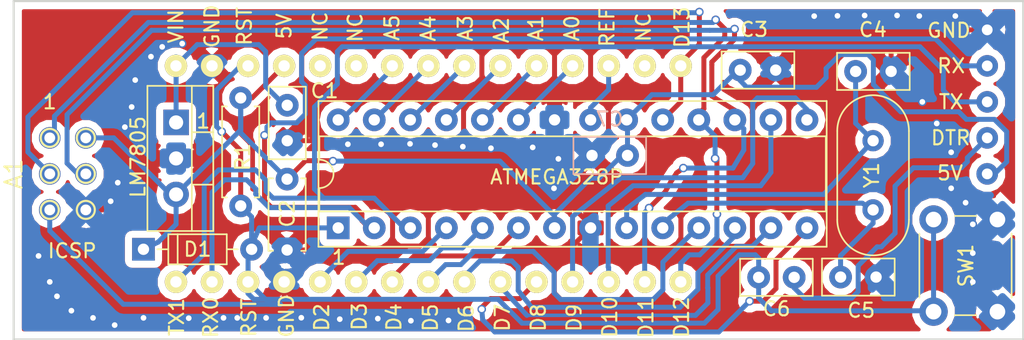
<source format=kicad_pcb>
(kicad_pcb (version 4) (host pcbnew 4.0.7)

  (general
    (links 65)
    (no_connects 0)
    (area 120.805 76.632999 193.115001 100.659001)
    (thickness 1.6)
    (drawings 44)
    (tracks 567)
    (zones 0)
    (modules 14)
    (nets 32)
  )

  (page A4)
  (layers
    (0 F.Cu signal)
    (31 B.Cu signal)
    (32 B.Adhes user)
    (33 F.Adhes user)
    (34 B.Paste user)
    (35 F.Paste user)
    (36 B.SilkS user)
    (37 F.SilkS user)
    (38 B.Mask user)
    (39 F.Mask user)
    (40 Dwgs.User user)
    (41 Cmts.User user)
    (42 Eco1.User user)
    (43 Eco2.User user)
    (44 Edge.Cuts user)
    (45 Margin user)
    (46 B.CrtYd user)
    (47 F.CrtYd user)
    (48 B.Fab user)
    (49 F.Fab user)
  )

  (setup
    (last_trace_width 0.25)
    (user_trace_width 0.35)
    (trace_clearance 0.2)
    (zone_clearance 0.5)
    (zone_45_only no)
    (trace_min 0.2)
    (segment_width 0.2)
    (edge_width 0.15)
    (via_size 0.6)
    (via_drill 0.4)
    (via_min_size 0.4)
    (via_min_drill 0.3)
    (uvia_size 0.3)
    (uvia_drill 0.1)
    (uvias_allowed no)
    (uvia_min_size 0.2)
    (uvia_min_drill 0.1)
    (pcb_text_width 0.3)
    (pcb_text_size 1.5 1.5)
    (mod_edge_width 0.15)
    (mod_text_size 1 1)
    (mod_text_width 0.15)
    (pad_size 1.524 1.524)
    (pad_drill 0.762)
    (pad_to_mask_clearance 0.2)
    (aux_axis_origin 0 0)
    (visible_elements 7FFFFFFF)
    (pcbplotparams
      (layerselection 0x010f0_80000001)
      (usegerberextensions false)
      (excludeedgelayer true)
      (linewidth 0.100000)
      (plotframeref false)
      (viasonmask false)
      (mode 1)
      (useauxorigin false)
      (hpglpennumber 1)
      (hpglpenspeed 20)
      (hpglpendiameter 15)
      (hpglpenoverlay 2)
      (psnegative false)
      (psa4output false)
      (plotreference true)
      (plotvalue true)
      (plotinvisibletext false)
      (padsonsilk false)
      (subtractmaskfromsilk false)
      (outputformat 1)
      (mirror false)
      (drillshape 0)
      (scaleselection 1)
      (outputdirectory gerber))
  )

  (net 0 "")
  (net 1 +12V)
  (net 2 PD1)
  (net 3 GND)
  (net 4 PD0)
  (net 5 RESET)
  (net 6 "Net-(A1-Pad26)")
  (net 7 PD2)
  (net 8 "Net-(A1-Pad25)")
  (net 9 PD3)
  (net 10 PC5)
  (net 11 PD4)
  (net 12 PC4)
  (net 13 PD5)
  (net 14 PC3)
  (net 15 PD6)
  (net 16 PC2)
  (net 17 PD7)
  (net 18 PC1)
  (net 19 PB0)
  (net 20 PC0)
  (net 21 PB1)
  (net 22 PB2)
  (net 23 "Net-(A1-Pad17)")
  (net 24 MOSI)
  (net 25 SCK)
  (net 26 MISO)
  (net 27 +5V)
  (net 28 "Net-(A1-Pad40)")
  (net 29 "Net-(C4-Pad1)")
  (net 30 "Net-(C5-Pad1)")
  (net 31 AREF)

  (net_class Default "This is the default net class."
    (clearance 0.2)
    (trace_width 0.25)
    (via_dia 0.6)
    (via_drill 0.4)
    (uvia_dia 0.3)
    (uvia_drill 0.1)
    (add_net +12V)
    (add_net +5V)
    (add_net AREF)
    (add_net GND)
    (add_net MISO)
    (add_net MOSI)
    (add_net "Net-(A1-Pad17)")
    (add_net "Net-(A1-Pad25)")
    (add_net "Net-(A1-Pad26)")
    (add_net "Net-(A1-Pad40)")
    (add_net "Net-(C4-Pad1)")
    (add_net "Net-(C5-Pad1)")
    (add_net PB0)
    (add_net PB1)
    (add_net PB2)
    (add_net PC0)
    (add_net PC1)
    (add_net PC2)
    (add_net PC3)
    (add_net PC4)
    (add_net PC5)
    (add_net PD0)
    (add_net PD1)
    (add_net PD2)
    (add_net PD3)
    (add_net PD4)
    (add_net PD5)
    (add_net PD6)
    (add_net PD7)
    (add_net RESET)
    (add_net SCK)
  )

  (module Housings_DIP:DIP-28_W7.62mm_Socket (layer F.Cu) (tedit 616CEE37) (tstamp 616CF30A)
    (at 144.78 92.71 90)
    (descr "28-lead though-hole mounted DIP package, row spacing 7.62 mm (300 mils), Socket")
    (tags "THT DIP DIL PDIP 2.54mm 7.62mm 300mil Socket")
    (path /616CD7E1)
    (fp_text reference U2 (at 9.81 0.22 180) (layer F.SilkS) hide
      (effects (font (size 1 1) (thickness 0.15)))
    )
    (fp_text value ATMEGA328P-PU (at 3.81 35.35 90) (layer F.Fab)
      (effects (font (size 1 1) (thickness 0.15)))
    )
    (fp_arc (start 3.81 -1.33) (end 2.81 -1.33) (angle -180) (layer F.SilkS) (width 0.12))
    (fp_line (start 1.635 -1.27) (end 6.985 -1.27) (layer F.Fab) (width 0.1))
    (fp_line (start 6.985 -1.27) (end 6.985 34.29) (layer F.Fab) (width 0.1))
    (fp_line (start 6.985 34.29) (end 0.635 34.29) (layer F.Fab) (width 0.1))
    (fp_line (start 0.635 34.29) (end 0.635 -0.27) (layer F.Fab) (width 0.1))
    (fp_line (start 0.635 -0.27) (end 1.635 -1.27) (layer F.Fab) (width 0.1))
    (fp_line (start -1.27 -1.33) (end -1.27 34.35) (layer F.Fab) (width 0.1))
    (fp_line (start -1.27 34.35) (end 8.89 34.35) (layer F.Fab) (width 0.1))
    (fp_line (start 8.89 34.35) (end 8.89 -1.33) (layer F.Fab) (width 0.1))
    (fp_line (start 8.89 -1.33) (end -1.27 -1.33) (layer F.Fab) (width 0.1))
    (fp_line (start 2.81 -1.33) (end 1.16 -1.33) (layer F.SilkS) (width 0.12))
    (fp_line (start 1.16 -1.33) (end 1.16 34.35) (layer F.SilkS) (width 0.12))
    (fp_line (start 1.16 34.35) (end 6.46 34.35) (layer F.SilkS) (width 0.12))
    (fp_line (start 6.46 34.35) (end 6.46 -1.33) (layer F.SilkS) (width 0.12))
    (fp_line (start 6.46 -1.33) (end 4.81 -1.33) (layer F.SilkS) (width 0.12))
    (fp_line (start -1.33 -1.39) (end -1.33 34.41) (layer F.SilkS) (width 0.12))
    (fp_line (start -1.33 34.41) (end 8.95 34.41) (layer F.SilkS) (width 0.12))
    (fp_line (start 8.95 34.41) (end 8.95 -1.39) (layer F.SilkS) (width 0.12))
    (fp_line (start 8.95 -1.39) (end -1.33 -1.39) (layer F.SilkS) (width 0.12))
    (fp_line (start -1.55 -1.6) (end -1.55 34.65) (layer F.CrtYd) (width 0.05))
    (fp_line (start -1.55 34.65) (end 9.15 34.65) (layer F.CrtYd) (width 0.05))
    (fp_line (start 9.15 34.65) (end 9.15 -1.6) (layer F.CrtYd) (width 0.05))
    (fp_line (start 9.15 -1.6) (end -1.55 -1.6) (layer F.CrtYd) (width 0.05))
    (fp_text user %R (at 3.81 16.51 90) (layer F.Fab)
      (effects (font (size 1 1) (thickness 0.15)))
    )
    (pad 1 thru_hole rect (at 0 0 90) (size 1.6 1.6) (drill 0.8) (layers *.Cu *.Mask)
      (net 5 RESET))
    (pad 15 thru_hole oval (at 7.62 33.02 90) (size 1.6 1.6) (drill 0.8) (layers *.Cu *.Mask)
      (net 21 PB1))
    (pad 2 thru_hole oval (at 0 2.54 90) (size 1.6 1.6) (drill 0.8) (layers *.Cu *.Mask)
      (net 4 PD0))
    (pad 16 thru_hole oval (at 7.62 30.48 90) (size 1.6 1.6) (drill 0.8) (layers *.Cu *.Mask)
      (net 22 PB2))
    (pad 3 thru_hole oval (at 0 5.08 90) (size 1.6 1.6) (drill 0.8) (layers *.Cu *.Mask)
      (net 2 PD1))
    (pad 17 thru_hole oval (at 7.62 27.94 90) (size 1.6 1.6) (drill 0.8) (layers *.Cu *.Mask)
      (net 24 MOSI))
    (pad 4 thru_hole oval (at 0 7.62 90) (size 1.6 1.6) (drill 0.8) (layers *.Cu *.Mask)
      (net 7 PD2))
    (pad 18 thru_hole oval (at 7.62 25.4 90) (size 1.6 1.6) (drill 0.8) (layers *.Cu *.Mask)
      (net 26 MISO))
    (pad 5 thru_hole oval (at 0 10.16 90) (size 1.6 1.6) (drill 0.8) (layers *.Cu *.Mask)
      (net 9 PD3))
    (pad 19 thru_hole oval (at 7.62 22.86 90) (size 1.6 1.6) (drill 0.8) (layers *.Cu *.Mask)
      (net 25 SCK))
    (pad 6 thru_hole oval (at 0 12.7 90) (size 1.6 1.6) (drill 0.8) (layers *.Cu *.Mask)
      (net 11 PD4))
    (pad 20 thru_hole oval (at 7.62 20.32 90) (size 1.6 1.6) (drill 0.8) (layers *.Cu *.Mask)
      (net 27 +5V))
    (pad 7 thru_hole oval (at 0 15.24 90) (size 1.6 1.6) (drill 0.8) (layers *.Cu *.Mask)
      (net 27 +5V))
    (pad 21 thru_hole oval (at 7.62 17.78 90) (size 1.6 1.6) (drill 0.8) (layers *.Cu *.Mask)
      (net 31 AREF))
    (pad 8 thru_hole oval (at 0 17.78 90) (size 1.6 1.6) (drill 0.8) (layers *.Cu *.Mask)
      (net 3 GND))
    (pad 22 thru_hole oval (at 7.62 15.24 90) (size 1.6 1.6) (drill 0.8) (layers *.Cu *.Mask)
      (net 3 GND))
    (pad 9 thru_hole oval (at 0 20.32 90) (size 1.6 1.6) (drill 0.8) (layers *.Cu *.Mask)
      (net 29 "Net-(C4-Pad1)"))
    (pad 23 thru_hole oval (at 7.62 12.7 90) (size 1.6 1.6) (drill 0.8) (layers *.Cu *.Mask)
      (net 20 PC0))
    (pad 10 thru_hole oval (at 0 22.86 90) (size 1.6 1.6) (drill 0.8) (layers *.Cu *.Mask)
      (net 30 "Net-(C5-Pad1)"))
    (pad 24 thru_hole oval (at 7.62 10.16 90) (size 1.6 1.6) (drill 0.8) (layers *.Cu *.Mask)
      (net 18 PC1))
    (pad 11 thru_hole oval (at 0 25.4 90) (size 1.6 1.6) (drill 0.8) (layers *.Cu *.Mask)
      (net 13 PD5))
    (pad 25 thru_hole oval (at 7.62 7.62 90) (size 1.6 1.6) (drill 0.8) (layers *.Cu *.Mask)
      (net 16 PC2))
    (pad 12 thru_hole oval (at 0 27.94 90) (size 1.6 1.6) (drill 0.8) (layers *.Cu *.Mask)
      (net 15 PD6))
    (pad 26 thru_hole oval (at 7.62 5.08 90) (size 1.6 1.6) (drill 0.8) (layers *.Cu *.Mask)
      (net 14 PC3))
    (pad 13 thru_hole oval (at 0 30.48 90) (size 1.6 1.6) (drill 0.8) (layers *.Cu *.Mask)
      (net 17 PD7))
    (pad 27 thru_hole oval (at 7.62 2.54 90) (size 1.6 1.6) (drill 0.8) (layers *.Cu *.Mask)
      (net 12 PC4))
    (pad 14 thru_hole oval (at 0 33.02 90) (size 1.6 1.6) (drill 0.8) (layers *.Cu *.Mask)
      (net 19 PB0))
    (pad 28 thru_hole oval (at 7.62 0 90) (size 1.6 1.6) (drill 0.8) (layers *.Cu *.Mask)
      (net 10 PC5))
    (model ${KISYS3DMOD}/Housings_DIP.3dshapes/DIP-28_W7.62mm_Socket.wrl
      (at (xyz 0 0 0))
      (scale (xyz 1 1 1))
      (rotate (xyz 0 0 0))
    )
  )

  (module Capacitors_THT:C_Disc_D5.0mm_W2.5mm_P2.50mm (layer F.Cu) (tedit 616CFB31) (tstamp 616CF199)
    (at 141.19 84.06 270)
    (descr "C, Disc series, Radial, pin pitch=2.50mm, , diameter*width=5*2.5mm^2, Capacitor, http://cdn-reichelt.de/documents/datenblatt/B300/DS_KERKO_TC.pdf")
    (tags "C Disc series Radial pin pitch 2.50mm  diameter 5mm width 2.5mm Capacitor")
    (path /616CF104)
    (fp_text reference C1 (at -1.02 -2.63 360) (layer F.SilkS)
      (effects (font (size 1 1) (thickness 0.15)))
    )
    (fp_text value "100 nF" (at 1.25 2.56 270) (layer F.Fab)
      (effects (font (size 1 1) (thickness 0.15)))
    )
    (fp_line (start -1.25 -1.25) (end -1.25 1.25) (layer F.Fab) (width 0.1))
    (fp_line (start -1.25 1.25) (end 3.75 1.25) (layer F.Fab) (width 0.1))
    (fp_line (start 3.75 1.25) (end 3.75 -1.25) (layer F.Fab) (width 0.1))
    (fp_line (start 3.75 -1.25) (end -1.25 -1.25) (layer F.Fab) (width 0.1))
    (fp_line (start -1.31 -1.31) (end 3.81 -1.31) (layer F.SilkS) (width 0.12))
    (fp_line (start -1.31 1.31) (end 3.81 1.31) (layer F.SilkS) (width 0.12))
    (fp_line (start -1.31 -1.31) (end -1.31 1.31) (layer F.SilkS) (width 0.12))
    (fp_line (start 3.81 -1.31) (end 3.81 1.31) (layer F.SilkS) (width 0.12))
    (fp_line (start -1.6 -1.6) (end -1.6 1.6) (layer F.CrtYd) (width 0.05))
    (fp_line (start -1.6 1.6) (end 4.1 1.6) (layer F.CrtYd) (width 0.05))
    (fp_line (start 4.1 1.6) (end 4.1 -1.6) (layer F.CrtYd) (width 0.05))
    (fp_line (start 4.1 -1.6) (end -1.6 -1.6) (layer F.CrtYd) (width 0.05))
    (fp_text user %R (at 1.25 0 270) (layer F.Fab)
      (effects (font (size 1 1) (thickness 0.15)))
    )
    (pad 1 thru_hole circle (at 0 0 270) (size 1.6 1.6) (drill 0.8) (layers *.Cu *.Mask)
      (net 1 +12V))
    (pad 2 thru_hole circle (at 2.5 0 270) (size 1.6 1.6) (drill 0.8) (layers *.Cu *.Mask)
      (net 3 GND))
    (model ${KISYS3DMOD}/Capacitors_THT.3dshapes/C_Disc_D5.0mm_W2.5mm_P2.50mm.wrl
      (at (xyz 0 0 0))
      (scale (xyz 1 1 1))
      (rotate (xyz 0 0 0))
    )
  )

  (module Capacitors_THT:C_Disc_D5.0mm_W2.5mm_P2.50mm (layer F.Cu) (tedit 616CF6F8) (tstamp 616CF231)
    (at 173.1 81.58)
    (descr "C, Disc series, Radial, pin pitch=2.50mm, , diameter*width=5*2.5mm^2, Capacitor, http://cdn-reichelt.de/documents/datenblatt/B300/DS_KERKO_TC.pdf")
    (tags "C Disc series Radial pin pitch 2.50mm  diameter 5mm width 2.5mm Capacitor")
    (path /616CEFD3)
    (fp_text reference C3 (at 0.975 -2.865 180) (layer F.SilkS)
      (effects (font (size 1 1) (thickness 0.15)))
    )
    (fp_text value "100 nF" (at 1.25 2.56) (layer F.Fab)
      (effects (font (size 1 1) (thickness 0.15)))
    )
    (fp_line (start -1.25 -1.25) (end -1.25 1.25) (layer F.Fab) (width 0.1))
    (fp_line (start -1.25 1.25) (end 3.75 1.25) (layer F.Fab) (width 0.1))
    (fp_line (start 3.75 1.25) (end 3.75 -1.25) (layer F.Fab) (width 0.1))
    (fp_line (start 3.75 -1.25) (end -1.25 -1.25) (layer F.Fab) (width 0.1))
    (fp_line (start -1.31 -1.31) (end 3.81 -1.31) (layer F.SilkS) (width 0.12))
    (fp_line (start -1.31 1.31) (end 3.81 1.31) (layer F.SilkS) (width 0.12))
    (fp_line (start -1.31 -1.31) (end -1.31 1.31) (layer F.SilkS) (width 0.12))
    (fp_line (start 3.81 -1.31) (end 3.81 1.31) (layer F.SilkS) (width 0.12))
    (fp_line (start -1.6 -1.6) (end -1.6 1.6) (layer F.CrtYd) (width 0.05))
    (fp_line (start -1.6 1.6) (end 4.1 1.6) (layer F.CrtYd) (width 0.05))
    (fp_line (start 4.1 1.6) (end 4.1 -1.6) (layer F.CrtYd) (width 0.05))
    (fp_line (start 4.1 -1.6) (end -1.6 -1.6) (layer F.CrtYd) (width 0.05))
    (fp_text user %R (at 1.25 0) (layer F.Fab)
      (effects (font (size 1 1) (thickness 0.15)))
    )
    (pad 1 thru_hole circle (at 0 0) (size 1.6 1.6) (drill 0.8) (layers *.Cu *.Mask)
      (net 27 +5V))
    (pad 2 thru_hole circle (at 2.5 0) (size 1.6 1.6) (drill 0.8) (layers *.Cu *.Mask)
      (net 3 GND))
    (model ${KISYS3DMOD}/Capacitors_THT.3dshapes/C_Disc_D5.0mm_W2.5mm_P2.50mm.wrl
      (at (xyz 0 0 0))
      (scale (xyz 1 1 1))
      (rotate (xyz 0 0 0))
    )
  )

  (module Capacitors_THT:C_Disc_D5.0mm_W2.5mm_P2.50mm (layer F.Cu) (tedit 616CF700) (tstamp 616CF244)
    (at 181.23 81.67)
    (descr "C, Disc series, Radial, pin pitch=2.50mm, , diameter*width=5*2.5mm^2, Capacitor, http://cdn-reichelt.de/documents/datenblatt/B300/DS_KERKO_TC.pdf")
    (tags "C Disc series Radial pin pitch 2.50mm  diameter 5mm width 2.5mm Capacitor")
    (path /616CE3EF)
    (fp_text reference C4 (at 1.22 -2.94 180) (layer F.SilkS)
      (effects (font (size 1 1) (thickness 0.15)))
    )
    (fp_text value "20 pF" (at 1.25 2.56) (layer F.Fab)
      (effects (font (size 1 1) (thickness 0.15)))
    )
    (fp_line (start -1.25 -1.25) (end -1.25 1.25) (layer F.Fab) (width 0.1))
    (fp_line (start -1.25 1.25) (end 3.75 1.25) (layer F.Fab) (width 0.1))
    (fp_line (start 3.75 1.25) (end 3.75 -1.25) (layer F.Fab) (width 0.1))
    (fp_line (start 3.75 -1.25) (end -1.25 -1.25) (layer F.Fab) (width 0.1))
    (fp_line (start -1.31 -1.31) (end 3.81 -1.31) (layer F.SilkS) (width 0.12))
    (fp_line (start -1.31 1.31) (end 3.81 1.31) (layer F.SilkS) (width 0.12))
    (fp_line (start -1.31 -1.31) (end -1.31 1.31) (layer F.SilkS) (width 0.12))
    (fp_line (start 3.81 -1.31) (end 3.81 1.31) (layer F.SilkS) (width 0.12))
    (fp_line (start -1.6 -1.6) (end -1.6 1.6) (layer F.CrtYd) (width 0.05))
    (fp_line (start -1.6 1.6) (end 4.1 1.6) (layer F.CrtYd) (width 0.05))
    (fp_line (start 4.1 1.6) (end 4.1 -1.6) (layer F.CrtYd) (width 0.05))
    (fp_line (start 4.1 -1.6) (end -1.6 -1.6) (layer F.CrtYd) (width 0.05))
    (fp_text user %R (at 1.25 0) (layer F.Fab)
      (effects (font (size 1 1) (thickness 0.15)))
    )
    (pad 1 thru_hole circle (at 0 0) (size 1.6 1.6) (drill 0.8) (layers *.Cu *.Mask)
      (net 29 "Net-(C4-Pad1)"))
    (pad 2 thru_hole circle (at 2.5 0) (size 1.6 1.6) (drill 0.8) (layers *.Cu *.Mask)
      (net 3 GND))
    (model ${KISYS3DMOD}/Capacitors_THT.3dshapes/C_Disc_D5.0mm_W2.5mm_P2.50mm.wrl
      (at (xyz 0 0 0))
      (scale (xyz 1 1 1))
      (rotate (xyz 0 0 0))
    )
  )

  (module Capacitors_THT:C_Disc_D5.0mm_W2.5mm_P2.50mm (layer F.Cu) (tedit 616CF3EC) (tstamp 616CF257)
    (at 180.17 96.18)
    (descr "C, Disc series, Radial, pin pitch=2.50mm, , diameter*width=5*2.5mm^2, Capacitor, http://cdn-reichelt.de/documents/datenblatt/B300/DS_KERKO_TC.pdf")
    (tags "C Disc series Radial pin pitch 2.50mm  diameter 5mm width 2.5mm Capacitor")
    (path /616CE482)
    (fp_text reference C5 (at 1.45 2.35 180) (layer F.SilkS)
      (effects (font (size 1 1) (thickness 0.15)))
    )
    (fp_text value "20 pF" (at 1.25 2.56) (layer F.Fab)
      (effects (font (size 1 1) (thickness 0.15)))
    )
    (fp_line (start -1.25 -1.25) (end -1.25 1.25) (layer F.Fab) (width 0.1))
    (fp_line (start -1.25 1.25) (end 3.75 1.25) (layer F.Fab) (width 0.1))
    (fp_line (start 3.75 1.25) (end 3.75 -1.25) (layer F.Fab) (width 0.1))
    (fp_line (start 3.75 -1.25) (end -1.25 -1.25) (layer F.Fab) (width 0.1))
    (fp_line (start -1.31 -1.31) (end 3.81 -1.31) (layer F.SilkS) (width 0.12))
    (fp_line (start -1.31 1.31) (end 3.81 1.31) (layer F.SilkS) (width 0.12))
    (fp_line (start -1.31 -1.31) (end -1.31 1.31) (layer F.SilkS) (width 0.12))
    (fp_line (start 3.81 -1.31) (end 3.81 1.31) (layer F.SilkS) (width 0.12))
    (fp_line (start -1.6 -1.6) (end -1.6 1.6) (layer F.CrtYd) (width 0.05))
    (fp_line (start -1.6 1.6) (end 4.1 1.6) (layer F.CrtYd) (width 0.05))
    (fp_line (start 4.1 1.6) (end 4.1 -1.6) (layer F.CrtYd) (width 0.05))
    (fp_line (start 4.1 -1.6) (end -1.6 -1.6) (layer F.CrtYd) (width 0.05))
    (fp_text user %R (at 1.25 0) (layer F.Fab)
      (effects (font (size 1 1) (thickness 0.15)))
    )
    (pad 1 thru_hole circle (at 0 0) (size 1.6 1.6) (drill 0.8) (layers *.Cu *.Mask)
      (net 30 "Net-(C5-Pad1)"))
    (pad 2 thru_hole circle (at 2.5 0) (size 1.6 1.6) (drill 0.8) (layers *.Cu *.Mask)
      (net 3 GND))
    (model ${KISYS3DMOD}/Capacitors_THT.3dshapes/C_Disc_D5.0mm_W2.5mm_P2.50mm.wrl
      (at (xyz 0 0 0))
      (scale (xyz 1 1 1))
      (rotate (xyz 0 0 0))
    )
  )

  (module Capacitors_THT:C_Disc_D5.0mm_W2.5mm_P2.50mm (layer F.Cu) (tedit 616CF3EA) (tstamp 616CF26A)
    (at 176.9 96.2 180)
    (descr "C, Disc series, Radial, pin pitch=2.50mm, , diameter*width=5*2.5mm^2, Capacitor, http://cdn-reichelt.de/documents/datenblatt/B300/DS_KERKO_TC.pdf")
    (tags "C Disc series Radial pin pitch 2.50mm  diameter 5mm width 2.5mm Capacitor")
    (path /616CF731)
    (fp_text reference C6 (at 1.24 -2.22 360) (layer F.SilkS)
      (effects (font (size 1 1) (thickness 0.15)))
    )
    (fp_text value "100 nF" (at 1.25 2.56 180) (layer F.Fab)
      (effects (font (size 1 1) (thickness 0.15)))
    )
    (fp_line (start -1.25 -1.25) (end -1.25 1.25) (layer F.Fab) (width 0.1))
    (fp_line (start -1.25 1.25) (end 3.75 1.25) (layer F.Fab) (width 0.1))
    (fp_line (start 3.75 1.25) (end 3.75 -1.25) (layer F.Fab) (width 0.1))
    (fp_line (start 3.75 -1.25) (end -1.25 -1.25) (layer F.Fab) (width 0.1))
    (fp_line (start -1.31 -1.31) (end 3.81 -1.31) (layer F.SilkS) (width 0.12))
    (fp_line (start -1.31 1.31) (end 3.81 1.31) (layer F.SilkS) (width 0.12))
    (fp_line (start -1.31 -1.31) (end -1.31 1.31) (layer F.SilkS) (width 0.12))
    (fp_line (start 3.81 -1.31) (end 3.81 1.31) (layer F.SilkS) (width 0.12))
    (fp_line (start -1.6 -1.6) (end -1.6 1.6) (layer F.CrtYd) (width 0.05))
    (fp_line (start -1.6 1.6) (end 4.1 1.6) (layer F.CrtYd) (width 0.05))
    (fp_line (start 4.1 1.6) (end 4.1 -1.6) (layer F.CrtYd) (width 0.05))
    (fp_line (start 4.1 -1.6) (end -1.6 -1.6) (layer F.CrtYd) (width 0.05))
    (fp_text user %R (at 1.25 0 180) (layer F.Fab)
      (effects (font (size 1 1) (thickness 0.15)))
    )
    (pad 1 thru_hole circle (at 0 0 180) (size 1.6 1.6) (drill 0.8) (layers *.Cu *.Mask)
      (net 28 "Net-(A1-Pad40)"))
    (pad 2 thru_hole circle (at 2.5 0 180) (size 1.6 1.6) (drill 0.8) (layers *.Cu *.Mask)
      (net 5 RESET))
    (model ${KISYS3DMOD}/Capacitors_THT.3dshapes/C_Disc_D5.0mm_W2.5mm_P2.50mm.wrl
      (at (xyz 0 0 0))
      (scale (xyz 1 1 1))
      (rotate (xyz 0 0 0))
    )
  )

  (module Diodes_THT:D_DO-35_SOD27_P7.62mm_Horizontal (layer F.Cu) (tedit 616CF106) (tstamp 616CF283)
    (at 131.06 94.22)
    (descr "D, DO-35_SOD27 series, Axial, Horizontal, pin pitch=7.62mm, , length*diameter=4*2mm^2, , http://www.diodes.com/_files/packages/DO-35.pdf")
    (tags "D DO-35_SOD27 series Axial Horizontal pin pitch 7.62mm  length 4mm diameter 2mm")
    (path /616CF6A8)
    (fp_text reference D1 (at 3.81 0) (layer F.SilkS)
      (effects (font (size 1 1) (thickness 0.15)))
    )
    (fp_text value 1N4148 (at 3.81 2.06) (layer F.Fab)
      (effects (font (size 1 1) (thickness 0.15)))
    )
    (fp_text user %R (at 3.81 0) (layer F.Fab)
      (effects (font (size 1 1) (thickness 0.15)))
    )
    (fp_line (start 1.81 -1) (end 1.81 1) (layer F.Fab) (width 0.1))
    (fp_line (start 1.81 1) (end 5.81 1) (layer F.Fab) (width 0.1))
    (fp_line (start 5.81 1) (end 5.81 -1) (layer F.Fab) (width 0.1))
    (fp_line (start 5.81 -1) (end 1.81 -1) (layer F.Fab) (width 0.1))
    (fp_line (start 0 0) (end 1.81 0) (layer F.Fab) (width 0.1))
    (fp_line (start 7.62 0) (end 5.81 0) (layer F.Fab) (width 0.1))
    (fp_line (start 2.41 -1) (end 2.41 1) (layer F.Fab) (width 0.1))
    (fp_line (start 1.75 -1.06) (end 1.75 1.06) (layer F.SilkS) (width 0.12))
    (fp_line (start 1.75 1.06) (end 5.87 1.06) (layer F.SilkS) (width 0.12))
    (fp_line (start 5.87 1.06) (end 5.87 -1.06) (layer F.SilkS) (width 0.12))
    (fp_line (start 5.87 -1.06) (end 1.75 -1.06) (layer F.SilkS) (width 0.12))
    (fp_line (start 0.98 0) (end 1.75 0) (layer F.SilkS) (width 0.12))
    (fp_line (start 6.64 0) (end 5.87 0) (layer F.SilkS) (width 0.12))
    (fp_line (start 2.41 -1.06) (end 2.41 1.06) (layer F.SilkS) (width 0.12))
    (fp_line (start -1.05 -1.35) (end -1.05 1.35) (layer F.CrtYd) (width 0.05))
    (fp_line (start -1.05 1.35) (end 8.7 1.35) (layer F.CrtYd) (width 0.05))
    (fp_line (start 8.7 1.35) (end 8.7 -1.35) (layer F.CrtYd) (width 0.05))
    (fp_line (start 8.7 -1.35) (end -1.05 -1.35) (layer F.CrtYd) (width 0.05))
    (pad 1 thru_hole rect (at 0 0) (size 1.6 1.6) (drill 0.8) (layers *.Cu *.Mask)
      (net 27 +5V))
    (pad 2 thru_hole oval (at 7.62 0) (size 1.6 1.6) (drill 0.8) (layers *.Cu *.Mask)
      (net 5 RESET))
    (model ${KISYS3DMOD}/Diodes_THT.3dshapes/D_DO-35_SOD27_P7.62mm_Horizontal.wrl
      (at (xyz 0 0 0))
      (scale (xyz 0.393701 0.393701 0.393701))
      (rotate (xyz 0 0 0))
    )
  )

  (module Resistors_THT:R_Axial_DIN0207_L6.3mm_D2.5mm_P7.62mm_Horizontal (layer F.Cu) (tedit 616CEE13) (tstamp 616CF299)
    (at 137.91 83.54 270)
    (descr "Resistor, Axial_DIN0207 series, Axial, Horizontal, pin pitch=7.62mm, 0.25W = 1/4W, length*diameter=6.3*2.5mm^2, http://cdn-reichelt.de/documents/datenblatt/B400/1_4W%23YAG.pdf")
    (tags "Resistor Axial_DIN0207 series Axial Horizontal pin pitch 7.62mm 0.25W = 1/4W length 6.3mm diameter 2.5mm")
    (path /616CF9EC)
    (fp_text reference R1 (at 4.18 -0.14 270) (layer F.SilkS)
      (effects (font (size 1 1) (thickness 0.15)))
    )
    (fp_text value 10k (at 3.81 2.31 270) (layer F.Fab)
      (effects (font (size 1 1) (thickness 0.15)))
    )
    (fp_line (start 0.66 -1.25) (end 0.66 1.25) (layer F.Fab) (width 0.1))
    (fp_line (start 0.66 1.25) (end 6.96 1.25) (layer F.Fab) (width 0.1))
    (fp_line (start 6.96 1.25) (end 6.96 -1.25) (layer F.Fab) (width 0.1))
    (fp_line (start 6.96 -1.25) (end 0.66 -1.25) (layer F.Fab) (width 0.1))
    (fp_line (start 0 0) (end 0.66 0) (layer F.Fab) (width 0.1))
    (fp_line (start 7.62 0) (end 6.96 0) (layer F.Fab) (width 0.1))
    (fp_line (start 0.6 -0.98) (end 0.6 -1.31) (layer F.SilkS) (width 0.12))
    (fp_line (start 0.6 -1.31) (end 7.02 -1.31) (layer F.SilkS) (width 0.12))
    (fp_line (start 7.02 -1.31) (end 7.02 -0.98) (layer F.SilkS) (width 0.12))
    (fp_line (start 0.6 0.98) (end 0.6 1.31) (layer F.SilkS) (width 0.12))
    (fp_line (start 0.6 1.31) (end 7.02 1.31) (layer F.SilkS) (width 0.12))
    (fp_line (start 7.02 1.31) (end 7.02 0.98) (layer F.SilkS) (width 0.12))
    (fp_line (start -1.05 -1.6) (end -1.05 1.6) (layer F.CrtYd) (width 0.05))
    (fp_line (start -1.05 1.6) (end 8.7 1.6) (layer F.CrtYd) (width 0.05))
    (fp_line (start 8.7 1.6) (end 8.7 -1.6) (layer F.CrtYd) (width 0.05))
    (fp_line (start 8.7 -1.6) (end -1.05 -1.6) (layer F.CrtYd) (width 0.05))
    (pad 1 thru_hole circle (at 0 0 270) (size 1.6 1.6) (drill 0.8) (layers *.Cu *.Mask)
      (net 27 +5V))
    (pad 2 thru_hole oval (at 7.62 0 270) (size 1.6 1.6) (drill 0.8) (layers *.Cu *.Mask)
      (net 5 RESET))
    (model ${KISYS3DMOD}/Resistors_THT.3dshapes/R_Axial_DIN0207_L6.3mm_D2.5mm_P7.62mm_Horizontal.wrl
      (at (xyz 0 0 0))
      (scale (xyz 0.393701 0.393701 0.393701))
      (rotate (xyz 0 0 0))
    )
  )

  (module Buttons_Switches_THT:SW_PUSH_6mm (layer F.Cu) (tedit 616CF3EF) (tstamp 616CF2B8)
    (at 191.22 92.12 270)
    (descr https://www.omron.com/ecb/products/pdf/en-b3f.pdf)
    (tags "tact sw push 6mm")
    (path /616D0FBA)
    (fp_text reference SW1 (at 3.25 2.22 270) (layer F.SilkS)
      (effects (font (size 1 1) (thickness 0.15)))
    )
    (fp_text value SW_Push (at 3.75 6.7 270) (layer F.Fab)
      (effects (font (size 1 1) (thickness 0.15)))
    )
    (fp_text user %R (at 3.25 2.25 270) (layer F.Fab)
      (effects (font (size 1 1) (thickness 0.15)))
    )
    (fp_line (start 3.25 -0.75) (end 6.25 -0.75) (layer F.Fab) (width 0.1))
    (fp_line (start 6.25 -0.75) (end 6.25 5.25) (layer F.Fab) (width 0.1))
    (fp_line (start 6.25 5.25) (end 0.25 5.25) (layer F.Fab) (width 0.1))
    (fp_line (start 0.25 5.25) (end 0.25 -0.75) (layer F.Fab) (width 0.1))
    (fp_line (start 0.25 -0.75) (end 3.25 -0.75) (layer F.Fab) (width 0.1))
    (fp_line (start 7.75 6) (end 8 6) (layer F.CrtYd) (width 0.05))
    (fp_line (start 8 6) (end 8 5.75) (layer F.CrtYd) (width 0.05))
    (fp_line (start 7.75 -1.5) (end 8 -1.5) (layer F.CrtYd) (width 0.05))
    (fp_line (start 8 -1.5) (end 8 -1.25) (layer F.CrtYd) (width 0.05))
    (fp_line (start -1.5 -1.25) (end -1.5 -1.5) (layer F.CrtYd) (width 0.05))
    (fp_line (start -1.5 -1.5) (end -1.25 -1.5) (layer F.CrtYd) (width 0.05))
    (fp_line (start -1.5 5.75) (end -1.5 6) (layer F.CrtYd) (width 0.05))
    (fp_line (start -1.5 6) (end -1.25 6) (layer F.CrtYd) (width 0.05))
    (fp_line (start -1.25 -1.5) (end 7.75 -1.5) (layer F.CrtYd) (width 0.05))
    (fp_line (start -1.5 5.75) (end -1.5 -1.25) (layer F.CrtYd) (width 0.05))
    (fp_line (start 7.75 6) (end -1.25 6) (layer F.CrtYd) (width 0.05))
    (fp_line (start 8 -1.25) (end 8 5.75) (layer F.CrtYd) (width 0.05))
    (fp_line (start 1 5.5) (end 5.5 5.5) (layer F.SilkS) (width 0.12))
    (fp_line (start -0.25 1.5) (end -0.25 3) (layer F.SilkS) (width 0.12))
    (fp_line (start 5.5 -1) (end 1 -1) (layer F.SilkS) (width 0.12))
    (fp_line (start 6.75 3) (end 6.75 1.5) (layer F.SilkS) (width 0.12))
    (fp_circle (center 3.25 2.25) (end 1.25 2.5) (layer F.Fab) (width 0.1))
    (pad 2 thru_hole circle (at 0 4.5) (size 2 2) (drill 1.1) (layers *.Cu *.Mask)
      (net 5 RESET))
    (pad 1 thru_hole circle (at 0 0) (size 2 2) (drill 1.1) (layers *.Cu *.Mask)
      (net 3 GND))
    (pad 2 thru_hole circle (at 6.5 4.5) (size 2 2) (drill 1.1) (layers *.Cu *.Mask)
      (net 5 RESET))
    (pad 1 thru_hole circle (at 6.5 0) (size 2 2) (drill 1.1) (layers *.Cu *.Mask)
      (net 3 GND))
    (model ${KISYS3DMOD}/Buttons_Switches_THT.3dshapes/SW_PUSH_6mm.wrl
      (at (xyz 0.005 0 0))
      (scale (xyz 0.3937 0.3937 0.3937))
      (rotate (xyz 0 0 0))
    )
  )

  (module TO_SOT_Packages_THT:TO-220-3_Vertical (layer F.Cu) (tedit 616CEE44) (tstamp 616CF2D2)
    (at 133.36 85.27 270)
    (descr "TO-220-3, Vertical, RM 2.54mm")
    (tags "TO-220-3 Vertical RM 2.54mm")
    (path /616CE5BA)
    (fp_text reference U1 (at 2.3 2.8 270) (layer F.SilkS) hide
      (effects (font (size 1 1) (thickness 0.15)))
    )
    (fp_text value LM7805_TO220 (at 2.54 3.92 270) (layer F.Fab)
      (effects (font (size 1 1) (thickness 0.15)))
    )
    (fp_text user %R (at 2.54 -3.62 270) (layer F.Fab)
      (effects (font (size 1 1) (thickness 0.15)))
    )
    (fp_line (start -2.46 -2.5) (end -2.46 1.9) (layer F.Fab) (width 0.1))
    (fp_line (start -2.46 1.9) (end 7.54 1.9) (layer F.Fab) (width 0.1))
    (fp_line (start 7.54 1.9) (end 7.54 -2.5) (layer F.Fab) (width 0.1))
    (fp_line (start 7.54 -2.5) (end -2.46 -2.5) (layer F.Fab) (width 0.1))
    (fp_line (start -2.46 -1.23) (end 7.54 -1.23) (layer F.Fab) (width 0.1))
    (fp_line (start 0.69 -2.5) (end 0.69 -1.23) (layer F.Fab) (width 0.1))
    (fp_line (start 4.39 -2.5) (end 4.39 -1.23) (layer F.Fab) (width 0.1))
    (fp_line (start -2.58 -2.62) (end 7.66 -2.62) (layer F.SilkS) (width 0.12))
    (fp_line (start -2.58 2.021) (end 7.66 2.021) (layer F.SilkS) (width 0.12))
    (fp_line (start -2.58 -2.62) (end -2.58 2.021) (layer F.SilkS) (width 0.12))
    (fp_line (start 7.66 -2.62) (end 7.66 2.021) (layer F.SilkS) (width 0.12))
    (fp_line (start -2.58 -1.11) (end 7.66 -1.11) (layer F.SilkS) (width 0.12))
    (fp_line (start 0.69 -2.62) (end 0.69 -1.11) (layer F.SilkS) (width 0.12))
    (fp_line (start 4.391 -2.62) (end 4.391 -1.11) (layer F.SilkS) (width 0.12))
    (fp_line (start -2.71 -2.75) (end -2.71 2.16) (layer F.CrtYd) (width 0.05))
    (fp_line (start -2.71 2.16) (end 7.79 2.16) (layer F.CrtYd) (width 0.05))
    (fp_line (start 7.79 2.16) (end 7.79 -2.75) (layer F.CrtYd) (width 0.05))
    (fp_line (start 7.79 -2.75) (end -2.71 -2.75) (layer F.CrtYd) (width 0.05))
    (pad 1 thru_hole rect (at 0 0 270) (size 1.8 1.8) (drill 1) (layers *.Cu *.Mask)
      (net 1 +12V))
    (pad 2 thru_hole oval (at 2.54 0 270) (size 1.8 1.8) (drill 1) (layers *.Cu *.Mask)
      (net 3 GND))
    (pad 3 thru_hole oval (at 5.08 0 270) (size 1.8 1.8) (drill 1) (layers *.Cu *.Mask)
      (net 27 +5V))
    (model ${KISYS3DMOD}/TO_SOT_Packages_THT.3dshapes/TO-220-3_Vertical.wrl
      (at (xyz 0.1 0 0))
      (scale (xyz 0.393701 0.393701 0.393701))
      (rotate (xyz 0 0 0))
    )
  )

  (module Crystals:Crystal_HC49-U_Vertical (layer F.Cu) (tedit 616CF208) (tstamp 616CF321)
    (at 182.46 86.56 270)
    (descr "Crystal THT HC-49/U http://5hertz.com/pdfs/04404_D.pdf")
    (tags "THT crystalHC-49/U")
    (path /616CE389)
    (fp_text reference Y1 (at 2.43 0.1 270) (layer F.SilkS)
      (effects (font (size 1 1) (thickness 0.15)))
    )
    (fp_text value "16 MHz" (at 2.44 3.525 270) (layer F.Fab)
      (effects (font (size 1 1) (thickness 0.15)))
    )
    (fp_text user %R (at 2.44 0 270) (layer F.Fab)
      (effects (font (size 1 1) (thickness 0.15)))
    )
    (fp_line (start -0.685 -2.325) (end 5.565 -2.325) (layer F.Fab) (width 0.1))
    (fp_line (start -0.685 2.325) (end 5.565 2.325) (layer F.Fab) (width 0.1))
    (fp_line (start -0.56 -2) (end 5.44 -2) (layer F.Fab) (width 0.1))
    (fp_line (start -0.56 2) (end 5.44 2) (layer F.Fab) (width 0.1))
    (fp_line (start -0.685 -2.525) (end 5.565 -2.525) (layer F.SilkS) (width 0.12))
    (fp_line (start -0.685 2.525) (end 5.565 2.525) (layer F.SilkS) (width 0.12))
    (fp_line (start -3.5 -2.8) (end -3.5 2.8) (layer F.CrtYd) (width 0.05))
    (fp_line (start -3.5 2.8) (end 8.4 2.8) (layer F.CrtYd) (width 0.05))
    (fp_line (start 8.4 2.8) (end 8.4 -2.8) (layer F.CrtYd) (width 0.05))
    (fp_line (start 8.4 -2.8) (end -3.5 -2.8) (layer F.CrtYd) (width 0.05))
    (fp_arc (start -0.685 0) (end -0.685 -2.325) (angle -180) (layer F.Fab) (width 0.1))
    (fp_arc (start 5.565 0) (end 5.565 -2.325) (angle 180) (layer F.Fab) (width 0.1))
    (fp_arc (start -0.56 0) (end -0.56 -2) (angle -180) (layer F.Fab) (width 0.1))
    (fp_arc (start 5.44 0) (end 5.44 -2) (angle 180) (layer F.Fab) (width 0.1))
    (fp_arc (start -0.685 0) (end -0.685 -2.525) (angle -180) (layer F.SilkS) (width 0.12))
    (fp_arc (start 5.565 0) (end 5.565 -2.525) (angle 180) (layer F.SilkS) (width 0.12))
    (pad 1 thru_hole circle (at 0 0 270) (size 1.5 1.5) (drill 0.8) (layers *.Cu *.Mask)
      (net 29 "Net-(C4-Pad1)"))
    (pad 2 thru_hole circle (at 4.88 0 270) (size 1.5 1.5) (drill 0.8) (layers *.Cu *.Mask)
      (net 30 "Net-(C5-Pad1)"))
    (model ${KISYS3DMOD}/Crystals.3dshapes/Crystal_HC49-U_Vertical.wrl
      (at (xyz 0 0 0))
      (scale (xyz 0.393701 0.393701 0.393701))
      (rotate (xyz 0 0 0))
    )
  )

  (module Capacitors_THT:C_Disc_D5.0mm_W2.5mm_P5.00mm (layer F.Cu) (tedit 616CEF3D) (tstamp 616D07EA)
    (at 141.18 89.27 270)
    (descr "C, Disc series, Radial, pin pitch=5.00mm, , diameter*width=5*2.5mm^2, Capacitor, http://cdn-reichelt.de/documents/datenblatt/B300/DS_KERKO_TC.pdf")
    (tags "C Disc series Radial pin pitch 5.00mm  diameter 5mm width 2.5mm Capacitor")
    (path /616D1404)
    (fp_text reference C2 (at 2.435 -0.015 270) (layer F.SilkS)
      (effects (font (size 1 1) (thickness 0.15)))
    )
    (fp_text value "1 uF" (at 2.5 2.56 270) (layer F.Fab)
      (effects (font (size 1 1) (thickness 0.15)))
    )
    (fp_line (start 0 -1.25) (end 0 1.25) (layer F.Fab) (width 0.1))
    (fp_line (start 0 1.25) (end 5 1.25) (layer F.Fab) (width 0.1))
    (fp_line (start 5 1.25) (end 5 -1.25) (layer F.Fab) (width 0.1))
    (fp_line (start 5 -1.25) (end 0 -1.25) (layer F.Fab) (width 0.1))
    (fp_line (start -0.06 -1.31) (end 5.06 -1.31) (layer F.SilkS) (width 0.12))
    (fp_line (start -0.06 1.31) (end 5.06 1.31) (layer F.SilkS) (width 0.12))
    (fp_line (start -0.06 -1.31) (end -0.06 -0.996) (layer F.SilkS) (width 0.12))
    (fp_line (start -0.06 0.996) (end -0.06 1.31) (layer F.SilkS) (width 0.12))
    (fp_line (start 5.06 -1.31) (end 5.06 -0.996) (layer F.SilkS) (width 0.12))
    (fp_line (start 5.06 0.996) (end 5.06 1.31) (layer F.SilkS) (width 0.12))
    (fp_line (start -1.05 -1.6) (end -1.05 1.6) (layer F.CrtYd) (width 0.05))
    (fp_line (start -1.05 1.6) (end 6.05 1.6) (layer F.CrtYd) (width 0.05))
    (fp_line (start 6.05 1.6) (end 6.05 -1.6) (layer F.CrtYd) (width 0.05))
    (fp_line (start 6.05 -1.6) (end -1.05 -1.6) (layer F.CrtYd) (width 0.05))
    (fp_text user %R (at 2.5 0 270) (layer F.Fab)
      (effects (font (size 1 1) (thickness 0.15)))
    )
    (pad 1 thru_hole circle (at 0 0 270) (size 1.6 1.6) (drill 0.8) (layers *.Cu *.Mask)
      (net 27 +5V))
    (pad 2 thru_hole circle (at 5 0 270) (size 1.6 1.6) (drill 0.8) (layers *.Cu *.Mask)
      (net 3 GND))
    (model ${KISYS3DMOD}/Capacitors_THT.3dshapes/C_Disc_D5.0mm_W2.5mm_P5.00mm.wrl
      (at (xyz 0 0 0))
      (scale (xyz 1 1 1))
      (rotate (xyz 0 0 0))
    )
  )

  (module NanoDIP:arduino_nano (layer F.Cu) (tedit 616F108C) (tstamp 616CF186)
    (at 151.13 88.9)
    (path /616F122D)
    (fp_text reference A1 (at -29.21 0 90) (layer F.SilkS)
      (effects (font (size 1.2 1.2) (thickness 0.15)))
    )
    (fp_text value Arduino_Nano (at 0 0) (layer F.Fab)
      (effects (font (size 1.2 1.2) (thickness 0.15)))
    )
    (fp_text user 1 (at -26.67 -5.08) (layer F.SilkS)
      (effects (font (size 1 1) (thickness 0.15)))
    )
    (fp_circle (center -26.67 0) (end -26.035 0) (layer F.SilkS) (width 0.15))
    (fp_circle (center -26.67 2.54) (end -26.035 2.54) (layer F.SilkS) (width 0.15))
    (fp_circle (center -24.13 2.54) (end -23.495 2.54) (layer F.SilkS) (width 0.15))
    (fp_circle (center -24.13 0) (end -23.495 0) (layer F.SilkS) (width 0.15))
    (fp_circle (center -24.13 -2.54) (end -23.495 -2.54) (layer F.SilkS) (width 0.15))
    (fp_circle (center -26.67 -2.54) (end -26.67 -1.905) (layer F.SilkS) (width 0.15))
    (pad 30 thru_hole circle (at -17.78 -7.62) (size 1.5748 1.5748) (drill 0.8) (layers *.Cu *.Mask F.SilkS)
      (net 1 +12V))
    (pad 1 thru_hole circle (at -17.78 7.62) (size 1.5748 1.5748) (drill 0.8) (layers *.Cu *.Mask F.SilkS)
      (net 2 PD1))
    (pad 29 thru_hole circle (at -15.24 -7.62) (size 1.5748 1.5748) (drill 0.8) (layers *.Cu *.Mask F.SilkS)
      (net 3 GND))
    (pad 2 thru_hole circle (at -15.24 7.62) (size 1.5748 1.5748) (drill 0.8) (layers *.Cu *.Mask F.SilkS)
      (net 4 PD0))
    (pad 28 thru_hole circle (at -12.7 -7.62) (size 1.5748 1.5748) (drill 0.8) (layers *.Cu *.Mask F.SilkS)
      (net 5 RESET))
    (pad 3 thru_hole circle (at -12.7 7.62) (size 1.5748 1.5748) (drill 0.8) (layers *.Cu *.Mask F.SilkS)
      (net 5 RESET))
    (pad 27 thru_hole circle (at -10.16 -7.62) (size 1.5748 1.5748) (drill 0.8) (layers *.Cu *.Mask F.SilkS)
      (net 27 +5V))
    (pad 4 thru_hole circle (at -10.16 7.62) (size 1.5748 1.5748) (drill 0.8) (layers *.Cu *.Mask F.SilkS)
      (net 3 GND))
    (pad 26 thru_hole circle (at -7.62 -7.62) (size 1.5748 1.5748) (drill 0.8) (layers *.Cu *.Mask F.SilkS)
      (net 6 "Net-(A1-Pad26)"))
    (pad 5 thru_hole circle (at -7.62 7.62) (size 1.5748 1.5748) (drill 0.8) (layers *.Cu *.Mask F.SilkS)
      (net 7 PD2))
    (pad 25 thru_hole circle (at -5.08 -7.62) (size 1.5748 1.5748) (drill 0.8) (layers *.Cu *.Mask F.SilkS)
      (net 8 "Net-(A1-Pad25)"))
    (pad 6 thru_hole circle (at -5.08 7.62) (size 1.5748 1.5748) (drill 0.8) (layers *.Cu *.Mask F.SilkS)
      (net 9 PD3))
    (pad 24 thru_hole circle (at -2.54 -7.62) (size 1.5748 1.5748) (drill 0.8) (layers *.Cu *.Mask F.SilkS)
      (net 10 PC5))
    (pad 7 thru_hole circle (at -2.54 7.62) (size 1.5748 1.5748) (drill 0.8) (layers *.Cu *.Mask F.SilkS)
      (net 11 PD4))
    (pad 23 thru_hole circle (at 0 -7.62) (size 1.5748 1.5748) (drill 0.8) (layers *.Cu *.Mask F.SilkS)
      (net 12 PC4))
    (pad 8 thru_hole circle (at 0 7.62) (size 1.5748 1.5748) (drill 0.8) (layers *.Cu *.Mask F.SilkS)
      (net 13 PD5))
    (pad 22 thru_hole circle (at 2.54 -7.62) (size 1.5748 1.5748) (drill 0.8) (layers *.Cu *.Mask F.SilkS)
      (net 14 PC3))
    (pad 9 thru_hole circle (at 2.54 7.62) (size 1.5748 1.5748) (drill 0.8) (layers *.Cu *.Mask F.SilkS)
      (net 15 PD6))
    (pad 21 thru_hole circle (at 5.08 -7.62) (size 1.5748 1.5748) (drill 0.8) (layers *.Cu *.Mask F.SilkS)
      (net 16 PC2))
    (pad 10 thru_hole circle (at 5.08 7.62) (size 1.5748 1.5748) (drill 0.8) (layers *.Cu *.Mask F.SilkS)
      (net 17 PD7))
    (pad 20 thru_hole circle (at 7.62 -7.62) (size 1.5748 1.5748) (drill 0.8) (layers *.Cu *.Mask F.SilkS)
      (net 18 PC1))
    (pad 11 thru_hole circle (at 7.62 7.62) (size 1.5748 1.5748) (drill 0.8) (layers *.Cu *.Mask F.SilkS)
      (net 19 PB0))
    (pad 19 thru_hole circle (at 10.16 -7.62) (size 1.5748 1.5748) (drill 0.8) (layers *.Cu *.Mask F.SilkS)
      (net 20 PC0))
    (pad 12 thru_hole circle (at 10.16 7.62) (size 1.5748 1.5748) (drill 0.8) (layers *.Cu *.Mask F.SilkS)
      (net 21 PB1))
    (pad 18 thru_hole circle (at 12.7 -7.62) (size 1.5748 1.5748) (drill 0.8) (layers *.Cu *.Mask F.SilkS)
      (net 31 AREF))
    (pad 13 thru_hole circle (at 12.7 7.62) (size 1.5748 1.5748) (drill 0.8) (layers *.Cu *.Mask F.SilkS)
      (net 22 PB2))
    (pad 17 thru_hole circle (at 15.24 -7.62) (size 1.5748 1.5748) (drill 0.8) (layers *.Cu *.Mask F.SilkS)
      (net 23 "Net-(A1-Pad17)"))
    (pad 14 thru_hole circle (at 15.24 7.62) (size 1.5748 1.5748) (drill 0.8) (layers *.Cu *.Mask F.SilkS)
      (net 24 MOSI))
    (pad 16 thru_hole circle (at 17.78 -7.62) (size 1.5748 1.5748) (drill 0.8) (layers *.Cu *.Mask F.SilkS)
      (net 25 SCK))
    (pad 15 thru_hole circle (at 17.78 7.62) (size 1.5748 1.5748) (drill 0.8) (layers *.Cu *.Mask F.SilkS)
      (net 26 MISO))
    (pad 31 thru_hole circle (at -26.67 -2.54) (size 1.524 1.524) (drill 0.762) (layers *.Cu *.Mask)
      (net 26 MISO))
    (pad 32 thru_hole circle (at -24.13 -2.54) (size 1.524 1.524) (drill 0.762) (layers *.Cu *.Mask)
      (net 27 +5V))
    (pad 33 thru_hole circle (at -26.67 0) (size 1.524 1.524) (drill 0.762) (layers *.Cu *.Mask)
      (net 25 SCK))
    (pad 34 thru_hole circle (at -24.13 0) (size 1.524 1.524) (drill 0.762) (layers *.Cu *.Mask)
      (net 24 MOSI))
    (pad 35 thru_hole circle (at -26.67 2.54) (size 1.524 1.524) (drill 0.762) (layers *.Cu *.Mask)
      (net 5 RESET))
    (pad 36 thru_hole circle (at -24.13 2.54) (size 1.524 1.524) (drill 0.762) (layers *.Cu *.Mask)
      (net 3 GND))
    (pad 37 thru_hole circle (at 39.37 -10.16) (size 1.524 1.524) (drill 0.762) (layers *.Cu *.Mask)
      (net 3 GND))
    (pad 38 thru_hole circle (at 39.37 -7.62) (size 1.524 1.524) (drill 0.762) (layers *.Cu *.Mask)
      (net 4 PD0))
    (pad 39 thru_hole circle (at 39.37 -5.08) (size 1.524 1.524) (drill 0.762) (layers *.Cu *.Mask)
      (net 2 PD1))
    (pad 40 thru_hole circle (at 39.37 -2.54) (size 1.524 1.524) (drill 0.762) (layers *.Cu *.Mask)
      (net 28 "Net-(A1-Pad40)"))
    (pad 41 thru_hole circle (at 39.37 0) (size 1.524 1.524) (drill 0.762) (layers *.Cu *.Mask)
      (net 27 +5V))
  )

  (module Capacitors_THT:C_Disc_D5.0mm_W2.5mm_P2.50mm (layer B.Cu) (tedit 597BC7C2) (tstamp 6172493F)
    (at 165.16 87.6 180)
    (descr "C, Disc series, Radial, pin pitch=2.50mm, , diameter*width=5*2.5mm^2, Capacitor, http://cdn-reichelt.de/documents/datenblatt/B300/DS_KERKO_TC.pdf")
    (tags "C Disc series Radial pin pitch 2.50mm  diameter 5mm width 2.5mm Capacitor")
    (path /61724C51)
    (fp_text reference C7 (at 1.25 2.56 180) (layer B.SilkS)
      (effects (font (size 1 1) (thickness 0.15)) (justify mirror))
    )
    (fp_text value "100 nF" (at 1.25 -2.56 180) (layer B.Fab)
      (effects (font (size 1 1) (thickness 0.15)) (justify mirror))
    )
    (fp_line (start -1.25 1.25) (end -1.25 -1.25) (layer B.Fab) (width 0.1))
    (fp_line (start -1.25 -1.25) (end 3.75 -1.25) (layer B.Fab) (width 0.1))
    (fp_line (start 3.75 -1.25) (end 3.75 1.25) (layer B.Fab) (width 0.1))
    (fp_line (start 3.75 1.25) (end -1.25 1.25) (layer B.Fab) (width 0.1))
    (fp_line (start -1.31 1.31) (end 3.81 1.31) (layer B.SilkS) (width 0.12))
    (fp_line (start -1.31 -1.31) (end 3.81 -1.31) (layer B.SilkS) (width 0.12))
    (fp_line (start -1.31 1.31) (end -1.31 -1.31) (layer B.SilkS) (width 0.12))
    (fp_line (start 3.81 1.31) (end 3.81 -1.31) (layer B.SilkS) (width 0.12))
    (fp_line (start -1.6 1.6) (end -1.6 -1.6) (layer B.CrtYd) (width 0.05))
    (fp_line (start -1.6 -1.6) (end 4.1 -1.6) (layer B.CrtYd) (width 0.05))
    (fp_line (start 4.1 -1.6) (end 4.1 1.6) (layer B.CrtYd) (width 0.05))
    (fp_line (start 4.1 1.6) (end -1.6 1.6) (layer B.CrtYd) (width 0.05))
    (fp_text user %R (at 1.25 0 180) (layer B.Fab)
      (effects (font (size 1 1) (thickness 0.15)) (justify mirror))
    )
    (pad 1 thru_hole circle (at 0 0 180) (size 1.6 1.6) (drill 0.8) (layers *.Cu *.Mask)
      (net 27 +5V))
    (pad 2 thru_hole circle (at 2.5 0 180) (size 1.6 1.6) (drill 0.8) (layers *.Cu *.Mask)
      (net 3 GND))
    (model ${KISYS3DMOD}/Capacitors_THT.3dshapes/C_Disc_D5.0mm_W2.5mm_P2.50mm.wrl
      (at (xyz 0 0 0))
      (scale (xyz 1 1 1))
      (rotate (xyz 0 0 0))
    )
  )

  (gr_text 5V (at 187.88 88.84) (layer F.SilkS)
    (effects (font (size 1 1) (thickness 0.15)))
  )
  (gr_text VIN (at 133.35 78.486 90) (layer F.SilkS)
    (effects (font (size 1 1) (thickness 0.15)))
  )
  (gr_text GND (at 135.89 78.486 90) (layer F.SilkS)
    (effects (font (size 1 1) (thickness 0.15)))
  )
  (gr_text RST (at 138.176 78.486 90) (layer F.SilkS)
    (effects (font (size 1 1) (thickness 0.15)))
  )
  (gr_text 5V (at 140.97 78.486 90) (layer F.SilkS)
    (effects (font (size 1 1) (thickness 0.15)))
  )
  (gr_text NC (at 143.51 78.486 90) (layer F.SilkS)
    (effects (font (size 1 1) (thickness 0.15)))
  )
  (gr_text NC (at 145.98 78.59 90) (layer F.SilkS)
    (effects (font (size 1 1) (thickness 0.15)))
  )
  (gr_text A5 (at 148.57 78.59 90) (layer F.SilkS)
    (effects (font (size 1 1) (thickness 0.15)))
  )
  (gr_text A4 (at 151.12 78.64 90) (layer F.SilkS)
    (effects (font (size 1 1) (thickness 0.15)))
  )
  (gr_text A3 (at 153.74 78.62 90) (layer F.SilkS)
    (effects (font (size 1 1) (thickness 0.15)))
  )
  (gr_text A2 (at 156.28 78.76 90) (layer F.SilkS)
    (effects (font (size 1 1) (thickness 0.15)))
  )
  (gr_text A1 (at 158.7 78.62 90) (layer F.SilkS)
    (effects (font (size 1 1) (thickness 0.15)))
  )
  (gr_text A0 (at 161.24 78.62 90) (layer F.SilkS)
    (effects (font (size 1 1) (thickness 0.15)))
  )
  (gr_text REF (at 163.72 78.56 90) (layer F.SilkS)
    (effects (font (size 1 1) (thickness 0.15)))
  )
  (gr_text NC (at 166.28 78.56 90) (layer F.SilkS)
    (effects (font (size 1 1) (thickness 0.15)))
  )
  (gr_text D13 (at 169 78.56 90) (layer F.SilkS)
    (effects (font (size 1 1) (thickness 0.15)))
  )
  (gr_text D12 (at 168.97 99.01 90) (layer F.SilkS)
    (effects (font (size 1 1) (thickness 0.15)))
  )
  (gr_text D11 (at 166.46 99.04 90) (layer F.SilkS)
    (effects (font (size 1 1) (thickness 0.15)))
  )
  (gr_text D10 (at 163.91 99 90) (layer F.SilkS)
    (effects (font (size 1 1) (thickness 0.15)))
  )
  (gr_text D9 (at 161.4 99.05 90) (layer F.SilkS)
    (effects (font (size 1 1) (thickness 0.15)))
  )
  (gr_text D8 (at 158.88 99.04 90) (layer F.SilkS)
    (effects (font (size 1 1) (thickness 0.15)))
  )
  (gr_text D7 (at 156.35 99.04 90) (layer F.SilkS)
    (effects (font (size 1 1) (thickness 0.15)))
  )
  (gr_text D6 (at 153.8 99.09 90) (layer F.SilkS)
    (effects (font (size 1 1) (thickness 0.15)))
  )
  (gr_text D5 (at 151.28 99.04 90) (layer F.SilkS)
    (effects (font (size 1 1) (thickness 0.15)))
  )
  (gr_text D4 (at 148.71 99.01 90) (layer F.SilkS)
    (effects (font (size 1 1) (thickness 0.15)))
  )
  (gr_text D3 (at 146.27 98.97 90) (layer F.SilkS)
    (effects (font (size 1 1) (thickness 0.15)))
  )
  (gr_text D2 (at 143.62 99.02 90) (layer F.SilkS)
    (effects (font (size 1 1) (thickness 0.15)))
  )
  (gr_text GND (at 141.14 98.92 90) (layer F.SilkS)
    (effects (font (size 1 1) (thickness 0.15)))
  )
  (gr_text RX0 (at 135.8 99.02 90) (layer F.SilkS)
    (effects (font (size 1 1) (thickness 0.15)))
  )
  (gr_text RST (at 138.49 99.05 90) (layer F.SilkS)
    (effects (font (size 1 1) (thickness 0.15)))
  )
  (gr_text TX1 (at 133.4 99 90) (layer F.SilkS)
    (effects (font (size 1 1) (thickness 0.15)))
  )
  (gr_text LM7805 (at 130.68 87.71 90) (layer F.SilkS)
    (effects (font (size 1 1) (thickness 0.15)))
  )
  (gr_text ICSP (at 126.04 94.33) (layer F.SilkS)
    (effects (font (size 1 1) (thickness 0.15)))
  )
  (gr_text 1 (at 144.82 94.79) (layer F.SilkS)
    (effects (font (size 1 1) (thickness 0.15)))
  )
  (gr_text 1 (at 135.27 85.18) (layer F.SilkS)
    (effects (font (size 1 1) (thickness 0.15)))
  )
  (gr_text ATMEGA328P (at 160.18 89.12) (layer F.SilkS)
    (effects (font (size 1 1) (thickness 0.15)))
  )
  (gr_line (start 121.92 100.584) (end 121.92 76.708) (angle 90) (layer Edge.Cuts) (width 0.15))
  (gr_line (start 193.04 100.584) (end 121.92 100.584) (angle 90) (layer Edge.Cuts) (width 0.15))
  (gr_line (start 193.04 76.708) (end 193.04 100.584) (angle 90) (layer Edge.Cuts) (width 0.15))
  (gr_line (start 121.92 76.708) (end 193.04 76.708) (angle 90) (layer Edge.Cuts) (width 0.15))
  (gr_text DTR (at 187.92 86.36) (layer F.SilkS)
    (effects (font (size 1 1) (thickness 0.15)))
  )
  (gr_text GND (at 187.8 78.78) (layer F.SilkS)
    (effects (font (size 1 1) (thickness 0.15)))
  )
  (gr_text RX (at 187.96 81.28) (layer F.SilkS)
    (effects (font (size 1 1) (thickness 0.15)))
  )
  (gr_text TX (at 187.96 83.82) (layer F.SilkS)
    (effects (font (size 1 1) (thickness 0.15)))
  )

  (segment (start 141.19 84.06) (end 141 84.06) (width 0.35) (layer B.Cu) (net 1))
  (segment (start 141 84.06) (end 139.67 82.73) (width 0.35) (layer B.Cu) (net 1) (tstamp 616D0E01))
  (segment (start 134.85 79.78) (end 133.35 81.28) (width 0.35) (layer B.Cu) (net 1) (tstamp 616D0E07) (status 20))
  (segment (start 139.18 79.78) (end 134.85 79.78) (width 0.35) (layer B.Cu) (net 1) (tstamp 616D0E06))
  (segment (start 139.67 80.27) (end 139.18 79.78) (width 0.35) (layer B.Cu) (net 1) (tstamp 616D0E04))
  (segment (start 139.67 82.73) (end 139.67 80.27) (width 0.35) (layer B.Cu) (net 1) (tstamp 616D0E02))
  (segment (start 133.36 85.27) (end 133.36 81.29) (width 0.35) (layer B.Cu) (net 1) (status 20))
  (segment (start 133.36 81.29) (end 133.35 81.28) (width 0.35) (layer B.Cu) (net 1) (tstamp 616D0DFE) (status 30))
  (segment (start 140.54 84.05) (end 141.19 84.06) (width 0.35) (layer B.Cu) (net 1) (tstamp 616D08A3) (status 20))
  (segment (start 133.35 81.28) (end 133.35 80.64) (width 0.35) (layer B.Cu) (net 1) (status 30))
  (segment (start 133.2 81.43) (end 133.35 81.28) (width 0.35) (layer B.Cu) (net 1) (tstamp 616D0898) (status 30))
  (segment (start 143.81 90.61) (end 143.75 90.61) (width 0.35) (layer B.Cu) (net 2))
  (segment (start 188.22 83.82) (end 190.5 83.82) (width 0.35) (layer B.Cu) (net 2) (tstamp 616F12C5) (status 20))
  (segment (start 187.41 83.01) (end 188.22 83.82) (width 0.35) (layer B.Cu) (net 2) (tstamp 616F12C4))
  (segment (start 187.41 81.58) (end 187.41 83.01) (width 0.35) (layer B.Cu) (net 2) (tstamp 616F12C3))
  (segment (start 185.76 79.93) (end 187.41 81.58) (width 0.35) (layer B.Cu) (net 2) (tstamp 616F12C1))
  (segment (start 145.06 79.93) (end 185.76 79.93) (width 0.35) (layer B.Cu) (net 2) (tstamp 616F12C0))
  (segment (start 144.72 80.27) (end 145.06 79.93) (width 0.35) (layer B.Cu) (net 2) (tstamp 616F12BF))
  (segment (start 144.72 82.56) (end 144.72 80.27) (width 0.35) (layer B.Cu) (net 2) (tstamp 616F12BE))
  (segment (start 143.11 84.17) (end 144.72 82.56) (width 0.35) (layer B.Cu) (net 2) (tstamp 616F12BC))
  (segment (start 143.11 89.97) (end 143.11 84.17) (width 0.35) (layer B.Cu) (net 2) (tstamp 616F12BB))
  (segment (start 143.75 90.61) (end 143.11 89.97) (width 0.35) (layer B.Cu) (net 2) (tstamp 616F12BA))
  (segment (start 149.86 92.71) (end 149.42 92.71) (width 0.35) (layer B.Cu) (net 2))
  (segment (start 149.42 92.71) (end 147.32 90.61) (width 0.35) (layer B.Cu) (net 2) (tstamp 616F1284))
  (segment (start 147.32 90.61) (end 143.81 90.61) (width 0.35) (layer B.Cu) (net 2) (tstamp 616F1285))
  (segment (start 143.81 90.61) (end 140.19 90.61) (width 0.35) (layer B.Cu) (net 2) (tstamp 616F12B8))
  (segment (start 140.19 90.61) (end 139.7 90.12) (width 0.35) (layer B.Cu) (net 2) (tstamp 616F1287))
  (segment (start 139.7 90.12) (end 139.7 89.37) (width 0.35) (layer B.Cu) (net 2) (tstamp 616F1289))
  (segment (start 139.7 89.37) (end 138.95 88.62) (width 0.35) (layer B.Cu) (net 2) (tstamp 616F128A))
  (segment (start 138.95 88.62) (end 136.36 88.62) (width 0.35) (layer B.Cu) (net 2) (tstamp 616F128B))
  (segment (start 136.36 88.62) (end 135.339998 89.640002) (width 0.35) (layer B.Cu) (net 2) (tstamp 616F128C))
  (segment (start 135.339998 89.640002) (end 135.339998 94.530002) (width 0.35) (layer B.Cu) (net 2) (tstamp 616F128D))
  (segment (start 135.339998 94.530002) (end 133.35 96.52) (width 0.35) (layer B.Cu) (net 2) (tstamp 616F128E) (status 20))
  (segment (start 133.35 96.52) (end 133.66 96.52) (width 0.35) (layer B.Cu) (net 2) (status 30))
  (segment (start 142.18 99.05) (end 144.79 99.05) (width 0.35) (layer F.Cu) (net 3))
  (segment (start 160.83 94.44) (end 162.56 92.71) (width 0.35) (layer F.Cu) (net 3) (tstamp 6172CF07))
  (segment (start 160.83 94.5) (end 160.83 94.44) (width 0.35) (layer F.Cu) (net 3) (tstamp 6172CF06))
  (segment (start 160 95.33) (end 160.83 94.5) (width 0.35) (layer F.Cu) (net 3) (tstamp 6172CF04))
  (segment (start 160 99.32) (end 160 95.33) (width 0.35) (layer F.Cu) (net 3) (tstamp 6172CF00))
  (segment (start 159.61 99.71) (end 160 99.32) (width 0.35) (layer F.Cu) (net 3) (tstamp 6172CEFE))
  (segment (start 153.02 99.71) (end 159.61 99.71) (width 0.35) (layer F.Cu) (net 3) (tstamp 6172CEFD))
  (segment (start 152.55 99.24) (end 153.02 99.71) (width 0.35) (layer F.Cu) (net 3) (tstamp 6172CEFC))
  (via (at 152.55 99.24) (size 0.6) (drill 0.4) (layers F.Cu B.Cu) (net 3))
  (segment (start 152.49 99.18) (end 152.55 99.24) (width 0.35) (layer B.Cu) (net 3) (tstamp 6172CEF5))
  (segment (start 149.98 99.18) (end 152.49 99.18) (width 0.35) (layer B.Cu) (net 3) (tstamp 6172CEF4))
  (segment (start 149.9 99.26) (end 149.98 99.18) (width 0.35) (layer B.Cu) (net 3) (tstamp 6172CEF3))
  (via (at 149.9 99.26) (size 0.6) (drill 0.4) (layers F.Cu B.Cu) (net 3))
  (segment (start 147.72 99.26) (end 149.9 99.26) (width 0.35) (layer F.Cu) (net 3) (tstamp 6172CEF1))
  (segment (start 147.57 99.11) (end 147.72 99.26) (width 0.35) (layer F.Cu) (net 3) (tstamp 6172CEF0))
  (via (at 147.57 99.11) (size 0.6) (drill 0.4) (layers F.Cu B.Cu) (net 3))
  (segment (start 144.93 99.11) (end 147.57 99.11) (width 0.35) (layer B.Cu) (net 3) (tstamp 6172CEEE))
  (segment (start 144.89 99.15) (end 144.93 99.11) (width 0.35) (layer B.Cu) (net 3) (tstamp 6172CEED))
  (via (at 144.89 99.15) (size 0.6) (drill 0.4) (layers F.Cu B.Cu) (net 3))
  (segment (start 144.79 99.05) (end 144.89 99.15) (width 0.35) (layer F.Cu) (net 3) (tstamp 6172CEEB))
  (segment (start 160.02 85.09) (end 160.02 80.08) (width 0.35) (layer F.Cu) (net 3))
  (segment (start 158.96 79.02) (end 158.96 78.6) (width 0.35) (layer F.Cu) (net 3) (tstamp 61724E5D))
  (segment (start 160.02 80.08) (end 158.96 79.02) (width 0.35) (layer F.Cu) (net 3) (tstamp 61724E5A))
  (segment (start 153.27 78.6) (end 158.96 78.6) (width 0.35) (layer F.Cu) (net 3))
  (segment (start 158.96 78.6) (end 160.95 78.6) (width 0.35) (layer F.Cu) (net 3) (tstamp 61724E61))
  (segment (start 160.95 78.6) (end 162.56 80.21) (width 0.35) (layer F.Cu) (net 3) (tstamp 61724E52))
  (segment (start 162.56 80.21) (end 162.56 82.68) (width 0.35) (layer F.Cu) (net 3) (tstamp 61724E53))
  (segment (start 162.56 82.68) (end 163.82 83.94) (width 0.35) (layer F.Cu) (net 3) (tstamp 61724E55))
  (segment (start 163.82 83.94) (end 163.82 86.44) (width 0.35) (layer F.Cu) (net 3) (tstamp 61724E56))
  (segment (start 163.82 86.44) (end 162.66 87.6) (width 0.35) (layer F.Cu) (net 3) (tstamp 61724E57))
  (segment (start 147.54 94.27) (end 147.91 94.27) (width 0.35) (layer F.Cu) (net 3))
  (segment (start 151.51 86.96) (end 151.6 86.87) (width 0.35) (layer F.Cu) (net 3) (tstamp 61724DFF))
  (segment (start 151.51 89.02) (end 151.51 86.96) (width 0.35) (layer F.Cu) (net 3) (tstamp 61724DFE))
  (segment (start 148.61 91.92) (end 151.51 89.02) (width 0.35) (layer F.Cu) (net 3) (tstamp 61724DFC))
  (segment (start 148.61 93.57) (end 148.61 91.92) (width 0.35) (layer F.Cu) (net 3) (tstamp 61724DFB))
  (segment (start 147.91 94.27) (end 148.61 93.57) (width 0.35) (layer F.Cu) (net 3) (tstamp 61724DFA))
  (segment (start 141.18 94.27) (end 147.54 94.27) (width 0.35) (layer F.Cu) (net 3))
  (segment (start 147.54 94.27) (end 148.75 94.27) (width 0.35) (layer F.Cu) (net 3) (tstamp 61724DF8))
  (segment (start 152.54 89.92) (end 159.98 89.92) (width 0.35) (layer F.Cu) (net 3) (tstamp 61724DF4))
  (segment (start 151.13 91.33) (end 152.54 89.92) (width 0.35) (layer F.Cu) (net 3) (tstamp 61724DF3))
  (segment (start 151.13 93.41) (end 151.13 91.33) (width 0.35) (layer F.Cu) (net 3) (tstamp 61724DF2))
  (segment (start 150.55 93.99) (end 151.13 93.41) (width 0.35) (layer F.Cu) (net 3) (tstamp 61724DF1))
  (segment (start 149.03 93.99) (end 150.55 93.99) (width 0.35) (layer F.Cu) (net 3) (tstamp 61724DF0))
  (segment (start 148.75 94.27) (end 149.03 93.99) (width 0.35) (layer F.Cu) (net 3) (tstamp 61724DE9))
  (segment (start 167.6 94.75) (end 168.33 94.75) (width 0.35) (layer F.Cu) (net 3))
  (segment (start 173.66 86.44) (end 173.96 86.14) (width 0.35) (layer F.Cu) (net 3) (tstamp 61724D35))
  (segment (start 170.5 86.44) (end 173.66 86.44) (width 0.35) (layer F.Cu) (net 3) (tstamp 61724D34))
  (segment (start 170.18 86.76) (end 170.5 86.44) (width 0.35) (layer F.Cu) (net 3) (tstamp 61724D33))
  (segment (start 170.18 89.59) (end 170.18 86.76) (width 0.35) (layer F.Cu) (net 3) (tstamp 61724D32))
  (segment (start 168.92 90.85) (end 170.18 89.59) (width 0.35) (layer F.Cu) (net 3) (tstamp 61724D31))
  (segment (start 168.92 94.16) (end 168.92 90.85) (width 0.35) (layer F.Cu) (net 3) (tstamp 61724D30))
  (segment (start 168.33 94.75) (end 168.92 94.16) (width 0.35) (layer F.Cu) (net 3) (tstamp 61724D2F))
  (segment (start 175.6 81.58) (end 175.6 81.92) (width 0.35) (layer F.Cu) (net 3))
  (segment (start 175.6 81.92) (end 176.52 82.84) (width 0.35) (layer F.Cu) (net 3) (tstamp 61724CFC))
  (segment (start 176.52 88.46) (end 173.96 91.02) (width 0.35) (layer F.Cu) (net 3) (tstamp 61724D01))
  (segment (start 176.52 82.84) (end 176.52 88.46) (width 0.35) (layer F.Cu) (net 3) (tstamp 61724CFD))
  (segment (start 162.56 92.71) (end 162.56 93.52) (width 0.35) (layer F.Cu) (net 3))
  (segment (start 162.56 93.52) (end 163.79 94.75) (width 0.35) (layer F.Cu) (net 3) (tstamp 61724CAB))
  (segment (start 163.79 94.75) (end 167.6 94.75) (width 0.35) (layer F.Cu) (net 3) (tstamp 61724CAC))
  (segment (start 173.95 83.23) (end 175.6 81.58) (width 0.35) (layer F.Cu) (net 3) (tstamp 61724CBF))
  (segment (start 173.96 86.14) (end 173.96 84.6) (width 0.35) (layer F.Cu) (net 3) (tstamp 61724D38))
  (segment (start 173.95 84.59) (end 173.95 83.23) (width 0.35) (layer F.Cu) (net 3) (tstamp 61724CBB))
  (segment (start 173.96 84.6) (end 173.95 84.59) (width 0.35) (layer F.Cu) (net 3) (tstamp 61724CB4))
  (segment (start 173.96 93.5) (end 173.96 91.02) (width 0.35) (layer F.Cu) (net 3) (tstamp 61724CB2))
  (segment (start 173.96 91.02) (end 173.96 86.14) (width 0.35) (layer F.Cu) (net 3) (tstamp 61724D07))
  (segment (start 173.45 94.01) (end 173.96 93.5) (width 0.35) (layer F.Cu) (net 3) (tstamp 61724CB1))
  (segment (start 171.02 94.01) (end 173.45 94.01) (width 0.35) (layer F.Cu) (net 3) (tstamp 61724CAF))
  (segment (start 170.28 94.75) (end 171.02 94.01) (width 0.35) (layer F.Cu) (net 3) (tstamp 61724CAE))
  (segment (start 167.6 94.75) (end 170.28 94.75) (width 0.35) (layer F.Cu) (net 3) (tstamp 61724D2D))
  (segment (start 183.73 81.67) (end 183.73 80.176) (width 0.35) (layer F.Cu) (net 3))
  (segment (start 183.73 80.176) (end 185.714 77.762) (width 0.35) (layer F.Cu) (net 3) (tstamp 616F126A))
  (segment (start 175.6 81.58) (end 176.51 79.776) (width 0.35) (layer F.Cu) (net 3) (status 10))
  (segment (start 184.658 78.232) (end 185.714 77.762) (width 0.35) (layer F.Cu) (net 3) (tstamp 616F1261))
  (segment (start 184.15 77.724) (end 184.658 78.232) (width 0.35) (layer F.Cu) (net 3) (tstamp 616F1260))
  (via (at 184.15 77.724) (size 0.6) (drill 0.4) (layers F.Cu B.Cu) (net 3))
  (segment (start 181.864 77.724) (end 184.15 77.724) (width 0.35) (layer B.Cu) (net 3) (tstamp 616F125D))
  (via (at 181.864 77.724) (size 0.6) (drill 0.4) (layers F.Cu B.Cu) (net 3))
  (segment (start 180.848 77.724) (end 181.864 77.724) (width 0.35) (layer F.Cu) (net 3) (tstamp 616F125B))
  (segment (start 179.95 77.75) (end 180.848 77.724) (width 0.35) (layer F.Cu) (net 3) (tstamp 616F125A))
  (via (at 179.95 77.75) (size 0.6) (drill 0.4) (layers F.Cu B.Cu) (net 3))
  (segment (start 179.02 77.75) (end 179.95 77.75) (width 0.35) (layer B.Cu) (net 3) (tstamp 616F1258))
  (segment (start 178.31 77.77) (end 179.02 77.75) (width 0.35) (layer B.Cu) (net 3) (tstamp 616F1257))
  (via (at 178.31 77.77) (size 0.6) (drill 0.4) (layers F.Cu B.Cu) (net 3))
  (segment (start 177.546 78.74) (end 178.31 77.77) (width 0.35) (layer F.Cu) (net 3) (tstamp 616F1255))
  (segment (start 176.51 79.776) (end 177.546 78.74) (width 0.35) (layer F.Cu) (net 3) (tstamp 616F1254))
  (segment (start 188.722 78.74) (end 190.5 78.74) (width 0.35) (layer F.Cu) (net 3) (tstamp 616F1267) (status 20))
  (via (at 185.714 77.762) (size 0.6) (drill 0.4) (layers F.Cu B.Cu) (net 3))
  (segment (start 185.714 77.762) (end 188.254 77.762) (width 0.35) (layer B.Cu) (net 3) (tstamp 616F1263))
  (via (at 188.254 77.762) (size 0.6) (drill 0.4) (layers F.Cu B.Cu) (net 3))
  (segment (start 188.254 77.762) (end 188.722 78.74) (width 0.35) (layer F.Cu) (net 3) (tstamp 616F1266))
  (segment (start 153.56 86.98) (end 153.56 86.47) (width 0.35) (layer F.Cu) (net 3))
  (segment (start 153.56 86.47) (end 153.61 86.42) (width 0.35) (layer F.Cu) (net 3) (tstamp 616D1C48))
  (segment (start 153.61 86.42) (end 153.61 83.94) (width 0.35) (layer F.Cu) (net 3) (tstamp 616D1C49))
  (segment (start 153.61 83.94) (end 154.9 82.65) (width 0.35) (layer F.Cu) (net 3) (tstamp 616D1C4A))
  (segment (start 154.9 82.65) (end 154.9 79.97) (width 0.35) (layer F.Cu) (net 3) (tstamp 616D1C4B))
  (segment (start 154.9 79.97) (end 153.53 78.6) (width 0.35) (layer F.Cu) (net 3) (tstamp 616D1C4C))
  (segment (start 153.53 78.6) (end 153.27 78.6) (width 0.35) (layer F.Cu) (net 3) (tstamp 616D1C4D))
  (segment (start 153.27 78.6) (end 142.68 78.6) (width 0.35) (layer F.Cu) (net 3) (tstamp 61724E50))
  (segment (start 142.68 78.6) (end 141.655 79.625) (width 0.35) (layer F.Cu) (net 3) (tstamp 616D1C4E))
  (segment (start 141.19 86.56) (end 141.37 86.56) (width 0.35) (layer F.Cu) (net 3))
  (segment (start 141.37 86.56) (end 142.8 85.13) (width 0.35) (layer F.Cu) (net 3) (tstamp 616D1C3C))
  (segment (start 142.8 85.13) (end 142.8 83.28) (width 0.35) (layer F.Cu) (net 3) (tstamp 616D1C3D))
  (segment (start 142.8 83.28) (end 142.21 82.69) (width 0.35) (layer F.Cu) (net 3) (tstamp 616D1C3F))
  (segment (start 142.21 82.69) (end 142.21 80.18) (width 0.35) (layer F.Cu) (net 3) (tstamp 616D1C40))
  (segment (start 142.21 80.18) (end 141.655 79.625) (width 0.35) (layer F.Cu) (net 3) (tstamp 616D1C41))
  (segment (start 137.82 79.35) (end 135.89 81.28) (width 0.35) (layer F.Cu) (net 3) (tstamp 616D1C43) (status 20))
  (segment (start 141.655 79.625) (end 141.38 79.35) (width 0.35) (layer F.Cu) (net 3) (tstamp 616D1C51))
  (segment (start 141.38 79.35) (end 137.82 79.35) (width 0.35) (layer F.Cu) (net 3) (tstamp 616D1C42))
  (segment (start 127 91.44) (end 128.14 91.44) (width 0.35) (layer F.Cu) (net 3) (status 10))
  (segment (start 133.79 79.71) (end 135.89 81.19) (width 0.35) (layer F.Cu) (net 3) (tstamp 616D1C38) (status 20))
  (via (at 133.79 79.71) (size 0.6) (drill 0.4) (layers F.Cu B.Cu) (net 3))
  (segment (start 132.41 79.91) (end 133.79 79.71) (width 0.35) (layer B.Cu) (net 3) (tstamp 616D1C36))
  (segment (start 132.38 79.94) (end 132.41 79.91) (width 0.35) (layer B.Cu) (net 3) (tstamp 616D1C35))
  (via (at 132.38 79.94) (size 0.6) (drill 0.4) (layers F.Cu B.Cu) (net 3))
  (segment (start 132.25 79.81) (end 132.38 79.94) (width 0.35) (layer F.Cu) (net 3) (tstamp 616D1C33))
  (segment (start 131.59 80.63) (end 132.25 79.81) (width 0.35) (layer F.Cu) (net 3) (tstamp 616D1C32))
  (via (at 131.59 80.63) (size 0.6) (drill 0.4) (layers F.Cu B.Cu) (net 3))
  (segment (start 131.32 81.44) (end 131.59 80.63) (width 0.35) (layer B.Cu) (net 3) (tstamp 616D1C30))
  (segment (start 130.48 82.28) (end 131.32 81.44) (width 0.35) (layer B.Cu) (net 3) (tstamp 616D1C2F))
  (via (at 130.48 82.28) (size 0.6) (drill 0.4) (layers F.Cu B.Cu) (net 3))
  (segment (start 130.48 83.93) (end 130.48 82.28) (width 0.35) (layer F.Cu) (net 3) (tstamp 616D1C2D))
  (segment (start 130.23 84.18) (end 130.48 83.93) (width 0.35) (layer F.Cu) (net 3) (tstamp 616D1C2C))
  (via (at 130.23 84.18) (size 0.6) (drill 0.4) (layers F.Cu B.Cu) (net 3))
  (segment (start 129.84 85.51) (end 130.23 84.18) (width 0.35) (layer B.Cu) (net 3) (tstamp 616D1C2A))
  (segment (start 129.75 85.6) (end 129.84 85.51) (width 0.35) (layer B.Cu) (net 3) (tstamp 616D1C29))
  (via (at 129.75 85.6) (size 0.6) (drill 0.4) (layers F.Cu B.Cu) (net 3))
  (segment (start 129.05 87.15) (end 129.75 85.6) (width 0.35) (layer F.Cu) (net 3) (tstamp 616D1C25))
  (segment (start 129.05 89.32) (end 129.05 87.15) (width 0.35) (layer F.Cu) (net 3) (tstamp 616D1C24))
  (segment (start 129.25 89.52) (end 129.05 89.32) (width 0.35) (layer F.Cu) (net 3) (tstamp 616D1C23))
  (via (at 129.25 89.52) (size 0.6) (drill 0.4) (layers F.Cu B.Cu) (net 3))
  (segment (start 129.25 90.33) (end 129.25 89.52) (width 0.35) (layer B.Cu) (net 3) (tstamp 616D1C21))
  (segment (start 128.75 90.83) (end 129.25 90.33) (width 0.35) (layer B.Cu) (net 3) (tstamp 616D1C20))
  (via (at 128.75 90.83) (size 0.6) (drill 0.4) (layers F.Cu B.Cu) (net 3))
  (segment (start 128.14 91.44) (end 128.75 90.83) (width 0.35) (layer F.Cu) (net 3) (tstamp 616D1C1E))
  (segment (start 135.89 81.19) (end 135.89 81.28) (width 0.35) (layer F.Cu) (net 3) (tstamp 616D1C39) (status 30))
  (segment (start 162.56 92.71) (end 162.56 92.5) (width 0.35) (layer F.Cu) (net 3) (status 30))
  (segment (start 162.56 92.5) (end 159.98 89.92) (width 0.35) (layer F.Cu) (net 3) (tstamp 616D1C17) (status 10))
  (via (at 159.98 89.92) (size 0.6) (drill 0.4) (layers F.Cu B.Cu) (net 3))
  (segment (start 159.98 89.92) (end 160.29 89.61) (width 0.35) (layer B.Cu) (net 3) (tstamp 616D1C19))
  (segment (start 160.29 89.61) (end 160.29 87.84) (width 0.35) (layer B.Cu) (net 3) (tstamp 616D1C1A))
  (segment (start 141.19 86.56) (end 145.21 86.56) (width 0.35) (layer F.Cu) (net 3))
  (segment (start 145.21 86.56) (end 145.46 86.81) (width 0.35) (layer F.Cu) (net 3) (tstamp 616D1BE9))
  (via (at 145.46 86.81) (size 0.6) (drill 0.4) (layers F.Cu B.Cu) (net 3))
  (segment (start 145.46 86.81) (end 147.8 86.81) (width 0.35) (layer B.Cu) (net 3) (tstamp 616D1BEB))
  (via (at 147.8 86.81) (size 0.6) (drill 0.4) (layers F.Cu B.Cu) (net 3))
  (segment (start 147.8 86.81) (end 147.83 86.78) (width 0.35) (layer F.Cu) (net 3) (tstamp 616D1BEE))
  (segment (start 147.83 86.78) (end 149.84 86.78) (width 0.35) (layer F.Cu) (net 3) (tstamp 616D1BEF))
  (via (at 149.84 86.78) (size 0.6) (drill 0.4) (layers F.Cu B.Cu) (net 3))
  (segment (start 149.84 86.78) (end 149.93 86.87) (width 0.35) (layer B.Cu) (net 3) (tstamp 616D1BF1))
  (segment (start 149.93 86.87) (end 151.6 86.87) (width 0.35) (layer B.Cu) (net 3) (tstamp 616D1BF2))
  (via (at 151.6 86.87) (size 0.6) (drill 0.4) (layers F.Cu B.Cu) (net 3))
  (segment (start 160.02 87.57) (end 160.02 85.09) (width 0.35) (layer F.Cu) (net 3) (tstamp 616D1C01) (status 20))
  (segment (start 160.29 87.84) (end 160.02 87.57) (width 0.35) (layer F.Cu) (net 3) (tstamp 616D1C00))
  (via (at 160.29 87.84) (size 0.6) (drill 0.4) (layers F.Cu B.Cu) (net 3))
  (segment (start 159.29 87.84) (end 160.29 87.84) (width 0.35) (layer B.Cu) (net 3) (tstamp 616D1BFE))
  (segment (start 158.48 87.03) (end 159.29 87.84) (width 0.35) (layer B.Cu) (net 3) (tstamp 616D1BFD))
  (via (at 158.48 87.03) (size 0.6) (drill 0.4) (layers F.Cu B.Cu) (net 3))
  (segment (start 155.6 87.03) (end 158.48 87.03) (width 0.35) (layer F.Cu) (net 3) (tstamp 616D1BFB))
  (segment (start 155.54 87.09) (end 155.6 87.03) (width 0.35) (layer F.Cu) (net 3) (tstamp 616D1BFA))
  (via (at 155.54 87.09) (size 0.6) (drill 0.4) (layers F.Cu B.Cu) (net 3))
  (segment (start 153.67 87.09) (end 155.54 87.09) (width 0.35) (layer B.Cu) (net 3) (tstamp 616D1BF8))
  (segment (start 153.56 86.98) (end 153.67 87.09) (width 0.35) (layer B.Cu) (net 3) (tstamp 616D1BF7))
  (via (at 153.56 86.98) (size 0.6) (drill 0.4) (layers F.Cu B.Cu) (net 3))
  (segment (start 151.71 86.98) (end 153.56 86.98) (width 0.35) (layer F.Cu) (net 3) (tstamp 616D1BF5))
  (segment (start 151.6 86.87) (end 151.71 86.98) (width 0.35) (layer F.Cu) (net 3) (tstamp 616D1BF4))
  (segment (start 191.22 98.62) (end 191.22 98.256) (width 0.35) (layer B.Cu) (net 3))
  (segment (start 191.22 98.256) (end 189.484 96.52) (width 0.35) (layer B.Cu) (net 3) (tstamp 616D1B75))
  (via (at 189.484 96.52) (size 0.6) (drill 0.4) (layers F.Cu B.Cu) (net 3))
  (segment (start 189.484 96.52) (end 189.484 94.488) (width 0.35) (layer F.Cu) (net 3) (tstamp 616D1B77))
  (via (at 189.484 94.488) (size 0.6) (drill 0.4) (layers F.Cu B.Cu) (net 3))
  (segment (start 189.484 94.488) (end 189.484 92.456) (width 0.35) (layer B.Cu) (net 3) (tstamp 616D1B7A))
  (via (at 189.484 92.456) (size 0.6) (drill 0.4) (layers F.Cu B.Cu) (net 3))
  (segment (start 189.484 92.456) (end 188.976 91.948) (width 0.35) (layer F.Cu) (net 3) (tstamp 616D1B7D))
  (segment (start 188.976 91.948) (end 188.976 90.932) (width 0.35) (layer F.Cu) (net 3) (tstamp 616D1B7E))
  (via (at 188.976 90.932) (size 0.6) (drill 0.4) (layers F.Cu B.Cu) (net 3))
  (segment (start 188.976 90.932) (end 188.468 90.424) (width 0.35) (layer B.Cu) (net 3) (tstamp 616D1B83))
  (segment (start 188.468 90.424) (end 187.96 89.916) (width 0.35) (layer B.Cu) (net 3) (tstamp 616D1B84))
  (via (at 187.96 89.916) (size 0.6) (drill 0.4) (layers F.Cu B.Cu) (net 3))
  (segment (start 187.96 89.916) (end 187.96 87.376) (width 0.35) (layer F.Cu) (net 3) (tstamp 616D1B89))
  (via (at 187.96 87.376) (size 0.6) (drill 0.4) (layers F.Cu B.Cu) (net 3))
  (segment (start 187.96 87.376) (end 186.944 86.36) (width 0.35) (layer B.Cu) (net 3) (tstamp 616D1B8C))
  (segment (start 186.944 86.36) (end 186.944 85.344) (width 0.35) (layer B.Cu) (net 3) (tstamp 616D1B8D))
  (via (at 186.944 85.344) (size 0.6) (drill 0.4) (layers F.Cu B.Cu) (net 3))
  (segment (start 186.944 85.344) (end 185.928 84.328) (width 0.35) (layer F.Cu) (net 3) (tstamp 616D1B8F))
  (segment (start 185.928 84.328) (end 185.928 83.82) (width 0.35) (layer F.Cu) (net 3) (tstamp 616D1B90))
  (via (at 185.928 83.82) (size 0.6) (drill 0.4) (layers F.Cu B.Cu) (net 3))
  (segment (start 185.928 83.82) (end 183.778 81.67) (width 0.35) (layer B.Cu) (net 3) (tstamp 616D1B92))
  (segment (start 183.778 81.67) (end 183.73 81.67) (width 0.35) (layer B.Cu) (net 3) (tstamp 616D1B93))
  (segment (start 127 91.44) (end 127 91.948) (width 0.35) (layer F.Cu) (net 3) (status 30))
  (segment (start 127 91.948) (end 123.67 94.69) (width 0.35) (layer F.Cu) (net 3) (tstamp 616D1B10) (status 10))
  (via (at 123.67 94.69) (size 0.6) (drill 0.4) (layers F.Cu B.Cu) (net 3))
  (segment (start 123.67 94.69) (end 124.46 96.52) (width 0.35) (layer B.Cu) (net 3) (tstamp 616D1B12))
  (via (at 124.46 96.52) (size 0.6) (drill 0.4) (layers F.Cu B.Cu) (net 3))
  (segment (start 124.46 96.52) (end 124.968 97.028) (width 0.35) (layer F.Cu) (net 3) (tstamp 616D1B15))
  (segment (start 124.968 97.028) (end 124.968 97.536) (width 0.35) (layer F.Cu) (net 3) (tstamp 616D1B16))
  (via (at 124.968 97.536) (size 0.6) (drill 0.4) (layers F.Cu B.Cu) (net 3))
  (segment (start 124.968 97.536) (end 125.984 98.552) (width 0.35) (layer B.Cu) (net 3) (tstamp 616D1B18))
  (via (at 125.984 98.552) (size 0.6) (drill 0.4) (layers F.Cu B.Cu) (net 3))
  (segment (start 125.984 98.552) (end 126.492 99.06) (width 0.35) (layer F.Cu) (net 3) (tstamp 616D1B1B))
  (segment (start 126.492 99.06) (end 127.508 99.06) (width 0.35) (layer F.Cu) (net 3) (tstamp 616D1B1C))
  (via (at 127.508 99.06) (size 0.6) (drill 0.4) (layers F.Cu B.Cu) (net 3))
  (segment (start 127.508 99.06) (end 128.016 99.568) (width 0.35) (layer B.Cu) (net 3) (tstamp 616D1B1E))
  (segment (start 128.016 99.568) (end 129.032 99.568) (width 0.35) (layer B.Cu) (net 3) (tstamp 616D1B1F))
  (via (at 129.032 99.568) (size 0.6) (drill 0.4) (layers F.Cu B.Cu) (net 3))
  (segment (start 129.032 99.568) (end 129.54 99.06) (width 0.35) (layer F.Cu) (net 3) (tstamp 616D1B21))
  (segment (start 129.54 99.06) (end 131.064 99.06) (width 0.35) (layer F.Cu) (net 3) (tstamp 616D1B22))
  (via (at 131.064 99.06) (size 0.6) (drill 0.4) (layers F.Cu B.Cu) (net 3))
  (segment (start 131.064 99.06) (end 134.25 99.08) (width 0.35) (layer B.Cu) (net 3) (tstamp 616D1B24))
  (via (at 134.25 99.08) (size 0.6) (drill 0.4) (layers F.Cu B.Cu) (net 3))
  (segment (start 134.25 99.08) (end 136.7 99.06) (width 0.35) (layer F.Cu) (net 3) (tstamp 616D1B27))
  (via (at 136.7 99.06) (size 0.6) (drill 0.4) (layers F.Cu B.Cu) (net 3))
  (segment (start 136.7 99.06) (end 137.668 99.06) (width 0.35) (layer B.Cu) (net 3) (tstamp 616D1B2A))
  (via (at 137.668 99.06) (size 0.6) (drill 0.4) (layers F.Cu B.Cu) (net 3))
  (segment (start 137.668 99.06) (end 139.7 99.06) (width 0.35) (layer F.Cu) (net 3) (tstamp 616D1B2D))
  (via (at 139.7 99.06) (size 0.6) (drill 0.4) (layers F.Cu B.Cu) (net 3))
  (segment (start 139.7 99.06) (end 142.18 99.05) (width 0.35) (layer B.Cu) (net 3) (tstamp 616D1B30))
  (via (at 142.18 99.05) (size 0.6) (drill 0.4) (layers F.Cu B.Cu) (net 3))
  (segment (start 142.18 99.05) (end 140.97 98.806) (width 0.35) (layer F.Cu) (net 3) (tstamp 616D1B33))
  (segment (start 140.97 98.806) (end 140.97 96.52) (width 0.35) (layer F.Cu) (net 3) (tstamp 616D1B34) (status 20))
  (segment (start 167.73 79.379998) (end 186.859998 79.379998) (width 0.35) (layer B.Cu) (net 4))
  (segment (start 188.76 81.28) (end 190.5 81.28) (width 0.35) (layer B.Cu) (net 4) (tstamp 616F12ED) (status 20))
  (segment (start 186.859998 79.379998) (end 188.76 81.28) (width 0.35) (layer B.Cu) (net 4) (tstamp 616F12EC))
  (segment (start 147.32 92.71) (end 146.96 92.71) (width 0.35) (layer F.Cu) (net 4))
  (segment (start 146.96 92.71) (end 146.45 92.2) (width 0.35) (layer F.Cu) (net 4) (tstamp 616F12C8))
  (segment (start 143.220002 79.379998) (end 167.73 79.379998) (width 0.35) (layer B.Cu) (net 4) (tstamp 616F12DC))
  (segment (start 167.73 79.379998) (end 167.96 79.379998) (width 0.35) (layer B.Cu) (net 4) (tstamp 616F12EA))
  (segment (start 142.2 80.4) (end 143.220002 79.379998) (width 0.35) (layer B.Cu) (net 4) (tstamp 616F12DB))
  (segment (start 142.2 82.4) (end 142.2 80.4) (width 0.35) (layer B.Cu) (net 4) (tstamp 616F12DA))
  (segment (start 142.46 82.66) (end 142.2 82.4) (width 0.35) (layer B.Cu) (net 4) (tstamp 616F12D9))
  (segment (start 142.46 84.69) (end 142.46 82.66) (width 0.35) (layer B.Cu) (net 4) (tstamp 616F12D8))
  (segment (start 141.85 85.3) (end 142.46 84.69) (width 0.35) (layer B.Cu) (net 4) (tstamp 616F12D7))
  (segment (start 140.05 85.3) (end 141.85 85.3) (width 0.35) (layer B.Cu) (net 4) (tstamp 616F12D6))
  (segment (start 139.76 85.59) (end 140.05 85.3) (width 0.35) (layer B.Cu) (net 4) (tstamp 616F12D5))
  (segment (start 139.76 86) (end 139.76 85.59) (width 0.35) (layer B.Cu) (net 4) (tstamp 616F12D4))
  (segment (start 139.59 86.17) (end 139.76 86) (width 0.35) (layer B.Cu) (net 4) (tstamp 616F12D3))
  (via (at 139.59 86.17) (size 0.6) (drill 0.4) (layers F.Cu B.Cu) (net 4))
  (segment (start 139.59 90.78) (end 139.59 86.17) (width 0.35) (layer F.Cu) (net 4) (tstamp 616F12D1))
  (segment (start 140.07 91.26) (end 139.59 90.78) (width 0.35) (layer F.Cu) (net 4) (tstamp 616F12D0))
  (segment (start 145.98 91.26) (end 140.07 91.26) (width 0.35) (layer F.Cu) (net 4) (tstamp 616F12CB))
  (segment (start 146.45 91.73) (end 145.98 91.26) (width 0.35) (layer F.Cu) (net 4) (tstamp 616F12CA))
  (segment (start 146.45 92.2) (end 146.45 91.73) (width 0.35) (layer F.Cu) (net 4) (tstamp 616F12C9))
  (segment (start 147.32 92.71) (end 146.99 92.71) (width 0.35) (layer B.Cu) (net 4) (status 30))
  (segment (start 146.99 92.71) (end 145.56 91.28) (width 0.35) (layer B.Cu) (net 4) (tstamp 616D0E2C) (status 10))
  (segment (start 135.89 90.2) (end 135.89 96.52) (width 0.35) (layer B.Cu) (net 4) (tstamp 616D0E34) (status 20))
  (segment (start 136.77 89.32) (end 135.89 90.2) (width 0.35) (layer B.Cu) (net 4) (tstamp 616D0E33))
  (segment (start 138.33 89.32) (end 136.77 89.32) (width 0.35) (layer B.Cu) (net 4) (tstamp 616D0E32))
  (segment (start 138.97 89.96) (end 138.33 89.32) (width 0.35) (layer B.Cu) (net 4) (tstamp 616D0E31))
  (segment (start 138.97 90.33) (end 138.97 89.96) (width 0.35) (layer B.Cu) (net 4) (tstamp 616D0E30))
  (segment (start 139.92 91.28) (end 138.97 90.33) (width 0.35) (layer B.Cu) (net 4) (tstamp 616D0E2F))
  (segment (start 145.56 91.28) (end 139.92 91.28) (width 0.35) (layer B.Cu) (net 4) (tstamp 616D0E2D))
  (segment (start 147.32 92.71) (end 147.27 92.71) (width 0.35) (layer F.Cu) (net 4) (status 30))
  (segment (start 138.43 96.52) (end 138.43 97.34) (width 0.35) (layer B.Cu) (net 5))
  (segment (start 156.05 97.75) (end 156.4 98.1) (width 0.35) (layer B.Cu) (net 5) (tstamp 6172CEBB))
  (segment (start 138.84 97.75) (end 156.05 97.75) (width 0.35) (layer B.Cu) (net 5) (tstamp 6172CEBA))
  (segment (start 138.43 97.34) (end 138.84 97.75) (width 0.35) (layer B.Cu) (net 5) (tstamp 6172CEB9))
  (segment (start 138.68 94.22) (end 138.68 91.93) (width 0.35) (layer B.Cu) (net 5))
  (segment (start 138.68 91.93) (end 137.91 91.16) (width 0.35) (layer B.Cu) (net 5) (tstamp 6172CEB6))
  (segment (start 138.43 96.52) (end 138.43 94.47) (width 0.35) (layer B.Cu) (net 5))
  (segment (start 138.43 94.47) (end 138.68 94.22) (width 0.35) (layer B.Cu) (net 5) (tstamp 6172CEB2))
  (segment (start 169.59 99.430002) (end 170.579998 99.430002) (width 0.35) (layer B.Cu) (net 5))
  (segment (start 157.730002 99.430002) (end 156.4 98.1) (width 0.35) (layer B.Cu) (net 5) (tstamp 616D0726))
  (segment (start 169.59 99.430002) (end 157.730002 99.430002) (width 0.35) (layer B.Cu) (net 5) (tstamp 6172CE68))
  (segment (start 170.579998 99.430002) (end 171.54 98.47) (width 0.35) (layer B.Cu) (net 5) (tstamp 6172CE6A))
  (segment (start 171.54 98.47) (end 171.54 96.11) (width 0.35) (layer B.Cu) (net 5) (tstamp 6172CE6B))
  (segment (start 171.54 96.11) (end 173.04 94.61) (width 0.35) (layer B.Cu) (net 5) (tstamp 6172CE6C))
  (segment (start 173.04 94.61) (end 174.16 94.61) (width 0.35) (layer B.Cu) (net 5) (tstamp 6172CE6D))
  (segment (start 174.16 94.61) (end 174.4 94.85) (width 0.35) (layer B.Cu) (net 5) (tstamp 6172CE6E))
  (segment (start 174.4 94.85) (end 174.4 96.2) (width 0.35) (layer B.Cu) (net 5) (tstamp 6172CE6F))
  (segment (start 174.4 96.2) (end 174.4 97.66) (width 0.35) (layer B.Cu) (net 5))
  (segment (start 174.4 97.66) (end 175.3 98.56) (width 0.35) (layer B.Cu) (net 5) (tstamp 616D1901))
  (segment (start 175.3 98.56) (end 186.66 98.56) (width 0.35) (layer B.Cu) (net 5) (tstamp 616D1902))
  (segment (start 186.66 98.56) (end 186.72 98.62) (width 0.35) (layer B.Cu) (net 5) (tstamp 616D1903))
  (segment (start 186.72 92.12) (end 186.72 98.62) (width 0.35) (layer B.Cu) (net 5))
  (segment (start 137.91 91.16) (end 137.91 87.26) (width 0.35) (layer F.Cu) (net 5))
  (segment (start 137.91 87.26) (end 136.57 85.92) (width 0.35) (layer F.Cu) (net 5) (tstamp 616D0E37))
  (via (at 136.57 85.92) (size 0.6) (drill 0.4) (layers F.Cu B.Cu) (net 5))
  (segment (start 136.57 85.92) (end 136.21 85.56) (width 0.35) (layer B.Cu) (net 5) (tstamp 616D0E39))
  (segment (start 136.21 85.56) (end 136.21 82.98) (width 0.35) (layer B.Cu) (net 5) (tstamp 616D0E3A))
  (segment (start 136.21 82.98) (end 137.91 81.28) (width 0.35) (layer B.Cu) (net 5) (tstamp 616D0E3B) (status 20))
  (segment (start 137.91 81.28) (end 138.43 81.28) (width 0.35) (layer B.Cu) (net 5) (tstamp 616D0E3C) (status 30))
  (segment (start 140.71 98.1) (end 129.64 98.1) (width 0.35) (layer B.Cu) (net 5))
  (segment (start 124.46 92.92) (end 124.46 91.44) (width 0.35) (layer B.Cu) (net 5) (tstamp 616D0DF5) (status 20))
  (segment (start 129.64 98.1) (end 124.46 92.92) (width 0.35) (layer B.Cu) (net 5) (tstamp 616D0DF3))
  (segment (start 138.59 94.31) (end 138.68 94.22) (width 0.35) (layer B.Cu) (net 5) (tstamp 616D0DEE) (status 30))
  (segment (start 138.68 94.22) (end 138.68 93.92) (width 0.35) (layer B.Cu) (net 5) (status 30))
  (segment (start 138.68 93.92) (end 139.22 92.71) (width 0.35) (layer B.Cu) (net 5) (tstamp 616D0DE8) (status 10))
  (segment (start 139.22 92.71) (end 144.78 92.71) (width 0.35) (layer B.Cu) (net 5) (tstamp 616D0DE9) (status 20))
  (segment (start 174.4 96.2) (end 174.275 96.2) (width 0.35) (layer B.Cu) (net 5))
  (segment (start 140.71 98.1) (end 140.01 98.1) (width 0.35) (layer B.Cu) (net 5) (tstamp 616D0DF1))
  (segment (start 140.01 98.1) (end 138.43 96.52) (width 0.35) (layer B.Cu) (net 5) (tstamp 616D0729) (status 20))
  (segment (start 143.51 96.52) (end 143.51 96.33) (width 0.35) (layer B.Cu) (net 7) (status 30))
  (segment (start 143.51 96.33) (end 145.47 94.37) (width 0.35) (layer B.Cu) (net 7) (tstamp 616CFEC4) (status 10))
  (segment (start 145.47 94.37) (end 150.74 94.37) (width 0.35) (layer B.Cu) (net 7) (tstamp 616CFEC5))
  (segment (start 150.74 94.37) (end 152.4 92.71) (width 0.35) (layer B.Cu) (net 7) (tstamp 616CFEC7) (status 20))
  (segment (start 146.05 96.52) (end 146.05 96.51) (width 0.35) (layer B.Cu) (net 9) (status 30))
  (segment (start 146.05 96.51) (end 147.54 95.02) (width 0.35) (layer B.Cu) (net 9) (tstamp 616CFEDA) (status 10))
  (segment (start 147.54 95.02) (end 151.21 95.02) (width 0.35) (layer B.Cu) (net 9) (tstamp 616CFEDB))
  (segment (start 151.21 95.02) (end 152.11 94.12) (width 0.35) (layer B.Cu) (net 9) (tstamp 616CFEDD))
  (segment (start 152.11 94.12) (end 153.53 94.12) (width 0.35) (layer B.Cu) (net 9) (tstamp 616CFEDE))
  (segment (start 153.53 94.12) (end 154.94 92.71) (width 0.35) (layer B.Cu) (net 9) (tstamp 616CFEDF) (status 20))
  (segment (start 144.78 85.09) (end 145 85.09) (width 0.35) (layer B.Cu) (net 10) (status 30))
  (segment (start 145 85.09) (end 148.59 81.5) (width 0.35) (layer B.Cu) (net 10) (tstamp 616CFA2E) (status 20))
  (segment (start 148.59 81.5) (end 148.59 81.28) (width 0.35) (layer B.Cu) (net 10) (tstamp 616CFA2F) (status 30))
  (segment (start 148.59 96.52) (end 148.59 96.23) (width 0.35) (layer F.Cu) (net 11) (status 30))
  (segment (start 148.59 96.23) (end 150.13 94.69) (width 0.35) (layer F.Cu) (net 11) (tstamp 616CFEE8) (status 10))
  (segment (start 150.13 94.69) (end 155.5 94.69) (width 0.35) (layer F.Cu) (net 11) (tstamp 616CFEE9))
  (segment (start 155.5 94.69) (end 157.48 92.71) (width 0.35) (layer F.Cu) (net 11) (tstamp 616CFEEB) (status 20))
  (segment (start 147.32 85.09) (end 151.13 81.28) (width 0.35) (layer B.Cu) (net 12) (status 20))
  (segment (start 154.27 94.37) (end 154.27 94.45) (width 0.35) (layer B.Cu) (net 13))
  (segment (start 153.42 95.3) (end 152.35 95.3) (width 0.35) (layer B.Cu) (net 13) (tstamp 616CFED5))
  (segment (start 154.27 94.45) (end 153.42 95.3) (width 0.35) (layer B.Cu) (net 13) (tstamp 616CFED4))
  (segment (start 170.18 92.71) (end 170.07 92.71) (width 0.35) (layer B.Cu) (net 13) (status 30))
  (segment (start 170.07 92.71) (end 167.65 95.13) (width 0.35) (layer B.Cu) (net 13) (tstamp 616CFEB7) (status 10))
  (segment (start 167.65 95.13) (end 167.65 97.08) (width 0.35) (layer B.Cu) (net 13) (tstamp 616CFEB8))
  (segment (start 167.65 97.08) (end 166.970002 97.759998) (width 0.35) (layer B.Cu) (net 13) (tstamp 616CFEB9))
  (segment (start 166.970002 97.759998) (end 160.439998 97.759998) (width 0.35) (layer B.Cu) (net 13) (tstamp 616CFEBA))
  (segment (start 160.439998 97.759998) (end 159.99 97.31) (width 0.35) (layer B.Cu) (net 13) (tstamp 616CFEBB))
  (segment (start 159.99 97.31) (end 159.99 95.84) (width 0.35) (layer B.Cu) (net 13) (tstamp 616CFEBC))
  (segment (start 159.99 95.84) (end 158.52 94.37) (width 0.35) (layer B.Cu) (net 13) (tstamp 616CFEBD))
  (segment (start 158.52 94.37) (end 154.27 94.37) (width 0.35) (layer B.Cu) (net 13) (tstamp 616CFEBE))
  (segment (start 152.35 95.3) (end 151.13 96.52) (width 0.35) (layer B.Cu) (net 13) (tstamp 616CFED8) (status 20))
  (segment (start 149.86 85.09) (end 153.67 81.28) (width 0.35) (layer B.Cu) (net 14) (status 20))
  (segment (start 168.42 98.31) (end 168.86 98.31) (width 0.35) (layer B.Cu) (net 15))
  (segment (start 170.12 95.88) (end 172.72 93.28) (width 0.35) (layer B.Cu) (net 15) (tstamp 6172CE1E))
  (segment (start 170.12 97.05) (end 170.12 95.88) (width 0.35) (layer B.Cu) (net 15) (tstamp 6172CE1D))
  (segment (start 168.86 98.31) (end 170.12 97.05) (width 0.35) (layer B.Cu) (net 15) (tstamp 6172CE1C))
  (segment (start 172.72 93.28) (end 172.72 92.71) (width 0.35) (layer B.Cu) (net 15) (tstamp 6172CE1F))
  (segment (start 172.72 92.71) (end 172.72 93.28) (width 0.35) (layer B.Cu) (net 15) (status 30))
  (segment (start 153.67 96.52) (end 153.67 96.13) (width 0.35) (layer B.Cu) (net 15) (status 30))
  (segment (start 153.67 96.13) (end 154.76 95.04) (width 0.35) (layer B.Cu) (net 15) (tstamp 616CFE8F) (status 10))
  (segment (start 154.76 95.04) (end 157.01 95.04) (width 0.35) (layer B.Cu) (net 15) (tstamp 616CFE90))
  (segment (start 157.01 95.04) (end 157.46 95.49) (width 0.35) (layer B.Cu) (net 15) (tstamp 616CFE91))
  (segment (start 157.46 95.49) (end 157.46 97.13) (width 0.35) (layer B.Cu) (net 15) (tstamp 616CFE92))
  (segment (start 157.46 97.13) (end 158.4 98.31) (width 0.35) (layer B.Cu) (net 15) (tstamp 616CFE93))
  (segment (start 158.4 98.31) (end 168.42 98.31) (width 0.35) (layer B.Cu) (net 15) (tstamp 616CFE94))
  (segment (start 152.4 85.09) (end 156.21 81.28) (width 0.35) (layer B.Cu) (net 16) (status 20))
  (segment (start 170.82 96.94) (end 170.81 96.94) (width 0.35) (layer B.Cu) (net 17) (tstamp 6172CE44))
  (segment (start 170.82 98.01) (end 170.82 96.94) (width 0.35) (layer B.Cu) (net 17) (tstamp 6172CE3E))
  (segment (start 169.95 98.88) (end 170.82 98.01) (width 0.35) (layer B.Cu) (net 17) (tstamp 6172CE3D))
  (segment (start 169.41 98.88) (end 169.95 98.88) (width 0.35) (layer B.Cu) (net 17))
  (segment (start 170.81 96.94) (end 170.81 96.03) (width 0.35) (layer B.Cu) (net 17) (tstamp 6172CE45))
  (segment (start 173.95 94.02) (end 175.26 92.71) (width 0.35) (layer B.Cu) (net 17) (tstamp 6172CE29))
  (segment (start 172.82 94.02) (end 173.95 94.02) (width 0.35) (layer B.Cu) (net 17) (tstamp 6172CE28))
  (segment (start 170.81 96.03) (end 172.82 94.02) (width 0.35) (layer B.Cu) (net 17) (tstamp 6172CE27))
  (segment (start 174.99 92.71) (end 175.26 92.71) (width 0.35) (layer B.Cu) (net 17) (tstamp 616D06CB) (status 30))
  (segment (start 156.21 96.52) (end 156.21 96.85) (width 0.35) (layer B.Cu) (net 17) (status 30))
  (segment (start 156.21 96.85) (end 158.07 98.88) (width 0.35) (layer B.Cu) (net 17) (tstamp 616CFE9A) (status 10))
  (segment (start 158.07 98.88) (end 169.41 98.88) (width 0.25) (layer B.Cu) (net 17) (tstamp 616CFE9B))
  (segment (start 154.94 85.09) (end 158.75 81.28) (width 0.35) (layer B.Cu) (net 18) (status 20))
  (segment (start 154.89 98.45) (end 154.89 98.32) (width 0.35) (layer F.Cu) (net 19))
  (segment (start 157.57 97.7) (end 158.75 96.52) (width 0.35) (layer F.Cu) (net 19) (tstamp 6172CECD))
  (segment (start 155.51 97.7) (end 157.57 97.7) (width 0.35) (layer F.Cu) (net 19) (tstamp 6172CECC))
  (segment (start 154.89 98.32) (end 155.51 97.7) (width 0.35) (layer F.Cu) (net 19) (tstamp 6172CECB))
  (segment (start 177.8 92.71) (end 177.8 92.79) (width 0.35) (layer F.Cu) (net 19))
  (segment (start 177.8 92.79) (end 175.62 94.97) (width 0.35) (layer F.Cu) (net 19) (tstamp 6172CE7E))
  (segment (start 175.62 94.97) (end 175.62 96.99) (width 0.35) (layer F.Cu) (net 19) (tstamp 6172CE7F))
  (segment (start 175.62 96.99) (end 174.73 97.88) (width 0.35) (layer F.Cu) (net 19) (tstamp 6172CE89))
  (segment (start 174.73 97.88) (end 173.76 97.88) (width 0.35) (layer F.Cu) (net 19) (tstamp 6172CE8A))
  (via (at 173.76 97.88) (size 0.6) (drill 0.4) (layers F.Cu B.Cu) (net 19))
  (segment (start 173.76 97.88) (end 171.59 100.05) (width 0.35) (layer B.Cu) (net 19) (tstamp 6172CE8C))
  (segment (start 171.59 100.05) (end 155.81 100.05) (width 0.35) (layer B.Cu) (net 19) (tstamp 6172CE8D))
  (segment (start 155.81 100.05) (end 154.96 99.2) (width 0.35) (layer B.Cu) (net 19) (tstamp 6172CE92))
  (segment (start 154.96 99.2) (end 154.89 98.45) (width 0.35) (layer B.Cu) (net 19) (tstamp 6172CE94))
  (via (at 154.89 98.45) (size 0.6) (drill 0.4) (layers F.Cu B.Cu) (net 19))
  (segment (start 158.75 96.52) (end 158.75 96.96) (width 0.35) (layer F.Cu) (net 19) (status 30))
  (segment (start 157.48 85.09) (end 161.29 81.28) (width 0.35) (layer B.Cu) (net 20) (status 20))
  (segment (start 171.54 89.17) (end 173.28 89.17) (width 0.35) (layer B.Cu) (net 21))
  (segment (start 176.98 83.54) (end 177.8 84.36) (width 0.35) (layer B.Cu) (net 21) (tstamp 616D1A2D) (status 20))
  (segment (start 174.31 83.54) (end 176.98 83.54) (width 0.35) (layer B.Cu) (net 21) (tstamp 616D1A2C))
  (segment (start 173.98 83.87) (end 174.31 83.54) (width 0.35) (layer B.Cu) (net 21) (tstamp 616D1A2B))
  (segment (start 173.98 88.17) (end 173.98 83.87) (width 0.35) (layer B.Cu) (net 21) (tstamp 616D1A29))
  (segment (start 173.28 89.17) (end 173.98 88.17) (width 0.35) (layer B.Cu) (net 21) (tstamp 616D1A28))
  (segment (start 177.8 84.36) (end 177.8 85.09) (width 0.35) (layer B.Cu) (net 21) (tstamp 616D1A2E) (status 30))
  (segment (start 177.8 84.39) (end 177.8 85.09) (width 0.35) (layer B.Cu) (net 21) (tstamp 616CFE43) (status 30))
  (segment (start 161.29 96.52) (end 161.29 91.9) (width 0.35) (layer B.Cu) (net 21) (status 10))
  (segment (start 164.71 89.18) (end 171.54 89.17) (width 0.35) (layer B.Cu) (net 21) (tstamp 616CFE3A))
  (segment (start 161.29 91.9) (end 164.71 89.18) (width 0.35) (layer B.Cu) (net 21) (tstamp 616CFE39))
  (segment (start 171.55 89.74) (end 174.54 89.74) (width 0.35) (layer B.Cu) (net 22))
  (segment (start 175.26 88.8) (end 175.26 85.09) (width 0.35) (layer B.Cu) (net 22) (tstamp 616D1A15) (status 20))
  (segment (start 174.54 89.74) (end 175.26 88.8) (width 0.35) (layer B.Cu) (net 22) (tstamp 616D1A14))
  (segment (start 163.83 96.52) (end 163.83 95.5) (width 0.35) (layer B.Cu) (net 22) (status 10))
  (segment (start 165.55 89.74) (end 171.55 89.74) (width 0.35) (layer B.Cu) (net 22) (tstamp 616CFE31))
  (segment (start 171.55 89.74) (end 171.65 89.74) (width 0.35) (layer B.Cu) (net 22) (tstamp 616D1A12))
  (segment (start 163.8 91.16) (end 165.55 89.74) (width 0.35) (layer B.Cu) (net 22) (tstamp 616CFE2F))
  (segment (start 163.8 95.47) (end 163.8 91.16) (width 0.35) (layer B.Cu) (net 22) (tstamp 616CFE2E))
  (segment (start 163.83 95.5) (end 163.8 95.47) (width 0.35) (layer B.Cu) (net 22) (tstamp 616CFE2D))
  (segment (start 171.1 81.2) (end 171.1 81.01) (width 0.35) (layer F.Cu) (net 24))
  (segment (start 172.61 78.77) (end 170.95 78.77) (width 0.35) (layer B.Cu) (net 24) (tstamp 6172CF6E))
  (segment (start 172.7 78.68) (end 172.61 78.77) (width 0.35) (layer B.Cu) (net 24) (tstamp 6172CF6D))
  (via (at 172.7 78.68) (size 0.6) (drill 0.4) (layers F.Cu B.Cu) (net 24))
  (segment (start 172.7 79.41) (end 172.7 78.68) (width 0.35) (layer F.Cu) (net 24) (tstamp 6172CF65))
  (segment (start 171.1 81.01) (end 172.7 79.41) (width 0.35) (layer F.Cu) (net 24) (tstamp 6172CF64))
  (segment (start 165.8 78.77) (end 131.63 78.77) (width 0.35) (layer B.Cu) (net 24))
  (segment (start 131.63 78.77) (end 125.68 84.72) (width 0.35) (layer B.Cu) (net 24) (tstamp 6172CF26))
  (segment (start 171.1 83.41) (end 172.72 84.42) (width 0.35) (layer F.Cu) (net 24) (tstamp 617249A7))
  (segment (start 171.1 81.2) (end 171.1 83.41) (width 0.35) (layer F.Cu) (net 24) (tstamp 6172CF62))
  (segment (start 172.72 84.42) (end 172.72 85.09) (width 0.35) (layer F.Cu) (net 24) (tstamp 617249A8))
  (segment (start 164.89 78.77) (end 165.8 78.77) (width 0.35) (layer B.Cu) (net 24))
  (segment (start 165.8 78.77) (end 170.95 78.77) (width 0.35) (layer B.Cu) (net 24) (tstamp 6172CF24))
  (segment (start 169.09 88.49) (end 172.59 88.49) (width 0.35) (layer B.Cu) (net 24))
  (segment (start 173.35 85.72) (end 172.72 85.09) (width 0.35) (layer B.Cu) (net 24) (tstamp 616D1D23))
  (segment (start 173.35 87.22) (end 173.35 85.72) (width 0.35) (layer B.Cu) (net 24) (tstamp 616D1D22))
  (segment (start 172.59 88.49) (end 173.35 87.22) (width 0.35) (layer B.Cu) (net 24) (tstamp 616D1D21))
  (segment (start 127 88.9) (end 126.43 88.9) (width 0.35) (layer B.Cu) (net 24) (status 30))
  (segment (start 126.43 88.9) (end 125.68 88.15) (width 0.35) (layer B.Cu) (net 24) (tstamp 616D1AA5) (status 10))
  (segment (start 125.68 88.15) (end 125.68 84.72) (width 0.35) (layer B.Cu) (net 24) (tstamp 616D1AA6))
  (segment (start 164.89 78.77) (end 164.9 78.78) (width 0.35) (layer B.Cu) (net 24) (tstamp 61724999))
  (segment (start 166.37 96.52) (end 166.37 91.62) (width 0.35) (layer B.Cu) (net 24) (status 10))
  (segment (start 169.09 88.49) (end 169.1 88.48) (width 0.35) (layer B.Cu) (net 24) (tstamp 616CFE69))
  (via (at 169.09 88.49) (size 0.6) (drill 0.4) (layers F.Cu B.Cu) (net 24))
  (segment (start 168.62 88.83) (end 169.09 88.49) (width 0.35) (layer F.Cu) (net 24) (tstamp 616CFE67))
  (segment (start 168.2 89.48) (end 168.62 88.83) (width 0.35) (layer F.Cu) (net 24) (tstamp 616CFE66))
  (segment (start 167.8 90.19) (end 168.2 89.48) (width 0.35) (layer F.Cu) (net 24) (tstamp 616CFE65))
  (segment (start 166.68 91.31) (end 167.8 90.19) (width 0.35) (layer F.Cu) (net 24) (tstamp 616CFE64))
  (via (at 166.68 91.31) (size 0.6) (drill 0.4) (layers F.Cu B.Cu) (net 24))
  (segment (start 166.37 91.62) (end 166.68 91.31) (width 0.35) (layer B.Cu) (net 24) (tstamp 616CFE62))
  (segment (start 168.91 81.28) (end 168.91 81.07) (width 0.35) (layer F.Cu) (net 25))
  (segment (start 168.91 81.07) (end 170.22 79.76) (width 0.35) (layer F.Cu) (net 25) (tstamp 6172CFE4))
  (segment (start 122.92 87.36) (end 124.46 88.9) (width 0.35) (layer B.Cu) (net 25) (tstamp 6172CFF4))
  (segment (start 122.92 84.89) (end 122.92 87.36) (width 0.35) (layer B.Cu) (net 25) (tstamp 6172CFF2))
  (segment (start 130.28 77.53) (end 122.92 84.89) (width 0.35) (layer B.Cu) (net 25) (tstamp 6172CFEF))
  (segment (start 170.17 77.53) (end 130.28 77.53) (width 0.35) (layer B.Cu) (net 25) (tstamp 6172CFEE))
  (segment (start 170.22 77.48) (end 170.17 77.53) (width 0.35) (layer B.Cu) (net 25) (tstamp 6172CFED))
  (via (at 170.22 77.48) (size 0.6) (drill 0.4) (layers F.Cu B.Cu) (net 25))
  (segment (start 170.22 79.76) (end 170.22 77.48) (width 0.35) (layer F.Cu) (net 25) (tstamp 6172CFE5))
  (segment (start 168.91 81.28) (end 168.91 83.82) (width 0.35) (layer F.Cu) (net 25) (status 10))
  (segment (start 168.91 83.82) (end 167.64 85.09) (width 0.35) (layer F.Cu) (net 25) (tstamp 61724AD7))
  (segment (start 171.33 87.81) (end 171.33 86.24) (width 0.35) (layer B.Cu) (net 26))
  (segment (start 171.33 86.24) (end 170.18 85.09) (width 0.35) (layer B.Cu) (net 26) (tstamp 6172D029))
  (segment (start 170.18 85.09) (end 170.18 84.66) (width 0.35) (layer F.Cu) (net 26))
  (segment (start 170.18 84.66) (end 170.54 84.3) (width 0.35) (layer F.Cu) (net 26) (tstamp 6172CFAB))
  (segment (start 124.79 84.83218) (end 124.79 86.03) (width 0.35) (layer B.Cu) (net 26) (tstamp 6172CFC1))
  (segment (start 131.402182 78.219998) (end 124.79 84.83218) (width 0.35) (layer B.Cu) (net 26) (tstamp 6172CFBA))
  (segment (start 171.180002 78.219998) (end 131.402182 78.219998) (width 0.35) (layer B.Cu) (net 26) (tstamp 6172CFB9))
  (segment (start 171.37 78.03) (end 171.180002 78.219998) (width 0.35) (layer B.Cu) (net 26) (tstamp 6172CFB8))
  (via (at 171.37 78.03) (size 0.6) (drill 0.4) (layers F.Cu B.Cu) (net 26))
  (segment (start 172.01 78.67) (end 171.37 78.03) (width 0.35) (layer F.Cu) (net 26) (tstamp 6172CFB1))
  (segment (start 172.01 79.23) (end 172.01 78.67) (width 0.35) (layer F.Cu) (net 26) (tstamp 6172CFAE))
  (segment (start 170.54 80.7) (end 172.01 79.23) (width 0.35) (layer F.Cu) (net 26) (tstamp 6172CFAD))
  (segment (start 170.54 84.3) (end 170.54 80.7) (width 0.35) (layer F.Cu) (net 26) (tstamp 6172CFAC))
  (segment (start 124.79 86.03) (end 124.46 86.36) (width 0.35) (layer B.Cu) (net 26) (tstamp 6172CFC2))
  (segment (start 171.455203 93.180059) (end 171.455203 93.394797) (width 0.35) (layer B.Cu) (net 26))
  (segment (start 168.91 95.21) (end 168.91 96.52) (width 0.35) (layer B.Cu) (net 26) (tstamp 6172CE17))
  (segment (start 169.51 94.61) (end 168.91 95.21) (width 0.35) (layer B.Cu) (net 26) (tstamp 6172CE16))
  (segment (start 170.24 94.61) (end 169.51 94.61) (width 0.35) (layer B.Cu) (net 26) (tstamp 6172CE15))
  (segment (start 171.455203 93.394797) (end 170.24 94.61) (width 0.35) (layer B.Cu) (net 26) (tstamp 6172CE14))
  (segment (start 170.63 84.64) (end 170.18 85.09) (width 0.35) (layer F.Cu) (net 26) (tstamp 616D19A9) (status 30))
  (via (at 171.33 87.81) (size 0.6) (drill 0.4) (layers F.Cu B.Cu) (net 26))
  (segment (start 171.46 87.81) (end 171.33 87.81) (width 0.35) (layer F.Cu) (net 26) (tstamp 616CFE75))
  (segment (start 171.45 91.73) (end 171.46 87.81) (width 0.35) (layer F.Cu) (net 26) (tstamp 616CFE74))
  (segment (start 171.46 91.74) (end 171.45 91.73) (width 0.35) (layer F.Cu) (net 26) (tstamp 616CFE73))
  (via (at 171.46 91.74) (size 0.6) (drill 0.4) (layers F.Cu B.Cu) (net 26))
  (segment (start 171.455203 93.180059) (end 171.46 91.74) (width 0.35) (layer B.Cu) (net 26) (tstamp 6172CE12))
  (segment (start 173.1 81.58) (end 172.928 81.58) (width 0.35) (layer B.Cu) (net 27))
  (segment (start 172.928 81.58) (end 171.196 83.312) (width 0.35) (layer B.Cu) (net 27) (tstamp 61724ADF))
  (segment (start 166.878 83.312) (end 165.1 85.09) (width 0.35) (layer B.Cu) (net 27) (tstamp 61724AE2))
  (segment (start 171.196 83.312) (end 166.878 83.312) (width 0.35) (layer B.Cu) (net 27) (tstamp 61724AE0))
  (segment (start 160.02 92.71) (end 160.02 91.75) (width 0.35) (layer B.Cu) (net 27))
  (segment (start 163.15 89.21) (end 164.76 87.6) (width 0.35) (layer B.Cu) (net 27) (tstamp 61724987))
  (segment (start 162.56 89.21) (end 163.15 89.21) (width 0.35) (layer B.Cu) (net 27) (tstamp 61724986))
  (segment (start 160.02 91.75) (end 162.56 89.21) (width 0.35) (layer B.Cu) (net 27) (tstamp 61724985))
  (segment (start 164.76 87.6) (end 165.16 87.6) (width 0.35) (layer B.Cu) (net 27) (tstamp 61724988))
  (segment (start 165.16 87.6) (end 165.16 85.15) (width 0.35) (layer B.Cu) (net 27))
  (segment (start 165.16 85.15) (end 165.1 85.09) (width 0.35) (layer B.Cu) (net 27) (tstamp 61724982))
  (segment (start 173.1 81.58) (end 173.1 82.31) (width 0.35) (layer B.Cu) (net 27) (status 30))
  (segment (start 173.1 82.31) (end 173.54 82.78) (width 0.35) (layer B.Cu) (net 27) (tstamp 616F1302) (status 10))
  (segment (start 191.87 88.05) (end 191.02 88.9) (width 0.35) (layer B.Cu) (net 27) (tstamp 616F1314) (status 20))
  (segment (start 191.87 85.92) (end 191.87 88.05) (width 0.35) (layer B.Cu) (net 27) (tstamp 616F1313))
  (segment (start 191 85.05) (end 191.87 85.92) (width 0.35) (layer B.Cu) (net 27) (tstamp 616F1312))
  (segment (start 189.03 85.05) (end 191 85.05) (width 0.35) (layer B.Cu) (net 27) (tstamp 616F1311))
  (segment (start 188.5 84.52) (end 189.03 85.05) (width 0.35) (layer B.Cu) (net 27) (tstamp 616F1310))
  (segment (start 184.41 84.52) (end 188.5 84.52) (width 0.35) (layer B.Cu) (net 27) (tstamp 616F130E))
  (segment (start 182.48 82.59) (end 184.41 84.52) (width 0.35) (layer B.Cu) (net 27) (tstamp 616F130C))
  (segment (start 182.48 80.85) (end 182.48 82.59) (width 0.35) (layer B.Cu) (net 27) (tstamp 616F130A))
  (segment (start 182.110002 80.480002) (end 182.48 80.85) (width 0.35) (layer B.Cu) (net 27) (tstamp 616F1309))
  (segment (start 180.129998 80.480002) (end 182.110002 80.480002) (width 0.35) (layer B.Cu) (net 27) (tstamp 616F1308))
  (segment (start 179.15 81.46) (end 180.129998 80.480002) (width 0.35) (layer B.Cu) (net 27) (tstamp 616F1306))
  (segment (start 179.15 82.11) (end 179.15 81.46) (width 0.35) (layer B.Cu) (net 27) (tstamp 616F1305))
  (segment (start 178.47 82.79) (end 179.15 82.11) (width 0.35) (layer B.Cu) (net 27) (tstamp 616F1304))
  (segment (start 173.54 82.78) (end 178.47 82.79) (width 0.35) (layer B.Cu) (net 27) (tstamp 616F1303))
  (segment (start 191.02 88.9) (end 190.5 88.9) (width 0.35) (layer B.Cu) (net 27) (tstamp 616F1315) (status 30))
  (segment (start 137.91 83.54) (end 138.71 83.54) (width 0.35) (layer F.Cu) (net 27))
  (segment (start 138.71 83.54) (end 140.97 81.28) (width 0.35) (layer F.Cu) (net 27) (tstamp 616D1DE2) (status 20))
  (segment (start 160.02 92.71) (end 160.02 91.85) (width 0.35) (layer B.Cu) (net 27) (status 10))
  (segment (start 142.48 87.97) (end 141.18 89.27) (width 0.35) (layer F.Cu) (net 27) (tstamp 616D1ABC))
  (segment (start 144.38 87.97) (end 142.48 87.97) (width 0.35) (layer F.Cu) (net 27) (tstamp 616D1ABB))
  (segment (start 144.41 88) (end 144.38 87.97) (width 0.35) (layer F.Cu) (net 27) (tstamp 616D1ABA))
  (via (at 144.41 88) (size 0.6) (drill 0.4) (layers F.Cu B.Cu) (net 27))
  (segment (start 156.17 88) (end 144.41 88) (width 0.35) (layer B.Cu) (net 27) (tstamp 616D1AB7))
  (segment (start 160.02 91.85) (end 156.17 88) (width 0.35) (layer B.Cu) (net 27) (tstamp 616D1AB6))
  (segment (start 137.91 83.54) (end 137.91 86) (width 0.35) (layer B.Cu) (net 27))
  (segment (start 137.91 86) (end 141.18 89.27) (width 0.35) (layer B.Cu) (net 27) (tstamp 616D0E0F))
  (segment (start 137.91 83.54) (end 137.91 85.8) (width 0.35) (layer B.Cu) (net 27))
  (segment (start 137.91 85.8) (end 133.36 90.35) (width 0.35) (layer B.Cu) (net 27) (tstamp 616D0E0B))
  (segment (start 133.36 90.35) (end 132.96 90.35) (width 0.35) (layer B.Cu) (net 27))
  (segment (start 132.96 90.35) (end 128.97 86.36) (width 0.35) (layer B.Cu) (net 27) (tstamp 616D0DF9))
  (segment (start 128.97 86.36) (end 127 86.36) (width 0.35) (layer B.Cu) (net 27) (tstamp 616D0DFA) (status 20))
  (segment (start 133.36 90.35) (end 133.36 92.45) (width 0.35) (layer B.Cu) (net 27))
  (segment (start 132.1 93.71) (end 131.06 94.22) (width 0.35) (layer B.Cu) (net 27) (tstamp 616D0DE2) (status 20))
  (segment (start 133.36 92.45) (end 132.1 93.71) (width 0.35) (layer B.Cu) (net 27) (tstamp 616D0DE1))
  (segment (start 133.76 89.95) (end 133.36 90.35) (width 0.35) (layer B.Cu) (net 27) (tstamp 616D088F) (status 30))
  (segment (start 164.69 85.5) (end 165.1 85.09) (width 0.35) (layer B.Cu) (net 27) (tstamp 616D0A3D) (status 30))
  (segment (start 176.9 96.2) (end 176.9 96.94) (width 0.35) (layer B.Cu) (net 28))
  (segment (start 176.9 96.94) (end 177.62 97.66) (width 0.35) (layer B.Cu) (net 28) (tstamp 616F12F3))
  (segment (start 177.62 97.66) (end 180.95 97.66) (width 0.35) (layer B.Cu) (net 28) (tstamp 616F12F4))
  (segment (start 180.95 97.66) (end 181.41 97.2) (width 0.35) (layer B.Cu) (net 28) (tstamp 616F12F5))
  (segment (start 181.41 97.2) (end 181.41 95.38) (width 0.35) (layer B.Cu) (net 28) (tstamp 616F12F6))
  (segment (start 181.41 95.38) (end 182.74 94.05) (width 0.35) (layer B.Cu) (net 28) (tstamp 616F12F7))
  (segment (start 182.74 94.05) (end 183.04 94.05) (width 0.35) (layer B.Cu) (net 28) (tstamp 616F12F8))
  (segment (start 183.04 94.05) (end 184.01 93.08) (width 0.35) (layer B.Cu) (net 28) (tstamp 616F12F9))
  (segment (start 184.01 93.08) (end 184.01 89.76) (width 0.35) (layer B.Cu) (net 28) (tstamp 616F12FA))
  (segment (start 184.01 89.76) (end 185.3 88.47) (width 0.35) (layer B.Cu) (net 28) (tstamp 616F12FB))
  (segment (start 185.3 88.47) (end 188.67 88.47) (width 0.35) (layer B.Cu) (net 28) (tstamp 616F12FC))
  (segment (start 188.67 88.47) (end 189.1 88.04) (width 0.35) (layer B.Cu) (net 28) (tstamp 616F12FD))
  (segment (start 189.1 88.04) (end 189.1 87.76) (width 0.35) (layer B.Cu) (net 28) (tstamp 616F12FE))
  (segment (start 189.1 87.76) (end 190.5 86.36) (width 0.35) (layer B.Cu) (net 28) (tstamp 616F12FF) (status 20))
  (segment (start 190.5 86.36) (end 190.05 86.36) (width 0.35) (layer B.Cu) (net 28) (status 30))
  (segment (start 181.23 81.67) (end 181.23 85.33) (width 0.35) (layer B.Cu) (net 29))
  (segment (start 181.23 85.33) (end 182.46 86.56) (width 0.35) (layer B.Cu) (net 29) (tstamp 616CFE28))
  (segment (start 165.1 92.71) (end 165.1 91.36) (width 0.35) (layer B.Cu) (net 29) (status 10))
  (segment (start 178.98 90.35) (end 182.46 86.56) (width 0.35) (layer B.Cu) (net 29) (tstamp 616CFE19))
  (segment (start 166.42 90.35) (end 178.98 90.35) (width 0.35) (layer B.Cu) (net 29) (tstamp 616CFE17))
  (segment (start 165.1 91.36) (end 166.42 90.35) (width 0.35) (layer B.Cu) (net 29) (tstamp 616CFE16))
  (segment (start 182.46 91.44) (end 182.46 92.38) (width 0.35) (layer B.Cu) (net 30))
  (segment (start 180.17 94.67) (end 180.17 96.18) (width 0.35) (layer B.Cu) (net 30) (tstamp 616D17D3))
  (segment (start 182.46 92.38) (end 180.17 94.67) (width 0.35) (layer B.Cu) (net 30) (tstamp 616D17D2))
  (segment (start 167.64 92.71) (end 167.64 92.4) (width 0.35) (layer B.Cu) (net 30) (status 30))
  (segment (start 167.64 92.4) (end 169.43 90.964) (width 0.35) (layer B.Cu) (net 30) (tstamp 616CFE1E) (status 10))
  (segment (start 169.43 90.964) (end 181.69 90.964) (width 0.35) (layer B.Cu) (net 30) (tstamp 616CFE1F))
  (segment (start 181.69 90.964) (end 182.46 91.44) (width 0.35) (layer B.Cu) (net 30) (tstamp 616CFE21))
  (segment (start 162.56 85.09) (end 162.56 84.23) (width 0.35) (layer B.Cu) (net 31))
  (segment (start 163.83 82.96) (end 163.83 81.28) (width 0.35) (layer B.Cu) (net 31) (tstamp 616D1DE6) (status 20))
  (segment (start 162.56 84.23) (end 163.83 82.96) (width 0.35) (layer B.Cu) (net 31) (tstamp 616D1DE5))

  (zone (net 3) (net_name GND) (layer F.Cu) (tstamp 616D128D) (hatch edge 0.508)
    (connect_pads (clearance 0.5))
    (min_thickness 0.25)
    (fill yes (arc_segments 16) (thermal_gap 0.508) (thermal_bridge_width 3))
    (polygon
      (pts
        (xy 192.786 100.33) (xy 121.92 100.33) (xy 121.92 76.962) (xy 192.786 76.962)
      )
    )
    (filled_polygon
      (pts
        (xy 169.29484 77.663187) (xy 169.42 77.966097) (xy 169.42 79.428629) (xy 168.980969 79.867661) (xy 168.630289 79.867355)
        (xy 168.110985 80.081927) (xy 167.713323 80.478895) (xy 167.640086 80.65527) (xy 167.568073 80.480985) (xy 167.171105 80.083323)
        (xy 166.652176 79.867845) (xy 166.090289 79.867355) (xy 165.570985 80.081927) (xy 165.173323 80.478895) (xy 165.100086 80.65527)
        (xy 165.028073 80.480985) (xy 164.631105 80.083323) (xy 164.112176 79.867845) (xy 163.550289 79.867355) (xy 163.030985 80.081927)
        (xy 162.633323 80.478895) (xy 162.560086 80.65527) (xy 162.488073 80.480985) (xy 162.091105 80.083323) (xy 161.572176 79.867845)
        (xy 161.010289 79.867355) (xy 160.490985 80.081927) (xy 160.093323 80.478895) (xy 160.020086 80.65527) (xy 159.948073 80.480985)
        (xy 159.551105 80.083323) (xy 159.032176 79.867845) (xy 158.470289 79.867355) (xy 157.950985 80.081927) (xy 157.553323 80.478895)
        (xy 157.480086 80.65527) (xy 157.408073 80.480985) (xy 157.011105 80.083323) (xy 156.492176 79.867845) (xy 155.930289 79.867355)
        (xy 155.410985 80.081927) (xy 155.013323 80.478895) (xy 154.940086 80.65527) (xy 154.868073 80.480985) (xy 154.471105 80.083323)
        (xy 153.952176 79.867845) (xy 153.390289 79.867355) (xy 152.870985 80.081927) (xy 152.473323 80.478895) (xy 152.400086 80.65527)
        (xy 152.328073 80.480985) (xy 151.931105 80.083323) (xy 151.412176 79.867845) (xy 150.850289 79.867355) (xy 150.330985 80.081927)
        (xy 149.933323 80.478895) (xy 149.860086 80.65527) (xy 149.788073 80.480985) (xy 149.391105 80.083323) (xy 148.872176 79.867845)
        (xy 148.310289 79.867355) (xy 147.790985 80.081927) (xy 147.393323 80.478895) (xy 147.320086 80.65527) (xy 147.248073 80.480985)
        (xy 146.851105 80.083323) (xy 146.332176 79.867845) (xy 145.770289 79.867355) (xy 145.250985 80.081927) (xy 144.853323 80.478895)
        (xy 144.780086 80.65527) (xy 144.708073 80.480985) (xy 144.311105 80.083323) (xy 143.792176 79.867845) (xy 143.230289 79.867355)
        (xy 142.710985 80.081927) (xy 142.313323 80.478895) (xy 142.240086 80.65527) (xy 142.168073 80.480985) (xy 141.771105 80.083323)
        (xy 141.252176 79.867845) (xy 140.690289 79.867355) (xy 140.170985 80.081927) (xy 139.773323 80.478895) (xy 139.700086 80.65527)
        (xy 139.628073 80.480985) (xy 139.231105 80.083323) (xy 138.712176 79.867845) (xy 138.150289 79.867355) (xy 137.630985 80.081927)
        (xy 137.233323 80.478895) (xy 137.12953 80.728858) (xy 137.037019 80.689757) (xy 136.446776 81.28) (xy 137.037019 81.870243)
        (xy 137.129511 81.83115) (xy 137.231927 82.079015) (xy 137.372787 82.220121) (xy 137.103857 82.33124) (xy 136.702649 82.731749)
        (xy 136.485248 83.255307) (xy 136.484754 83.822206) (xy 136.70124 84.346143) (xy 137.101749 84.747351) (xy 137.625307 84.964752)
        (xy 138.192206 84.965246) (xy 138.716143 84.74876) (xy 139.117351 84.348251) (xy 139.195951 84.158962) (xy 139.275685 84.105685)
        (xy 139.878285 83.503086) (xy 139.765248 83.775307) (xy 139.764754 84.342206) (xy 139.98124 84.866143) (xy 140.381749 85.267351)
        (xy 140.408665 85.278528) (xy 140.207703 85.47949) (xy 140.114655 85.38628) (xy 139.774801 85.245161) (xy 139.406813 85.24484)
        (xy 139.066714 85.385366) (xy 138.80628 85.645345) (xy 138.665161 85.985199) (xy 138.66484 86.353187) (xy 138.79 86.656097)
        (xy 138.79 90.039178) (xy 138.71 89.985724) (xy 138.71 87.26) (xy 138.649104 86.953853) (xy 138.567888 86.832305)
        (xy 138.475685 86.694314) (xy 137.478949 85.697578) (xy 137.354634 85.396714) (xy 137.094655 85.13628) (xy 136.754801 84.995161)
        (xy 136.386813 84.99484) (xy 136.046714 85.135366) (xy 135.78628 85.395345) (xy 135.645161 85.735199) (xy 135.64484 86.103187)
        (xy 135.785366 86.443286) (xy 136.045345 86.70372) (xy 136.348038 86.829409) (xy 137.11 87.591371) (xy 137.11 89.985724)
        (xy 136.902373 90.124456) (xy 136.593472 90.586759) (xy 136.485 91.132083) (xy 136.485 91.187917) (xy 136.593472 91.733241)
        (xy 136.902373 92.195544) (xy 137.364676 92.504445) (xy 137.91 92.612917) (xy 138.455324 92.504445) (xy 138.917627 92.195544)
        (xy 139.226528 91.733241) (xy 139.257278 91.578649) (xy 139.504315 91.825686) (xy 139.659897 91.929642) (xy 139.763853 91.999104)
        (xy 140.07 92.06) (xy 143.342756 92.06) (xy 143.342756 93.51) (xy 143.386337 93.741611) (xy 143.523219 93.954332)
        (xy 143.732076 94.097038) (xy 143.98 94.147244) (xy 145.58 94.147244) (xy 145.811611 94.103663) (xy 146.024332 93.966781)
        (xy 146.167038 93.757924) (xy 146.202764 93.581503) (xy 146.312373 93.745544) (xy 146.774676 94.054445) (xy 147.32 94.162917)
        (xy 147.865324 94.054445) (xy 148.327627 93.745544) (xy 148.59 93.352875) (xy 148.852373 93.745544) (xy 149.314676 94.054445)
        (xy 149.587626 94.108738) (xy 149.564315 94.124314) (xy 148.581039 95.107591) (xy 148.310289 95.107355) (xy 147.790985 95.321927)
        (xy 147.393323 95.718895) (xy 147.320086 95.89527) (xy 147.248073 95.720985) (xy 146.851105 95.323323) (xy 146.332176 95.107845)
        (xy 145.770289 95.107355) (xy 145.250985 95.321927) (xy 144.853323 95.718895) (xy 144.780086 95.89527) (xy 144.708073 95.720985)
        (xy 144.311105 95.323323) (xy 143.792176 95.107845) (xy 143.230289 95.107355) (xy 142.710985 95.321927) (xy 142.313323 95.718895)
        (xy 142.20953 95.968858) (xy 142.117019 95.929757) (xy 141.526776 96.52) (xy 142.117019 97.110243) (xy 142.209511 97.07115)
        (xy 142.311927 97.319015) (xy 142.708895 97.716677) (xy 143.227824 97.932155) (xy 143.789711 97.932645) (xy 144.309015 97.718073)
        (xy 144.706677 97.321105) (xy 144.779914 97.14473) (xy 144.851927 97.319015) (xy 145.248895 97.716677) (xy 145.767824 97.932155)
        (xy 146.329711 97.932645) (xy 146.849015 97.718073) (xy 147.246677 97.321105) (xy 147.319914 97.14473) (xy 147.391927 97.319015)
        (xy 147.788895 97.716677) (xy 148.307824 97.932155) (xy 148.869711 97.932645) (xy 149.389015 97.718073) (xy 149.786677 97.321105)
        (xy 149.859914 97.14473) (xy 149.931927 97.319015) (xy 150.328895 97.716677) (xy 150.847824 97.932155) (xy 151.409711 97.932645)
        (xy 151.929015 97.718073) (xy 152.326677 97.321105) (xy 152.399914 97.14473) (xy 152.471927 97.319015) (xy 152.868895 97.716677)
        (xy 153.387824 97.932155) (xy 153.949711 97.932645) (xy 154.204377 97.827419) (xy 154.10628 97.925345) (xy 153.965161 98.265199)
        (xy 153.96484 98.633187) (xy 154.105366 98.973286) (xy 154.365345 99.23372) (xy 154.705199 99.374839) (xy 155.073187 99.37516)
        (xy 155.413286 99.234634) (xy 155.67372 98.974655) (xy 155.814839 98.634801) (xy 155.814934 98.526437) (xy 155.841371 98.5)
        (xy 157.57 98.5) (xy 157.876147 98.439104) (xy 158.135685 98.265685) (xy 158.469214 97.932156) (xy 159.029711 97.932645)
        (xy 159.549015 97.718073) (xy 159.946677 97.321105) (xy 160.019914 97.14473) (xy 160.091927 97.319015) (xy 160.488895 97.716677)
        (xy 161.007824 97.932155) (xy 161.569711 97.932645) (xy 162.089015 97.718073) (xy 162.486677 97.321105) (xy 162.559914 97.14473)
        (xy 162.631927 97.319015) (xy 163.028895 97.716677) (xy 163.547824 97.932155) (xy 164.109711 97.932645) (xy 164.629015 97.718073)
        (xy 165.026677 97.321105) (xy 165.099914 97.14473) (xy 165.171927 97.319015) (xy 165.568895 97.716677) (xy 166.087824 97.932155)
        (xy 166.649711 97.932645) (xy 167.169015 97.718073) (xy 167.566677 97.321105) (xy 167.639914 97.14473) (xy 167.711927 97.319015)
        (xy 168.108895 97.716677) (xy 168.627824 97.932155) (xy 169.189711 97.932645) (xy 169.709015 97.718073) (xy 170.106677 97.321105)
        (xy 170.322155 96.802176) (xy 170.322645 96.240289) (xy 170.108073 95.720985) (xy 169.711105 95.323323) (xy 169.192176 95.107845)
        (xy 168.630289 95.107355) (xy 168.110985 95.321927) (xy 167.713323 95.718895) (xy 167.640086 95.89527) (xy 167.568073 95.720985)
        (xy 167.171105 95.323323) (xy 166.652176 95.107845) (xy 166.090289 95.107355) (xy 165.570985 95.321927) (xy 165.173323 95.718895)
        (xy 165.100086 95.89527) (xy 165.028073 95.720985) (xy 164.631105 95.323323) (xy 164.112176 95.107845) (xy 163.550289 95.107355)
        (xy 163.030985 95.321927) (xy 162.633323 95.718895) (xy 162.560086 95.89527) (xy 162.488073 95.720985) (xy 162.091105 95.323323)
        (xy 161.572176 95.107845) (xy 161.010289 95.107355) (xy 160.490985 95.321927) (xy 160.093323 95.718895) (xy 160.020086 95.89527)
        (xy 159.948073 95.720985) (xy 159.551105 95.323323) (xy 159.032176 95.107845) (xy 158.470289 95.107355) (xy 157.950985 95.321927)
        (xy 157.553323 95.718895) (xy 157.480086 95.89527) (xy 157.408073 95.720985) (xy 157.011105 95.323323) (xy 156.492176 95.107845)
        (xy 156.213768 95.107602) (xy 157.211802 94.109569) (xy 157.48 94.162917) (xy 158.025324 94.054445) (xy 158.487627 93.745544)
        (xy 158.75 93.352875) (xy 159.012373 93.745544) (xy 159.474676 94.054445) (xy 160.02 94.162917) (xy 160.565324 94.054445)
        (xy 161.027627 93.745544) (xy 161.127 93.596822) (xy 161.127 94.085002) (xy 161.76 94.085002) (xy 161.76 93.879816)
        (xy 161.949664 94.006526) (xy 162.16 93.920367) (xy 162.16 93.11) (xy 161.76 93.11) (xy 161.76 92.31)
        (xy 162.16 92.31) (xy 162.16 91.499633) (xy 162.96 91.499633) (xy 162.96 92.31) (xy 163.36 92.31)
        (xy 163.36 93.11) (xy 162.96 93.11) (xy 162.96 93.920367) (xy 163.170336 94.006526) (xy 163.36 93.879816)
        (xy 163.36 94.085002) (xy 163.993 94.085002) (xy 163.993 93.596822) (xy 164.092373 93.745544) (xy 164.554676 94.054445)
        (xy 165.1 94.162917) (xy 165.645324 94.054445) (xy 166.107627 93.745544) (xy 166.37 93.352875) (xy 166.632373 93.745544)
        (xy 167.094676 94.054445) (xy 167.64 94.162917) (xy 168.185324 94.054445) (xy 168.647627 93.745544) (xy 168.91 93.352875)
        (xy 169.172373 93.745544) (xy 169.634676 94.054445) (xy 170.18 94.162917) (xy 170.725324 94.054445) (xy 171.187627 93.745544)
        (xy 171.45 93.352875) (xy 171.712373 93.745544) (xy 172.174676 94.054445) (xy 172.72 94.162917) (xy 173.265324 94.054445)
        (xy 173.727627 93.745544) (xy 173.99 93.352875) (xy 174.252373 93.745544) (xy 174.714676 94.054445) (xy 175.26 94.162917)
        (xy 175.304581 94.154049) (xy 175.054315 94.404315) (xy 174.880896 94.663853) (xy 174.84546 94.842004) (xy 174.684693 94.775248)
        (xy 174.117794 94.774754) (xy 173.593857 94.99124) (xy 173.192649 95.391749) (xy 172.975248 95.915307) (xy 172.974754 96.482206)
        (xy 173.19124 97.006143) (xy 173.267577 97.082614) (xy 173.236714 97.095366) (xy 172.97628 97.355345) (xy 172.835161 97.695199)
        (xy 172.83484 98.063187) (xy 172.975366 98.403286) (xy 173.235345 98.66372) (xy 173.575199 98.804839) (xy 173.943187 98.80516)
        (xy 174.246097 98.68) (xy 174.73 98.68) (xy 175.036147 98.619104) (xy 175.295685 98.445685) (xy 176.185685 97.555685)
        (xy 176.24287 97.470102) (xy 176.615307 97.624752) (xy 177.182206 97.625246) (xy 177.706143 97.40876) (xy 178.107351 97.008251)
        (xy 178.324752 96.484693) (xy 178.324771 96.462206) (xy 178.744754 96.462206) (xy 178.96124 96.986143) (xy 179.361749 97.387351)
        (xy 179.885307 97.604752) (xy 180.452206 97.605246) (xy 180.976143 97.38876) (xy 181.025404 97.339584) (xy 182.076102 97.339584)
        (xy 182.16762 97.551987) (xy 182.730897 97.639804) (xy 183.17238 97.551987) (xy 183.263898 97.339584) (xy 182.67 96.745685)
        (xy 182.076102 97.339584) (xy 181.025404 97.339584) (xy 181.377351 96.988251) (xy 181.473045 96.757796) (xy 181.510416 96.773898)
        (xy 182.104315 96.18) (xy 183.235685 96.18) (xy 183.829584 96.773898) (xy 184.041987 96.68238) (xy 184.129804 96.119103)
        (xy 184.041987 95.67762) (xy 183.829584 95.586102) (xy 183.235685 96.18) (xy 182.104315 96.18) (xy 181.510416 95.586102)
        (xy 181.473101 95.60218) (xy 181.37876 95.373857) (xy 181.025935 95.020416) (xy 182.076102 95.020416) (xy 182.67 95.614315)
        (xy 183.263898 95.020416) (xy 183.17238 94.808013) (xy 182.609103 94.720196) (xy 182.16762 94.808013) (xy 182.076102 95.020416)
        (xy 181.025935 95.020416) (xy 180.978251 94.972649) (xy 180.454693 94.755248) (xy 179.887794 94.754754) (xy 179.363857 94.97124)
        (xy 178.962649 95.371749) (xy 178.745248 95.895307) (xy 178.744754 96.462206) (xy 178.324771 96.462206) (xy 178.325246 95.917794)
        (xy 178.10876 95.393857) (xy 177.708251 94.992649) (xy 177.184693 94.775248) (xy 176.94633 94.77504) (xy 177.598529 94.122842)
        (xy 177.8 94.162917) (xy 178.345324 94.054445) (xy 178.807627 93.745544) (xy 179.116528 93.283241) (xy 179.225 92.737917)
        (xy 179.225 92.682083) (xy 179.116528 92.136759) (xy 178.832917 91.712305) (xy 181.084762 91.712305) (xy 181.293652 92.217857)
        (xy 181.680108 92.604989) (xy 182.185296 92.814761) (xy 182.732305 92.815238) (xy 183.237857 92.606348) (xy 183.402678 92.441814)
        (xy 185.094718 92.441814) (xy 185.341588 93.039286) (xy 185.798309 93.496805) (xy 186.395349 93.744718) (xy 187.041814 93.745282)
        (xy 187.639286 93.498412) (xy 188.096805 93.041691) (xy 188.344718 92.444651) (xy 188.3449 92.23544) (xy 189.559015 92.23544)
        (xy 189.641273 92.648979) (xy 189.861391 92.771502) (xy 190.512893 92.12) (xy 189.861391 91.468498) (xy 189.641273 91.591021)
        (xy 189.559015 92.23544) (xy 188.3449 92.23544) (xy 188.345282 91.798186) (xy 188.098412 91.200714) (xy 187.641691 90.743195)
        (xy 187.044651 90.495282) (xy 186.398186 90.494718) (xy 185.800714 90.741588) (xy 185.343195 91.198309) (xy 185.095282 91.795349)
        (xy 185.094718 92.441814) (xy 183.402678 92.441814) (xy 183.624989 92.219892) (xy 183.834761 91.714704) (xy 183.835238 91.167695)
        (xy 183.626348 90.662143) (xy 183.239892 90.275011) (xy 182.734704 90.065239) (xy 182.187695 90.064762) (xy 181.682143 90.273652)
        (xy 181.295011 90.660108) (xy 181.085239 91.165296) (xy 181.084762 91.712305) (xy 178.832917 91.712305) (xy 178.807627 91.674456)
        (xy 178.345324 91.365555) (xy 177.8 91.257083) (xy 177.254676 91.365555) (xy 176.792373 91.674456) (xy 176.53 92.067125)
        (xy 176.267627 91.674456) (xy 175.805324 91.365555) (xy 175.26 91.257083) (xy 174.714676 91.365555) (xy 174.252373 91.674456)
        (xy 173.99 92.067125) (xy 173.727627 91.674456) (xy 173.265324 91.365555) (xy 172.72 91.257083) (xy 172.29615 91.341392)
        (xy 172.251271 91.232776) (xy 172.259997 87.812041) (xy 172.259797 87.811021) (xy 172.26 87.81) (xy 172.255022 87.784974)
        (xy 172.25516 87.626813) (xy 172.114634 87.286714) (xy 171.854655 87.02628) (xy 171.514801 86.885161) (xy 171.146813 86.88484)
        (xy 170.806714 87.025366) (xy 170.54628 87.285345) (xy 170.405161 87.625199) (xy 170.40484 87.993187) (xy 170.545366 88.333286)
        (xy 170.658374 88.446492) (xy 170.651156 91.27585) (xy 170.622408 91.345084) (xy 170.18 91.257083) (xy 169.634676 91.365555)
        (xy 169.172373 91.674456) (xy 168.91 92.067125) (xy 168.647627 91.674456) (xy 168.185324 91.365555) (xy 167.827076 91.294295)
        (xy 168.365685 90.755686) (xy 168.426131 90.665223) (xy 168.496998 90.582675) (xy 168.885097 89.893798) (xy 169.194416 89.415091)
        (xy 169.273187 89.41516) (xy 169.613286 89.274634) (xy 169.87372 89.014655) (xy 170.014839 88.674801) (xy 170.01516 88.306813)
        (xy 169.874634 87.966714) (xy 169.614655 87.70628) (xy 169.274801 87.565161) (xy 168.906813 87.56484) (xy 168.566714 87.705366)
        (xy 168.30628 87.965345) (xy 168.244424 88.114312) (xy 168.151104 88.18182) (xy 168.050742 88.289944) (xy 167.948067 88.395828)
        (xy 167.528067 89.045828) (xy 167.519012 89.068676) (xy 167.503002 89.087325) (xy 167.156806 89.701823) (xy 166.457578 90.401051)
        (xy 166.156714 90.525366) (xy 165.89628 90.785345) (xy 165.755161 91.125199) (xy 165.754887 91.438763) (xy 165.645324 91.365555)
        (xy 165.1 91.257083) (xy 164.554676 91.365555) (xy 164.092373 91.674456) (xy 163.993 91.823178) (xy 163.993 91.334998)
        (xy 163.36 91.334998) (xy 163.36 91.540184) (xy 163.170336 91.413474) (xy 162.96 91.499633) (xy 162.16 91.499633)
        (xy 161.949664 91.413474) (xy 161.76 91.540184) (xy 161.76 91.334998) (xy 161.127 91.334998) (xy 161.127 91.823178)
        (xy 161.027627 91.674456) (xy 160.565324 91.365555) (xy 160.02 91.257083) (xy 159.474676 91.365555) (xy 159.012373 91.674456)
        (xy 158.75 92.067125) (xy 158.487627 91.674456) (xy 158.025324 91.365555) (xy 157.48 91.257083) (xy 156.934676 91.365555)
        (xy 156.472373 91.674456) (xy 156.21 92.067125) (xy 155.947627 91.674456) (xy 155.485324 91.365555) (xy 154.94 91.257083)
        (xy 154.394676 91.365555) (xy 153.932373 91.674456) (xy 153.67 92.067125) (xy 153.407627 91.674456) (xy 152.945324 91.365555)
        (xy 152.4 91.257083) (xy 151.854676 91.365555) (xy 151.392373 91.674456) (xy 151.13 92.067125) (xy 150.867627 91.674456)
        (xy 150.405324 91.365555) (xy 149.86 91.257083) (xy 149.314676 91.365555) (xy 148.852373 91.674456) (xy 148.59 92.067125)
        (xy 148.327627 91.674456) (xy 147.865324 91.365555) (xy 147.32 91.257083) (xy 147.106101 91.29963) (xy 147.015685 91.164314)
        (xy 146.545685 90.694315) (xy 146.286147 90.520896) (xy 145.98 90.46) (xy 142.004936 90.46) (xy 142.387351 90.078251)
        (xy 142.604752 89.554693) (xy 142.605246 88.987794) (xy 142.601834 88.979537) (xy 142.811371 88.77) (xy 143.871649 88.77)
        (xy 143.885345 88.78372) (xy 144.225199 88.924839) (xy 144.593187 88.92516) (xy 144.933286 88.784634) (xy 144.958379 88.759584)
        (xy 162.066102 88.759584) (xy 162.15762 88.971987) (xy 162.720897 89.059804) (xy 163.16238 88.971987) (xy 163.253898 88.759584)
        (xy 162.66 88.165685) (xy 162.066102 88.759584) (xy 144.958379 88.759584) (xy 145.19372 88.524655) (xy 145.334839 88.184801)
        (xy 145.33516 87.816813) (xy 145.270737 87.660897) (xy 161.200196 87.660897) (xy 161.288013 88.10238) (xy 161.500416 88.193898)
        (xy 162.094315 87.6) (xy 161.500416 87.006102) (xy 161.288013 87.09762) (xy 161.200196 87.660897) (xy 145.270737 87.660897)
        (xy 145.194634 87.476714) (xy 144.934655 87.21628) (xy 144.594801 87.075161) (xy 144.226813 87.07484) (xy 143.996508 87.17)
        (xy 142.642807 87.17) (xy 143.193677 86.61913) (xy 142.727959 86.153412) (xy 142.605417 86.275954) (xy 142.561987 86.05762)
        (xy 142.349584 85.966102) (xy 141.755685 86.56) (xy 142.038528 86.842843) (xy 141.472843 87.408528) (xy 141.19 87.125685)
        (xy 140.907157 87.408528) (xy 140.39 86.891371) (xy 140.39 86.794315) (xy 140.624315 86.56) (xy 140.486754 86.422439)
        (xy 140.514839 86.354801) (xy 140.515058 86.103571) (xy 140.907157 85.711472) (xy 141.19 85.994315) (xy 141.783898 85.400416)
        (xy 141.76782 85.363101) (xy 141.996143 85.26876) (xy 142.20318 85.062083) (xy 143.355 85.062083) (xy 143.355 85.117917)
        (xy 143.463472 85.663241) (xy 143.772373 86.125544) (xy 144.234676 86.434445) (xy 144.78 86.542917) (xy 145.325324 86.434445)
        (xy 145.787627 86.125544) (xy 146.05 85.732875) (xy 146.312373 86.125544) (xy 146.774676 86.434445) (xy 147.32 86.542917)
        (xy 147.865324 86.434445) (xy 148.327627 86.125544) (xy 148.59 85.732875) (xy 148.852373 86.125544) (xy 149.314676 86.434445)
        (xy 149.86 86.542917) (xy 150.405324 86.434445) (xy 150.867627 86.125544) (xy 151.13 85.732875) (xy 151.392373 86.125544)
        (xy 151.854676 86.434445) (xy 152.4 86.542917) (xy 152.945324 86.434445) (xy 153.407627 86.125544) (xy 153.67 85.732875)
        (xy 153.932373 86.125544) (xy 154.394676 86.434445) (xy 154.94 86.542917) (xy 155.485324 86.434445) (xy 155.947627 86.125544)
        (xy 156.21 85.732875) (xy 156.472373 86.125544) (xy 156.934676 86.434445) (xy 157.48 86.542917) (xy 158.025324 86.434445)
        (xy 158.487627 86.125544) (xy 158.587 85.976822) (xy 158.587 86.465002) (xy 159.22 86.465002) (xy 159.22 86.259816)
        (xy 159.409664 86.386526) (xy 159.62 86.300367) (xy 159.62 85.49) (xy 159.22 85.49) (xy 159.22 84.69)
        (xy 159.62 84.69) (xy 159.62 83.879633) (xy 159.409664 83.793474) (xy 159.22 83.920184) (xy 159.22 83.714998)
        (xy 158.587 83.714998) (xy 158.587 84.203178) (xy 158.487627 84.054456) (xy 158.025324 83.745555) (xy 157.48 83.637083)
        (xy 156.934676 83.745555) (xy 156.472373 84.054456) (xy 156.21 84.447125) (xy 155.947627 84.054456) (xy 155.485324 83.745555)
        (xy 154.94 83.637083) (xy 154.394676 83.745555) (xy 153.932373 84.054456) (xy 153.67 84.447125) (xy 153.407627 84.054456)
        (xy 152.945324 83.745555) (xy 152.4 83.637083) (xy 151.854676 83.745555) (xy 151.392373 84.054456) (xy 151.13 84.447125)
        (xy 150.867627 84.054456) (xy 150.405324 83.745555) (xy 149.86 83.637083) (xy 149.314676 83.745555) (xy 148.852373 84.054456)
        (xy 148.59 84.447125) (xy 148.327627 84.054456) (xy 147.865324 83.745555) (xy 147.32 83.637083) (xy 146.774676 83.745555)
        (xy 146.312373 84.054456) (xy 146.05 84.447125) (xy 145.787627 84.054456) (xy 145.325324 83.745555) (xy 144.78 83.637083)
        (xy 144.234676 83.745555) (xy 143.772373 84.054456) (xy 143.463472 84.516759) (xy 143.355 85.062083) (xy 142.20318 85.062083)
        (xy 142.397351 84.868251) (xy 142.614752 84.344693) (xy 142.615246 83.777794) (xy 142.39876 83.253857) (xy 141.998251 82.852649)
        (xy 141.474693 82.635248) (xy 141.388804 82.635173) (xy 141.769015 82.478073) (xy 142.166677 82.081105) (xy 142.239914 81.90473)
        (xy 142.311927 82.079015) (xy 142.708895 82.476677) (xy 143.227824 82.692155) (xy 143.789711 82.692645) (xy 144.309015 82.478073)
        (xy 144.706677 82.081105) (xy 144.779914 81.90473) (xy 144.851927 82.079015) (xy 145.248895 82.476677) (xy 145.767824 82.692155)
        (xy 146.329711 82.692645) (xy 146.849015 82.478073) (xy 147.246677 82.081105) (xy 147.319914 81.90473) (xy 147.391927 82.079015)
        (xy 147.788895 82.476677) (xy 148.307824 82.692155) (xy 148.869711 82.692645) (xy 149.389015 82.478073) (xy 149.786677 82.081105)
        (xy 149.859914 81.90473) (xy 149.931927 82.079015) (xy 150.328895 82.476677) (xy 150.847824 82.692155) (xy 151.409711 82.692645)
        (xy 151.929015 82.478073) (xy 152.326677 82.081105) (xy 152.399914 81.90473) (xy 152.471927 82.079015) (xy 152.868895 82.476677)
        (xy 153.387824 82.692155) (xy 153.949711 82.692645) (xy 154.469015 82.478073) (xy 154.866677 82.081105) (xy 154.939914 81.90473)
        (xy 155.011927 82.079015) (xy 155.408895 82.476677) (xy 155.927824 82.692155) (xy 156.489711 82.692645) (xy 157.009015 82.478073)
        (xy 157.406677 82.081105) (xy 157.479914 81.90473) (xy 157.551927 82.079015) (xy 157.948895 82.476677) (xy 158.467824 82.692155)
        (xy 159.029711 82.692645) (xy 159.549015 82.478073) (xy 159.946677 82.081105) (xy 160.019914 81.90473) (xy 160.091927 82.079015)
        (xy 160.488895 82.476677) (xy 161.007824 82.692155) (xy 161.569711 82.692645) (xy 162.089015 82.478073) (xy 162.486677 82.081105)
        (xy 162.559914 81.90473) (xy 162.631927 82.079015) (xy 163.028895 82.476677) (xy 163.547824 82.692155) (xy 164.109711 82.692645)
        (xy 164.629015 82.478073) (xy 165.026677 82.081105) (xy 165.099914 81.90473) (xy 165.171927 82.079015) (xy 165.568895 82.476677)
        (xy 166.087824 82.692155) (xy 166.649711 82.692645) (xy 167.169015 82.478073) (xy 167.566677 82.081105) (xy 167.639914 81.90473)
        (xy 167.711927 82.079015) (xy 168.108895 82.476677) (xy 168.11 82.477136) (xy 168.11 83.488629) (xy 167.908198 83.690431)
        (xy 167.64 83.637083) (xy 167.094676 83.745555) (xy 166.632373 84.054456) (xy 166.37 84.447125) (xy 166.107627 84.054456)
        (xy 165.645324 83.745555) (xy 165.1 83.637083) (xy 164.554676 83.745555) (xy 164.092373 84.054456) (xy 163.83 84.447125)
        (xy 163.567627 84.054456) (xy 163.105324 83.745555) (xy 162.56 83.637083) (xy 162.014676 83.745555) (xy 161.552373 84.054456)
        (xy 161.453 84.203178) (xy 161.453 83.714998) (xy 160.82 83.714998) (xy 160.82 83.920184) (xy 160.630336 83.793474)
        (xy 160.42 83.879633) (xy 160.42 84.69) (xy 160.82 84.69) (xy 160.82 85.49) (xy 160.42 85.49)
        (xy 160.42 86.300367) (xy 160.630336 86.386526) (xy 160.82 86.259816) (xy 160.82 86.465002) (xy 161.453 86.465002)
        (xy 161.453 85.976822) (xy 161.552373 86.125544) (xy 162.014676 86.434445) (xy 162.071418 86.445732) (xy 162.66 87.034315)
        (xy 163.253898 86.440416) (xy 163.218688 86.358698) (xy 163.567627 86.125544) (xy 163.83 85.732875) (xy 164.092373 86.125544)
        (xy 164.437989 86.356477) (xy 164.353857 86.39124) (xy 163.952649 86.791749) (xy 163.856955 87.022204) (xy 163.819584 87.006102)
        (xy 163.225685 87.6) (xy 163.819584 88.193898) (xy 163.856899 88.17782) (xy 163.95124 88.406143) (xy 164.351749 88.807351)
        (xy 164.875307 89.024752) (xy 165.442206 89.025246) (xy 165.966143 88.80876) (xy 166.367351 88.408251) (xy 166.584752 87.884693)
        (xy 166.585246 87.317794) (xy 166.384647 86.832305) (xy 181.084762 86.832305) (xy 181.293652 87.337857) (xy 181.680108 87.724989)
        (xy 182.185296 87.934761) (xy 182.732305 87.935238) (xy 183.237857 87.726348) (xy 183.624989 87.339892) (xy 183.834761 86.834704)
        (xy 183.835238 86.287695) (xy 183.626348 85.782143) (xy 183.239892 85.395011) (xy 182.734704 85.185239) (xy 182.187695 85.184762)
        (xy 181.682143 85.393652) (xy 181.295011 85.780108) (xy 181.085239 86.285296) (xy 181.084762 86.832305) (xy 166.384647 86.832305)
        (xy 166.36876 86.793857) (xy 165.968251 86.392649) (xy 165.807669 86.325969) (xy 166.107627 86.125544) (xy 166.37 85.732875)
        (xy 166.632373 86.125544) (xy 167.094676 86.434445) (xy 167.64 86.542917) (xy 168.185324 86.434445) (xy 168.647627 86.125544)
        (xy 168.91 85.732875) (xy 169.172373 86.125544) (xy 169.634676 86.434445) (xy 170.18 86.542917) (xy 170.725324 86.434445)
        (xy 171.187627 86.125544) (xy 171.45 85.732875) (xy 171.712373 86.125544) (xy 172.174676 86.434445) (xy 172.72 86.542917)
        (xy 173.265324 86.434445) (xy 173.727627 86.125544) (xy 173.99 85.732875) (xy 174.252373 86.125544) (xy 174.714676 86.434445)
        (xy 175.26 86.542917) (xy 175.805324 86.434445) (xy 176.267627 86.125544) (xy 176.53 85.732875) (xy 176.792373 86.125544)
        (xy 177.254676 86.434445) (xy 177.8 86.542917) (xy 178.345324 86.434445) (xy 178.807627 86.125544) (xy 179.116528 85.663241)
        (xy 179.225 85.117917) (xy 179.225 85.062083) (xy 179.116528 84.516759) (xy 178.807627 84.054456) (xy 178.345324 83.745555)
        (xy 177.8 83.637083) (xy 177.254676 83.745555) (xy 176.792373 84.054456) (xy 176.53 84.447125) (xy 176.267627 84.054456)
        (xy 175.805324 83.745555) (xy 175.26 83.637083) (xy 174.714676 83.745555) (xy 174.252373 84.054456) (xy 173.99 84.447125)
        (xy 173.727627 84.054456) (xy 173.265324 83.745555) (xy 173.096468 83.711967) (xy 171.9 82.966021) (xy 171.9 82.394918)
        (xy 172.291749 82.787351) (xy 172.815307 83.004752) (xy 173.382206 83.005246) (xy 173.906143 82.78876) (xy 173.955404 82.739584)
        (xy 175.006102 82.739584) (xy 175.09762 82.951987) (xy 175.660897 83.039804) (xy 176.10238 82.951987) (xy 176.193898 82.739584)
        (xy 175.6 82.145685) (xy 175.006102 82.739584) (xy 173.955404 82.739584) (xy 174.307351 82.388251) (xy 174.403045 82.157796)
        (xy 174.440416 82.173898) (xy 175.034315 81.58) (xy 176.165685 81.58) (xy 176.759584 82.173898) (xy 176.971987 82.08238)
        (xy 176.992281 81.952206) (xy 179.804754 81.952206) (xy 180.02124 82.476143) (xy 180.421749 82.877351) (xy 180.945307 83.094752)
        (xy 181.512206 83.095246) (xy 182.036143 82.87876) (xy 182.085404 82.829584) (xy 183.136102 82.829584) (xy 183.22762 83.041987)
        (xy 183.790897 83.129804) (xy 184.23238 83.041987) (xy 184.323898 82.829584) (xy 183.73 82.235685) (xy 183.136102 82.829584)
        (xy 182.085404 82.829584) (xy 182.437351 82.478251) (xy 182.533045 82.247796) (xy 182.570416 82.263898) (xy 183.164315 81.67)
        (xy 184.295685 81.67) (xy 184.889584 82.263898) (xy 185.101987 82.17238) (xy 185.189804 81.609103) (xy 185.178979 81.554681)
        (xy 189.11276 81.554681) (xy 189.323473 82.064646) (xy 189.713302 82.455156) (xy 189.941644 82.549972) (xy 189.715354 82.643473)
        (xy 189.324844 83.033302) (xy 189.113241 83.542898) (xy 189.11276 84.094681) (xy 189.323473 84.604646) (xy 189.713302 84.995156)
        (xy 189.941644 85.089972) (xy 189.715354 85.183473) (xy 189.324844 85.573302) (xy 189.113241 86.082898) (xy 189.11276 86.634681)
        (xy 189.323473 87.144646) (xy 189.713302 87.535156) (xy 189.941644 87.629972) (xy 189.715354 87.723473) (xy 189.324844 88.113302)
        (xy 189.113241 88.622898) (xy 189.11276 89.174681) (xy 189.323473 89.684646) (xy 189.713302 90.075156) (xy 190.222898 90.286759)
        (xy 190.774681 90.28724) (xy 191.284646 90.076527) (xy 191.675156 89.686698) (xy 191.886759 89.177102) (xy 191.88724 88.625319)
        (xy 191.676527 88.115354) (xy 191.286698 87.724844) (xy 191.058356 87.630028) (xy 191.284646 87.536527) (xy 191.675156 87.146698)
        (xy 191.886759 86.637102) (xy 191.88724 86.085319) (xy 191.676527 85.575354) (xy 191.286698 85.184844) (xy 191.058356 85.090028)
        (xy 191.284646 84.996527) (xy 191.675156 84.606698) (xy 191.886759 84.097102) (xy 191.88724 83.545319) (xy 191.676527 83.035354)
        (xy 191.286698 82.644844) (xy 191.058356 82.550028) (xy 191.284646 82.456527) (xy 191.675156 82.066698) (xy 191.886759 81.557102)
        (xy 191.88724 81.005319) (xy 191.676527 80.495354) (xy 191.286698 80.104844) (xy 191.027788 79.997335) (xy 191.082865 79.861681)
        (xy 190.5 79.278815) (xy 189.917135 79.861681) (xy 189.972214 79.997341) (xy 189.715354 80.103473) (xy 189.324844 80.493302)
        (xy 189.113241 81.002898) (xy 189.11276 81.554681) (xy 185.178979 81.554681) (xy 185.101987 81.16762) (xy 184.889584 81.076102)
        (xy 184.295685 81.67) (xy 183.164315 81.67) (xy 182.570416 81.076102) (xy 182.533101 81.09218) (xy 182.43876 80.863857)
        (xy 182.085935 80.510416) (xy 183.136102 80.510416) (xy 183.73 81.104315) (xy 184.323898 80.510416) (xy 184.23238 80.298013)
        (xy 183.669103 80.210196) (xy 183.22762 80.298013) (xy 183.136102 80.510416) (xy 182.085935 80.510416) (xy 182.038251 80.462649)
        (xy 181.514693 80.245248) (xy 180.947794 80.244754) (xy 180.423857 80.46124) (xy 180.022649 80.861749) (xy 179.805248 81.385307)
        (xy 179.804754 81.952206) (xy 176.992281 81.952206) (xy 177.059804 81.519103) (xy 176.971987 81.07762) (xy 176.759584 80.986102)
        (xy 176.165685 81.58) (xy 175.034315 81.58) (xy 174.440416 80.986102) (xy 174.403101 81.00218) (xy 174.30876 80.773857)
        (xy 173.955935 80.420416) (xy 175.006102 80.420416) (xy 175.6 81.014315) (xy 176.193898 80.420416) (xy 176.10238 80.208013)
        (xy 175.539103 80.120196) (xy 175.09762 80.208013) (xy 175.006102 80.420416) (xy 173.955935 80.420416) (xy 173.908251 80.372649)
        (xy 173.384693 80.155248) (xy 173.086383 80.154988) (xy 173.265686 79.975685) (xy 173.439104 79.716147) (xy 173.5 79.41)
        (xy 173.5 79.165448) (xy 173.624839 78.864801) (xy 173.624903 78.790571) (xy 189.07857 78.790571) (xy 189.167417 79.237237)
        (xy 189.378319 79.322865) (xy 189.961185 78.74) (xy 191.038815 78.74) (xy 191.621681 79.322865) (xy 191.832583 79.237237)
        (xy 191.92143 78.689429) (xy 191.832583 78.242763) (xy 191.621681 78.157135) (xy 191.038815 78.74) (xy 189.961185 78.74)
        (xy 189.378319 78.157135) (xy 189.167417 78.242763) (xy 189.07857 78.790571) (xy 173.624903 78.790571) (xy 173.62516 78.496813)
        (xy 173.484634 78.156714) (xy 173.224655 77.89628) (xy 172.884801 77.755161) (xy 172.516813 77.75484) (xy 172.311177 77.839807)
        (xy 172.278948 77.807578) (xy 172.154634 77.506714) (xy 172.056092 77.408) (xy 190.002526 77.408) (xy 189.917135 77.618319)
        (xy 190.5 78.201185) (xy 191.082865 77.618319) (xy 190.997474 77.408) (xy 192.34 77.408) (xy 192.34 90.888809)
        (xy 191.423322 89.972131) (xy 190.954834 90.44062) (xy 190.995018 90.480804) (xy 190.691021 90.541273) (xy 190.568498 90.761391)
        (xy 191.22 91.412893) (xy 191.573554 91.05934) (xy 192.280661 91.766447) (xy 191.927107 92.12) (xy 192.280661 92.473554)
        (xy 191.573554 93.180661) (xy 191.22 92.827107) (xy 190.568498 93.478609) (xy 190.691021 93.698727) (xy 191.01423 93.739984)
        (xy 190.954834 93.79938) (xy 191.423322 94.267869) (xy 192.34 93.351191) (xy 192.34 97.388809) (xy 191.423322 96.472131)
        (xy 190.954834 96.94062) (xy 190.995018 96.980804) (xy 190.691021 97.041273) (xy 190.568498 97.261391) (xy 191.22 97.912893)
        (xy 191.573554 97.55934) (xy 192.280661 98.266447) (xy 191.927107 98.62) (xy 192.280661 98.973554) (xy 191.573554 99.680661)
        (xy 191.22 99.327107) (xy 190.663107 99.884) (xy 187.753898 99.884) (xy 188.096805 99.541691) (xy 188.344718 98.944651)
        (xy 188.3449 98.73544) (xy 189.559015 98.73544) (xy 189.641273 99.148979) (xy 189.861391 99.271502) (xy 190.512893 98.62)
        (xy 189.861391 97.968498) (xy 189.641273 98.091021) (xy 189.559015 98.73544) (xy 188.3449 98.73544) (xy 188.345282 98.298186)
        (xy 188.098412 97.700714) (xy 187.641691 97.243195) (xy 187.044651 96.995282) (xy 186.398186 96.994718) (xy 185.800714 97.241588)
        (xy 185.343195 97.698309) (xy 185.095282 98.295349) (xy 185.094718 98.941814) (xy 185.341588 99.539286) (xy 185.685701 99.884)
        (xy 122.62 99.884) (xy 122.62 96.799711) (xy 131.937355 96.799711) (xy 132.151927 97.319015) (xy 132.548895 97.716677)
        (xy 133.067824 97.932155) (xy 133.629711 97.932645) (xy 134.149015 97.718073) (xy 134.546677 97.321105) (xy 134.619914 97.14473)
        (xy 134.691927 97.319015) (xy 135.088895 97.716677) (xy 135.607824 97.932155) (xy 136.169711 97.932645) (xy 136.689015 97.718073)
        (xy 137.086677 97.321105) (xy 137.159914 97.14473) (xy 137.231927 97.319015) (xy 137.628895 97.716677) (xy 138.147824 97.932155)
        (xy 138.709711 97.932645) (xy 139.229015 97.718073) (xy 139.280158 97.667019) (xy 140.379757 97.667019) (xy 140.469322 97.878926)
        (xy 141.027472 97.967086) (xy 141.470678 97.878926) (xy 141.560243 97.667019) (xy 140.97 97.076776) (xy 140.379757 97.667019)
        (xy 139.280158 97.667019) (xy 139.626677 97.321105) (xy 139.73047 97.071142) (xy 139.822981 97.110243) (xy 140.413224 96.52)
        (xy 139.822981 95.929757) (xy 139.730489 95.96885) (xy 139.628073 95.720985) (xy 139.367635 95.460092) (xy 139.498006 95.372981)
        (xy 140.379757 95.372981) (xy 140.97 95.963224) (xy 141.208475 95.724749) (xy 141.240897 95.729804) (xy 141.68238 95.641987)
        (xy 141.773898 95.429584) (xy 141.18 94.835685) (xy 140.938646 95.077039) (xy 140.912528 95.072914) (xy 140.469322 95.161074)
        (xy 140.379757 95.372981) (xy 139.498006 95.372981) (xy 139.715544 95.227627) (xy 139.972403 94.843211) (xy 140.020416 94.863898)
        (xy 140.614315 94.27) (xy 141.745685 94.27) (xy 142.339584 94.863898) (xy 142.551987 94.77238) (xy 142.639804 94.209103)
        (xy 142.551987 93.76762) (xy 142.339584 93.676102) (xy 141.745685 94.27) (xy 140.614315 94.27) (xy 140.025799 93.681485)
        (xy 140.024445 93.674676) (xy 139.715544 93.212373) (xy 139.562955 93.110416) (xy 140.586102 93.110416) (xy 141.18 93.704315)
        (xy 141.773898 93.110416) (xy 141.68238 92.898013) (xy 141.119103 92.810196) (xy 140.67762 92.898013) (xy 140.586102 93.110416)
        (xy 139.562955 93.110416) (xy 139.253241 92.903472) (xy 138.707917 92.795) (xy 138.652083 92.795) (xy 138.106759 92.903472)
        (xy 137.644456 93.212373) (xy 137.335555 93.674676) (xy 137.227083 94.22) (xy 137.335555 94.765324) (xy 137.644456 95.227627)
        (xy 137.726513 95.282456) (xy 137.630985 95.321927) (xy 137.233323 95.718895) (xy 137.160086 95.89527) (xy 137.088073 95.720985)
        (xy 136.691105 95.323323) (xy 136.172176 95.107845) (xy 135.610289 95.107355) (xy 135.090985 95.321927) (xy 134.693323 95.718895)
        (xy 134.620086 95.89527) (xy 134.548073 95.720985) (xy 134.151105 95.323323) (xy 133.632176 95.107845) (xy 133.070289 95.107355)
        (xy 132.550985 95.321927) (xy 132.153323 95.718895) (xy 131.937845 96.237824) (xy 131.937355 96.799711) (xy 122.62 96.799711)
        (xy 122.62 93.42) (xy 129.622756 93.42) (xy 129.622756 95.02) (xy 129.666337 95.251611) (xy 129.803219 95.464332)
        (xy 130.012076 95.607038) (xy 130.26 95.657244) (xy 131.86 95.657244) (xy 132.091611 95.613663) (xy 132.304332 95.476781)
        (xy 132.447038 95.267924) (xy 132.497244 95.02) (xy 132.497244 93.42) (xy 132.453663 93.188389) (xy 132.316781 92.975668)
        (xy 132.107924 92.832962) (xy 131.86 92.782756) (xy 130.26 92.782756) (xy 130.028389 92.826337) (xy 129.815668 92.963219)
        (xy 129.672962 93.172076) (xy 129.622756 93.42) (xy 122.62 93.42) (xy 122.62 86.634681) (xy 123.07276 86.634681)
        (xy 123.283473 87.144646) (xy 123.673302 87.535156) (xy 123.901644 87.629972) (xy 123.675354 87.723473) (xy 123.284844 88.113302)
        (xy 123.073241 88.622898) (xy 123.07276 89.174681) (xy 123.283473 89.684646) (xy 123.673302 90.075156) (xy 123.901644 90.169972)
        (xy 123.675354 90.263473) (xy 123.284844 90.653302) (xy 123.073241 91.162898) (xy 123.07276 91.714681) (xy 123.283473 92.224646)
        (xy 123.673302 92.615156) (xy 124.182898 92.826759) (xy 124.734681 92.82724) (xy 125.244646 92.616527) (xy 125.299587 92.561681)
        (xy 126.417135 92.561681) (xy 126.502763 92.772583) (xy 127.050571 92.86143) (xy 127.497237 92.772583) (xy 127.582865 92.561681)
        (xy 127 91.978815) (xy 126.417135 92.561681) (xy 125.299587 92.561681) (xy 125.635156 92.226698) (xy 125.742665 91.967788)
        (xy 125.878319 92.022865) (xy 126.461185 91.44) (xy 127.538815 91.44) (xy 128.121681 92.022865) (xy 128.332583 91.937237)
        (xy 128.42143 91.389429) (xy 128.332583 90.942763) (xy 128.121681 90.857135) (xy 127.538815 91.44) (xy 126.461185 91.44)
        (xy 125.878319 90.857135) (xy 125.742659 90.912214) (xy 125.636527 90.655354) (xy 125.246698 90.264844) (xy 125.018356 90.170028)
        (xy 125.244646 90.076527) (xy 125.635156 89.686698) (xy 125.729972 89.458356) (xy 125.823473 89.684646) (xy 126.213302 90.075156)
        (xy 126.472212 90.182665) (xy 126.417135 90.318319) (xy 127 90.901185) (xy 127.581061 90.320123) (xy 131.835 90.320123)
        (xy 131.835 90.379877) (xy 131.951084 90.963469) (xy 132.281662 91.458215) (xy 132.776408 91.788793) (xy 133.36 91.904877)
        (xy 133.943592 91.788793) (xy 134.438338 91.458215) (xy 134.768916 90.963469) (xy 134.885 90.379877) (xy 134.885 90.320123)
        (xy 134.768916 89.736531) (xy 134.505968 89.343) (xy 134.735002 89.343) (xy 134.735002 88.71) (xy 134.564555 88.71)
        (xy 134.737062 88.483714) (xy 134.66725 88.26) (xy 133.81 88.26) (xy 133.81 88.71) (xy 132.91 88.71)
        (xy 132.91 88.26) (xy 132.05275 88.26) (xy 131.982938 88.483714) (xy 132.155445 88.71) (xy 131.984998 88.71)
        (xy 131.984998 89.343) (xy 132.214032 89.343) (xy 131.951084 89.736531) (xy 131.835 90.320123) (xy 127.581061 90.320123)
        (xy 127.582865 90.318319) (xy 127.527786 90.182659) (xy 127.784646 90.076527) (xy 128.175156 89.686698) (xy 128.386759 89.177102)
        (xy 128.38724 88.625319) (xy 128.176527 88.115354) (xy 127.786698 87.724844) (xy 127.558356 87.630028) (xy 127.784646 87.536527)
        (xy 128.175156 87.146698) (xy 128.386759 86.637102) (xy 128.38724 86.085319) (xy 128.176527 85.575354) (xy 127.786698 85.184844)
        (xy 127.277102 84.973241) (xy 126.725319 84.97276) (xy 126.215354 85.183473) (xy 125.824844 85.573302) (xy 125.730028 85.801644)
        (xy 125.636527 85.575354) (xy 125.246698 85.184844) (xy 124.737102 84.973241) (xy 124.185319 84.97276) (xy 123.675354 85.183473)
        (xy 123.284844 85.573302) (xy 123.073241 86.082898) (xy 123.07276 86.634681) (xy 122.62 86.634681) (xy 122.62 84.37)
        (xy 131.822756 84.37) (xy 131.822756 86.17) (xy 131.866337 86.401611) (xy 131.984998 86.586016) (xy 131.984998 86.91)
        (xy 132.155445 86.91) (xy 131.982938 87.136286) (xy 132.05275 87.36) (xy 132.91 87.36) (xy 132.91 86.91)
        (xy 133.81 86.91) (xy 133.81 87.36) (xy 134.66725 87.36) (xy 134.737062 87.136286) (xy 134.564555 86.91)
        (xy 134.735002 86.91) (xy 134.735002 86.581894) (xy 134.847038 86.417924) (xy 134.897244 86.17) (xy 134.897244 84.37)
        (xy 134.853663 84.138389) (xy 134.716781 83.925668) (xy 134.507924 83.782962) (xy 134.26 83.732756) (xy 132.46 83.732756)
        (xy 132.228389 83.776337) (xy 132.015668 83.913219) (xy 131.872962 84.122076) (xy 131.822756 84.37) (xy 122.62 84.37)
        (xy 122.62 81.559711) (xy 131.937355 81.559711) (xy 132.151927 82.079015) (xy 132.548895 82.476677) (xy 133.067824 82.692155)
        (xy 133.629711 82.692645) (xy 134.149015 82.478073) (xy 134.200158 82.427019) (xy 135.299757 82.427019) (xy 135.389322 82.638926)
        (xy 135.947472 82.727086) (xy 136.390678 82.638926) (xy 136.480243 82.427019) (xy 135.89 81.836776) (xy 135.299757 82.427019)
        (xy 134.200158 82.427019) (xy 134.546677 82.081105) (xy 134.65047 81.831142) (xy 134.742981 81.870243) (xy 135.333224 81.28)
        (xy 134.742981 80.689757) (xy 134.650489 80.72885) (xy 134.548073 80.480985) (xy 134.200677 80.132981) (xy 135.299757 80.132981)
        (xy 135.89 80.723224) (xy 136.480243 80.132981) (xy 136.390678 79.921074) (xy 135.832528 79.832914) (xy 135.389322 79.921074)
        (xy 135.299757 80.132981) (xy 134.200677 80.132981) (xy 134.151105 80.083323) (xy 133.632176 79.867845) (xy 133.070289 79.867355)
        (xy 132.550985 80.081927) (xy 132.153323 80.478895) (xy 131.937845 80.997824) (xy 131.937355 81.559711) (xy 122.62 81.559711)
        (xy 122.62 77.408) (xy 169.295063 77.408)
      )
    )
    (filled_polygon
      (pts
        (xy 151.392373 93.745544) (xy 151.608567 93.89) (xy 150.651433 93.89) (xy 150.867627 93.745544) (xy 151.13 93.352875)
      )
    )
  )
  (zone (net 3) (net_name GND) (layer B.Cu) (tstamp 616D128D) (hatch edge 0.508)
    (connect_pads (clearance 0.5))
    (min_thickness 0.5)
    (fill yes (arc_segments 16) (thermal_gap 0.508) (thermal_bridge_width 3))
    (polygon
      (pts
        (xy 192.786 100.33) (xy 121.92 100.33) (xy 121.92 76.962) (xy 192.786 76.962)
      )
    )
    (filled_polygon
      (pts
        (xy 122.948177 88.696325) (xy 122.947738 89.199436) (xy 123.177441 89.75536) (xy 123.591708 90.170351) (xy 123.178936 90.582402)
        (xy 122.948263 91.137925) (xy 122.947738 91.739436) (xy 123.177441 92.29536) (xy 123.535 92.653544) (xy 123.535 92.92)
        (xy 123.605411 93.273983) (xy 123.805926 93.574074) (xy 128.985926 98.754074) (xy 129.286017 98.954589) (xy 129.64 99.025)
        (xy 140.71 99.025) (xy 141.063982 98.954589) (xy 141.364074 98.754074) (xy 141.41691 98.675) (xy 153.846866 98.675)
        (xy 153.999334 99.044) (xy 154.018182 99.062881) (xy 154.039003 99.28596) (xy 154.078447 99.418424) (xy 154.105411 99.553983)
        (xy 154.129586 99.590163) (xy 154.142004 99.631867) (xy 154.22914 99.739157) (xy 154.242399 99.759) (xy 122.745 99.759)
        (xy 122.745 88.493148)
      )
    )
    (filled_polygon
      (pts
        (xy 189.217441 89.75536) (xy 189.642402 90.181064) (xy 190.197925 90.411737) (xy 190.72014 90.412193) (xy 190.612759 90.433552)
        (xy 190.496655 90.689548) (xy 191.22 91.412893) (xy 191.573554 91.05934) (xy 192.215 91.700786) (xy 192.215 91.832107)
        (xy 191.927107 92.12) (xy 192.215 92.407893) (xy 192.215 92.539214) (xy 191.573554 93.180661) (xy 191.22 92.827107)
        (xy 190.496655 93.550452) (xy 190.612759 93.806448) (xy 191.231769 93.899539) (xy 191.600099 94.267869) (xy 192.215 93.652968)
        (xy 192.215 97.087032) (xy 191.600099 96.472131) (xy 191.228692 96.843538) (xy 191.135642 96.829545) (xy 190.612759 96.933552)
        (xy 190.496655 97.189548) (xy 191.22 97.912893) (xy 191.573554 97.55934) (xy 192.215 98.200786) (xy 192.215 98.332107)
        (xy 191.927107 98.62) (xy 192.215 98.907893) (xy 192.215 99.039214) (xy 191.573554 99.680661) (xy 191.22 99.327107)
        (xy 190.866447 99.680661) (xy 190.15934 98.973554) (xy 190.512893 98.62) (xy 189.789548 97.896655) (xy 189.533552 98.012759)
        (xy 189.440461 98.631769) (xy 189.072131 99.000099) (xy 189.831032 99.759) (xy 188.056047 99.759) (xy 188.202713 99.61259)
        (xy 188.469696 98.969624) (xy 188.470304 98.273431) (xy 188.204443 97.629999) (xy 187.71259 97.137287) (xy 187.645 97.109221)
        (xy 187.645 93.631301) (xy 187.710001 93.604443) (xy 188.202713 93.11259) (xy 188.469696 92.469624) (xy 188.469927 92.204358)
        (xy 189.429545 92.204358) (xy 189.533552 92.727241) (xy 189.789548 92.843345) (xy 190.512893 92.12) (xy 189.789548 91.396655)
        (xy 189.533552 91.512759) (xy 189.429545 92.204358) (xy 188.469927 92.204358) (xy 188.470304 91.773431) (xy 188.204443 91.129999)
        (xy 187.71259 90.637287) (xy 187.069624 90.370304) (xy 186.373431 90.369696) (xy 185.729999 90.635557) (xy 185.237287 91.12741)
        (xy 184.970304 91.770376) (xy 184.969696 92.466569) (xy 185.235557 93.110001) (xy 185.72741 93.602713) (xy 185.795 93.630779)
        (xy 185.795 97.108699) (xy 185.729999 97.135557) (xy 185.237287 97.62741) (xy 185.234135 97.635) (xy 183.258198 97.635)
        (xy 183.335119 97.410805) (xy 182.67 96.745685) (xy 182.387157 97.028528) (xy 182.335 96.976371) (xy 182.335 96.18)
        (xy 183.235685 96.18) (xy 183.900805 96.845119) (xy 184.148846 96.760017) (xy 184.258239 96.149936) (xy 184.148846 95.599983)
        (xy 183.900805 95.514881) (xy 183.235685 96.18) (xy 182.335 96.18) (xy 182.335 95.763148) (xy 182.576917 95.521231)
        (xy 182.67 95.614315) (xy 183.335119 94.949195) (xy 183.324553 94.918399) (xy 183.393983 94.904589) (xy 183.694074 94.704074)
        (xy 184.664074 93.734074) (xy 184.864589 93.433983) (xy 184.935 93.08) (xy 184.935 90.143148) (xy 185.683147 89.395)
        (xy 188.67 89.395) (xy 189.023983 89.324589) (xy 189.036104 89.31649)
      )
    )
    (filled_polygon
      (pts
        (xy 131.716412 90.41456) (xy 131.835599 91.013753) (xy 132.193274 91.549051) (xy 132.435 91.710567) (xy 132.435 92.066852)
        (xy 131.846545 92.655307) (xy 130.26 92.655307) (xy 129.982067 92.707604) (xy 129.726802 92.871862) (xy 129.555554 93.122492)
        (xy 129.495307 93.42) (xy 129.495307 95.02) (xy 129.547604 95.297933) (xy 129.711862 95.553198) (xy 129.962492 95.724446)
        (xy 130.26 95.784693) (xy 131.86 95.784693) (xy 132.001728 95.758025) (xy 131.812868 96.212851) (xy 131.812334 96.824466)
        (xy 131.957172 97.175) (xy 130.023148 97.175) (xy 125.480918 92.63277) (xy 126.346045 92.63277) (xy 126.425255 92.879265)
        (xy 127.019788 92.989653) (xy 127.574745 92.879265) (xy 127.653955 92.63277) (xy 127 91.978815) (xy 126.346045 92.63277)
        (xy 125.480918 92.63277) (xy 125.443145 92.594997) (xy 125.741064 92.297598) (xy 125.838685 92.0625) (xy 126.461185 91.44)
        (xy 127.538815 91.44) (xy 128.19277 92.093955) (xy 128.439265 92.014745) (xy 128.549653 91.420212) (xy 128.439265 90.865255)
        (xy 128.19277 90.786045) (xy 127.538815 91.44) (xy 126.461185 91.44) (xy 125.838838 90.817653) (xy 125.742559 90.58464)
        (xy 125.328292 90.169649) (xy 125.730351 89.768292) (xy 126.142402 90.181064) (xy 126.3775 90.278685) (xy 127 90.901185)
        (xy 127.622347 90.278838) (xy 127.85536 90.182559) (xy 128.281064 89.757598) (xy 128.511737 89.202075) (xy 128.512262 88.600564)
        (xy 128.282559 88.04464) (xy 127.868292 87.629649) (xy 128.213544 87.285) (xy 128.586852 87.285)
      )
    )
    (filled_polygon
      (pts
        (xy 141.18 93.704315) (xy 141.249315 93.635) (xy 141.676371 93.635) (xy 142.028528 93.987157) (xy 141.745685 94.27)
        (xy 142.410805 94.935119) (xy 142.658846 94.850017) (xy 142.722446 94.495323) (xy 143.183677 94.034093) (xy 142.784584 93.635)
        (xy 143.238828 93.635) (xy 143.267604 93.787933) (xy 143.431862 94.043198) (xy 143.682492 94.214446) (xy 143.98 94.274693)
        (xy 144.25716 94.274693) (xy 143.549218 94.982634) (xy 143.205534 94.982334) (xy 142.640271 95.215896) (xy 142.207416 95.647996)
        (xy 142.07153 95.975246) (xy 141.526776 96.52) (xy 141.805164 96.798388) (xy 141.778552 96.825) (xy 140.161448 96.825)
        (xy 140.134836 96.798388) (xy 140.413224 96.52) (xy 139.868318 95.975094) (xy 139.734104 95.650271) (xy 139.562862 95.47873)
        (xy 139.806382 95.316016) (xy 139.815878 95.301803) (xy 140.308579 95.301803) (xy 140.518694 95.511918) (xy 140.599983 95.748846)
        (xy 140.789627 95.782851) (xy 140.97 95.963224) (xy 141.095523 95.837701) (xy 141.210064 95.858239) (xy 141.760017 95.748846)
        (xy 141.845119 95.500805) (xy 141.623987 95.279673) (xy 141.548273 95.054273) (xy 141.365421 95.021107) (xy 141.18 94.835685)
        (xy 141.051516 94.964169) (xy 140.943345 94.944549) (xy 140.391727 95.054273) (xy 140.308579 95.301803) (xy 139.815878 95.301803)
        (xy 140.142379 94.813159) (xy 140.160064 94.72425) (xy 140.614315 94.27) (xy 140.331472 93.987157) (xy 140.683629 93.635)
        (xy 141.110685 93.635)
      )
    )
    (filled_polygon
      (pts
        (xy 162.875 95.301018) (xy 162.559681 95.615788) (xy 162.215 95.270505) (xy 162.215 92.346207) (xy 162.763466 91.91)
        (xy 162.875 91.91)
      )
    )
    (filled_polygon
      (pts
        (xy 160.42 84.69) (xy 160.82 84.69) (xy 160.82 85.49) (xy 160.42 85.49) (xy 160.42 86.398737)
        (xy 160.650631 86.514665) (xy 160.912061 86.340002) (xy 161.578 86.340002) (xy 161.578 86.292565) (xy 161.966841 86.552379)
        (xy 162.230512 86.604827) (xy 162.66 87.034315) (xy 163.139148 86.555166) (xy 163.153159 86.552379) (xy 163.656016 86.216382)
        (xy 163.83 85.955996) (xy 164.003984 86.216382) (xy 164.212512 86.355716) (xy 163.84674 86.720849) (xy 163.663468 87.162218)
        (xy 163.225685 87.6) (xy 163.338769 87.713083) (xy 162.773083 88.278769) (xy 162.66 88.165685) (xy 162.535889 88.289796)
        (xy 162.206018 88.355411) (xy 161.905926 88.555926) (xy 161.905924 88.555929) (xy 159.97 90.491852) (xy 157.108212 87.630064)
        (xy 161.071761 87.630064) (xy 161.181154 88.180017) (xy 161.429195 88.265119) (xy 162.094315 87.6) (xy 161.429195 86.934881)
        (xy 161.181154 87.019983) (xy 161.071761 87.630064) (xy 157.108212 87.630064) (xy 156.824074 87.345926) (xy 156.523983 87.145411)
        (xy 156.17 87.075) (xy 144.920369 87.075) (xy 144.619774 86.950182) (xy 144.202058 86.949818) (xy 144.035 87.018845)
        (xy 144.035 86.450922) (xy 144.186841 86.552379) (xy 144.78 86.670366) (xy 145.373159 86.552379) (xy 145.876016 86.216382)
        (xy 146.05 85.955996) (xy 146.223984 86.216382) (xy 146.726841 86.552379) (xy 147.32 86.670366) (xy 147.913159 86.552379)
        (xy 148.416016 86.216382) (xy 148.59 85.955996) (xy 148.763984 86.216382) (xy 149.266841 86.552379) (xy 149.86 86.670366)
        (xy 150.453159 86.552379) (xy 150.956016 86.216382) (xy 151.13 85.955996) (xy 151.303984 86.216382) (xy 151.806841 86.552379)
        (xy 152.4 86.670366) (xy 152.993159 86.552379) (xy 153.496016 86.216382) (xy 153.67 85.955996) (xy 153.843984 86.216382)
        (xy 154.346841 86.552379) (xy 154.94 86.670366) (xy 155.533159 86.552379) (xy 156.036016 86.216382) (xy 156.21 85.955996)
        (xy 156.383984 86.216382) (xy 156.886841 86.552379) (xy 157.48 86.670366) (xy 158.073159 86.552379) (xy 158.462 86.292565)
        (xy 158.462 86.340002) (xy 159.127939 86.340002) (xy 159.389369 86.514665) (xy 159.62 86.398737) (xy 159.62 85.49)
        (xy 159.22 85.49) (xy 159.22 84.69) (xy 159.62 84.69) (xy 159.62 84.29) (xy 160.42 84.29)
      )
    )
    (filled_polygon
      (pts
        (xy 183.755926 85.174074) (xy 184.056017 85.374589) (xy 184.41 85.445) (xy 188.116852 85.445) (xy 188.375926 85.704074)
        (xy 188.676017 85.904589) (xy 189.023254 85.973658) (xy 188.988263 86.057925) (xy 188.987821 86.564031) (xy 188.445926 87.105926)
        (xy 188.245411 87.406017) (xy 188.217766 87.545) (xy 185.3 87.545) (xy 184.946018 87.615411) (xy 184.645926 87.815926)
        (xy 184.645924 87.815929) (xy 183.355926 89.105926) (xy 183.155411 89.406017) (xy 183.111156 89.628506) (xy 183.085 89.76)
        (xy 183.085 90.075347) (xy 182.759677 89.940261) (xy 182.162941 89.93974) (xy 181.867422 90.061845) (xy 181.838267 90.05096)
        (xy 181.763438 90.053608) (xy 181.69 90.039) (xy 180.52135 90.039) (xy 182.338576 88.059895) (xy 182.757059 88.06026)
        (xy 183.308572 87.83238) (xy 183.730897 87.410791) (xy 183.959739 86.859677) (xy 183.96026 86.262941) (xy 183.73238 85.711428)
        (xy 183.310791 85.289103) (xy 182.759677 85.060261) (xy 182.26798 85.059832) (xy 182.155 84.946852) (xy 182.155 83.573148)
      )
    )
    (filled_polygon
      (pts
        (xy 133.81 87.36) (xy 134.26 87.36) (xy 134.26 88.141852) (xy 134.141852 88.26) (xy 133.81 88.26)
        (xy 133.81 88.591852) (xy 133.691852 88.71) (xy 133.572782 88.71) (xy 133.36 88.667675) (xy 133.147219 88.71)
        (xy 132.91 88.71) (xy 132.91 88.26) (xy 132.46 88.26) (xy 132.46 87.36) (xy 132.91 87.36)
        (xy 132.91 86.934693) (xy 133.81 86.934693)
      )
    )
    (filled_polygon
      (pts
        (xy 133.579052 79.7428) (xy 133.489366 79.742722) (xy 133.35 79.715) (xy 133.211852 79.742479) (xy 133.045534 79.742334)
        (xy 132.480271 79.975896) (xy 132.047416 80.407996) (xy 131.812868 80.972851) (xy 131.812334 81.584466) (xy 132.045896 82.149729)
        (xy 132.435 82.539513) (xy 132.435 83.610011) (xy 132.182067 83.657604) (xy 131.926802 83.821862) (xy 131.755554 84.072492)
        (xy 131.695307 84.37) (xy 131.695307 86.17) (xy 131.747604 86.447933) (xy 131.819716 86.559998) (xy 131.702 86.559998)
        (xy 131.702 87.783852) (xy 129.624074 85.705926) (xy 129.323983 85.505411) (xy 128.97 85.435) (xy 128.213041 85.435)
        (xy 127.857598 85.078936) (xy 127.302075 84.848263) (xy 126.860271 84.847877) (xy 132.013148 79.695) (xy 133.626852 79.695)
      )
    )
    (filled_polygon
      (pts
        (xy 142.038528 86.277157) (xy 141.755685 86.56) (xy 142.038528 86.842843) (xy 141.472843 87.408528) (xy 141.19 87.125685)
        (xy 140.907157 87.408528) (xy 140.371811 86.873182) (xy 140.479628 86.765554) (xy 140.522849 86.661465) (xy 140.624315 86.56)
        (xy 140.58239 86.518075) (xy 140.639818 86.379774) (xy 140.639952 86.226476) (xy 140.640245 86.225) (xy 141.85 86.225)
        (xy 141.963746 86.202375)
      )
    )
    (filled_polygon
      (pts
        (xy 135.89 80.723224) (xy 135.908224 80.705) (xy 136.428552 80.705) (xy 136.725164 81.001612) (xy 136.446776 81.28)
        (xy 136.524314 81.357538) (xy 135.967538 81.914314) (xy 135.89 81.836776) (xy 135.228579 82.498197) (xy 135.311727 82.745727)
        (xy 135.330907 82.749206) (xy 135.329957 82.753983) (xy 135.285 82.98) (xy 135.285 85.56) (xy 135.355411 85.913983)
        (xy 135.554566 86.212039) (xy 135.679334 86.514) (xy 135.783502 86.61835) (xy 135.018 87.383852) (xy 135.018 86.559998)
        (xy 134.90125 86.559998) (xy 134.964446 86.467508) (xy 135.024693 86.17) (xy 135.024693 84.37) (xy 134.972396 84.092067)
        (xy 134.808138 83.836802) (xy 134.557508 83.665554) (xy 134.285 83.61037) (xy 134.285 82.518947) (xy 134.652584 82.152004)
        (xy 134.78847 81.824754) (xy 135.333224 81.28) (xy 135.054836 81.001612) (xy 135.351448 80.705) (xy 135.871776 80.705)
      )
    )
    (filled_polygon
      (pts
        (xy 189.846045 77.54723) (xy 190.5 78.201185) (xy 191.153955 77.54723) (xy 191.149382 77.533) (xy 192.215 77.533)
        (xy 192.215 84.956852) (xy 191.826448 84.5683) (xy 192.011737 84.122075) (xy 192.012262 83.520564) (xy 191.782559 82.96464)
        (xy 191.368292 82.549649) (xy 191.781064 82.137598) (xy 192.011737 81.582075) (xy 192.012262 80.980564) (xy 191.782559 80.42464)
        (xy 191.357598 79.998936) (xy 191.1225 79.901315) (xy 190.5 79.278815) (xy 189.877653 79.901162) (xy 189.64464 79.997441)
        (xy 189.286456 80.355) (xy 189.143147 80.355) (xy 187.547936 78.759788) (xy 188.950347 78.759788) (xy 189.060735 79.314745)
        (xy 189.30723 79.393955) (xy 189.961185 78.74) (xy 191.038815 78.74) (xy 191.69277 79.393955) (xy 191.939265 79.314745)
        (xy 192.049653 78.720212) (xy 191.939265 78.165255) (xy 191.69277 78.086045) (xy 191.038815 78.74) (xy 189.961185 78.74)
        (xy 189.30723 78.086045) (xy 189.060735 78.165255) (xy 188.950347 78.759788) (xy 187.547936 78.759788) (xy 187.514072 78.725924)
        (xy 187.213981 78.525409) (xy 186.859998 78.454998) (xy 173.743133 78.454998) (xy 173.590666 78.086) (xy 173.295554 77.790372)
        (xy 172.909774 77.630182) (xy 172.492058 77.629818) (xy 172.362815 77.68322) (xy 172.300746 77.533) (xy 189.850618 77.533)
      )
    )
    (filled_polygon
      (pts
        (xy 183.73 81.104315) (xy 183.979315 80.855) (xy 184.046371 80.855) (xy 184.578528 81.387157) (xy 184.295685 81.67)
        (xy 184.960805 82.335119) (xy 185.208846 82.250017) (xy 185.272446 81.895323) (xy 185.733677 81.434093) (xy 185.154584 80.855)
        (xy 185.376852 80.855) (xy 186.485 81.963148) (xy 186.485 83.01) (xy 186.555411 83.363983) (xy 186.709772 83.595)
        (xy 184.793148 83.595) (xy 184.319463 83.121315) (xy 184.395119 82.900805) (xy 183.73 82.235685) (xy 183.581917 82.383769)
        (xy 183.405 82.206852) (xy 183.405 80.863629) (xy 183.413629 80.855) (xy 183.480685 80.855)
      )
    )
    (filled_polygon
      (pts
        (xy 175.6 81.014315) (xy 175.759315 80.855) (xy 176.006371 80.855) (xy 176.448528 81.297157) (xy 176.165685 81.58)
        (xy 176.446579 81.860894) (xy 174.756848 81.857466) (xy 175.034315 81.58) (xy 174.751472 81.297157) (xy 175.193629 80.855)
        (xy 175.440685 80.855)
      )
    )
  )
)

</source>
